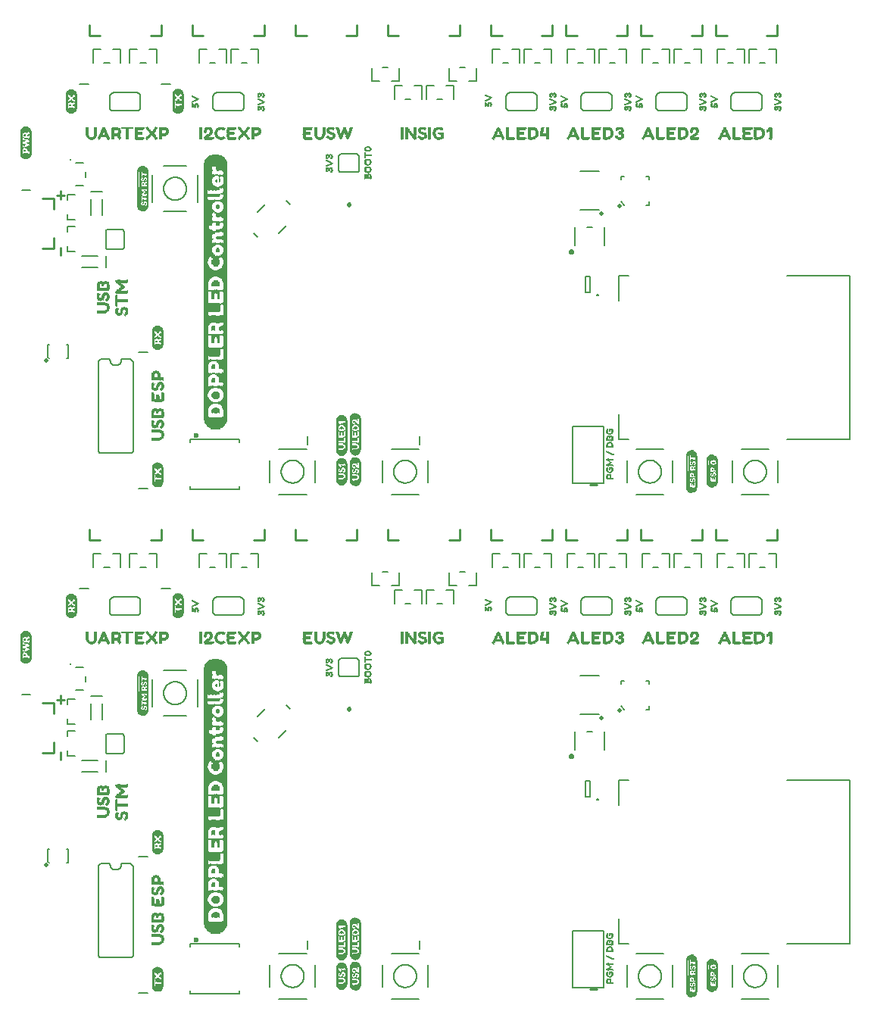
<source format=gto>
G75*
%MOIN*%
%OFA0B0*%
%FSLAX25Y25*%
%IPPOS*%
%LPD*%
%AMOC8*
5,1,8,0,0,1.08239X$1,22.5*
%
%ADD10C,0.00900*%
%ADD11C,0.02000*%
%ADD12C,0.00800*%
%ADD13C,0.01000*%
%ADD14C,0.00600*%
%ADD15C,0.01200*%
%ADD16C,0.01000*%
%ADD17C,0.00500*%
%ADD18R,0.00118X0.14055*%
%ADD19R,0.00118X0.15236*%
%ADD20R,0.00079X0.15945*%
%ADD21R,0.00157X0.16181*%
%ADD22R,0.00118X0.16654*%
%ADD23R,0.00118X0.16890*%
%ADD24R,0.00079X0.17126*%
%ADD25R,0.00118X0.02008*%
%ADD26R,0.00118X0.01417*%
%ADD27R,0.00118X0.00591*%
%ADD28R,0.00118X0.00472*%
%ADD29R,0.00118X0.02126*%
%ADD30R,0.00118X0.02598*%
%ADD31R,0.00157X0.02008*%
%ADD32R,0.00157X0.01181*%
%ADD33R,0.00157X0.00236*%
%ADD34R,0.00157X0.01654*%
%ADD35R,0.00157X0.01535*%
%ADD36R,0.00157X0.02598*%
%ADD37R,0.00118X0.01181*%
%ADD38R,0.00118X0.00236*%
%ADD39R,0.00118X0.01654*%
%ADD40R,0.00118X0.02362*%
%ADD41R,0.00118X0.00945*%
%ADD42R,0.00118X0.02244*%
%ADD43R,0.00118X0.00709*%
%ADD44R,0.00118X0.02480*%
%ADD45R,0.00157X0.02244*%
%ADD46R,0.00157X0.00591*%
%ADD47R,0.00157X0.02362*%
%ADD48R,0.00118X0.00354*%
%ADD49R,0.00118X0.01890*%
%ADD50R,0.00157X0.01890*%
%ADD51R,0.00157X0.00945*%
%ADD52R,0.00157X0.00709*%
%ADD53R,0.00118X0.00827*%
%ADD54R,0.00118X0.01063*%
%ADD55R,0.00118X0.00118*%
%ADD56R,0.00157X0.02480*%
%ADD57R,0.00157X0.00472*%
%ADD58R,0.00118X0.02717*%
%ADD59R,0.00157X0.00354*%
%ADD60R,0.00157X0.02717*%
%ADD61R,0.00118X0.02953*%
%ADD62R,0.00118X0.03071*%
%ADD63R,0.00157X0.02126*%
%ADD64R,0.00157X0.00827*%
%ADD65R,0.00157X0.00118*%
%ADD66R,0.00118X0.01299*%
%ADD67R,0.00118X0.02835*%
%ADD68R,0.00118X0.09803*%
%ADD69R,0.00118X0.16181*%
%ADD70R,0.00118X0.15945*%
%ADD71R,0.00118X0.13346*%
%ADD72R,0.00118X0.14528*%
%ADD73R,0.00079X0.15236*%
%ADD74R,0.00157X0.15472*%
%ADD75R,0.00079X0.16417*%
%ADD76R,0.00118X0.01535*%
%ADD77R,0.00157X0.01299*%
%ADD78R,0.00157X0.01772*%
%ADD79R,0.00157X0.01063*%
%ADD80R,0.00118X0.01772*%
%ADD81R,0.00118X0.12756*%
%ADD82R,0.00118X0.15472*%
%ADD83R,0.00118X0.07441*%
%ADD84R,0.00118X0.08622*%
%ADD85R,0.00079X0.09331*%
%ADD86R,0.00157X0.09567*%
%ADD87R,0.00118X0.10039*%
%ADD88R,0.00118X0.10276*%
%ADD89R,0.00079X0.10512*%
%ADD90R,0.00157X0.01417*%
%ADD91R,0.00118X0.04370*%
%ADD92R,0.00118X0.09567*%
%ADD93R,0.00118X0.09331*%
%ADD94R,0.00118X0.08386*%
%ADD95R,0.00079X0.10039*%
%ADD96R,0.00157X0.10276*%
%ADD97R,0.00118X0.10748*%
%ADD98R,0.00118X0.10984*%
%ADD99R,0.00079X0.11220*%
%ADD100R,0.00118X0.14291*%
%ADD101R,0.00079X0.16181*%
%ADD102R,0.00157X0.16417*%
%ADD103R,0.00118X0.08740*%
%ADD104R,0.00118X0.08858*%
%ADD105R,0.00079X0.08858*%
%ADD106R,0.00079X0.01654*%
%ADD107R,0.00118X0.08976*%
%ADD108R,0.00157X0.09213*%
%ADD109R,0.00118X0.09213*%
%ADD110R,0.00118X0.18071*%
%ADD111R,0.00118X0.18307*%
%ADD112R,0.00157X0.18307*%
%ADD113R,0.00118X0.05079*%
%ADD114R,0.00118X0.06969*%
%ADD115R,0.00118X0.05315*%
%ADD116R,0.00118X0.03189*%
%ADD117R,0.00157X0.03189*%
%ADD118R,0.00157X0.03071*%
%ADD119R,0.00157X0.02953*%
%ADD120R,0.00118X0.05669*%
%ADD121R,0.00118X0.04606*%
%ADD122R,0.00118X0.16417*%
%ADD123R,0.00118X0.10512*%
%ADD124R,0.00118X0.11220*%
%ADD125R,0.00079X0.11929*%
%ADD126R,0.00157X0.12165*%
%ADD127R,0.00079X0.09094*%
%ADD128R,0.00079X0.01772*%
%ADD129R,0.00118X0.13819*%
%ADD130R,0.00157X0.13819*%
%ADD131R,0.00118X0.04724*%
%ADD132R,0.00118X0.04843*%
%ADD133R,0.00118X0.12165*%
%ADD134R,0.00118X0.11929*%
%ADD135R,0.00079X0.00118*%
%ADD136R,0.00118X0.06496*%
%ADD137R,0.00118X0.07677*%
%ADD138R,0.00079X0.08386*%
%ADD139R,0.00157X0.08622*%
%ADD140R,0.00118X0.09094*%
%ADD141R,0.00079X0.09567*%
%ADD142R,0.00118X0.03307*%
%ADD143R,0.00118X0.03425*%
%ADD144R,0.00157X0.03425*%
%ADD145R,0.00157X0.02835*%
%ADD146R,0.00118X0.03543*%
%ADD147R,0.00157X0.03543*%
%ADD148R,0.00157X0.03307*%
%ADD149R,0.00118X0.06732*%
%ADD150R,0.00079X0.07913*%
%ADD151R,0.00157X0.08386*%
%ADD152R,0.00118X0.03780*%
%ADD153R,0.00118X0.07913*%
%ADD154R,0.00118X0.12638*%
%ADD155R,0.00118X0.12874*%
%ADD156R,0.00079X0.13110*%
%ADD157R,0.00118X0.10630*%
%ADD158R,0.00236X1.13346*%
%ADD159R,0.00276X1.14882*%
%ADD160R,0.00236X1.15945*%
%ADD161R,0.00276X1.16929*%
%ADD162R,0.00236X1.17441*%
%ADD163R,0.00276X1.17992*%
%ADD164R,0.00236X1.00079*%
%ADD165R,0.00236X0.01535*%
%ADD166R,0.00236X0.14843*%
%ADD167R,0.00276X0.13543*%
%ADD168R,0.00276X0.57598*%
%ADD169R,0.00276X0.27126*%
%ADD170R,0.00276X0.01024*%
%ADD171R,0.00276X0.14843*%
%ADD172R,0.00236X0.04882*%
%ADD173R,0.00236X0.04606*%
%ADD174R,0.00236X0.02795*%
%ADD175R,0.00236X0.02323*%
%ADD176R,0.00236X0.02047*%
%ADD177R,0.00236X0.04134*%
%ADD178R,0.00236X0.00787*%
%ADD179R,0.00236X0.04370*%
%ADD180R,0.00236X0.04094*%
%ADD181R,0.00236X0.00748*%
%ADD182R,0.00236X0.07165*%
%ADD183R,0.00236X0.26102*%
%ADD184R,0.00236X0.01024*%
%ADD185R,0.00236X0.15118*%
%ADD186R,0.00276X0.04606*%
%ADD187R,0.00276X0.03583*%
%ADD188R,0.00276X0.02283*%
%ADD189R,0.00276X0.01535*%
%ADD190R,0.00276X0.03858*%
%ADD191R,0.00276X0.00551*%
%ADD192R,0.00276X0.04134*%
%ADD193R,0.00276X0.03819*%
%ADD194R,0.00276X0.00748*%
%ADD195R,0.00276X0.06102*%
%ADD196R,0.00276X0.12795*%
%ADD197R,0.00276X0.11496*%
%ADD198R,0.00276X0.15118*%
%ADD199R,0.00236X0.04843*%
%ADD200R,0.00236X0.03071*%
%ADD201R,0.00236X0.01299*%
%ADD202R,0.00236X0.03858*%
%ADD203R,0.00236X0.00551*%
%ADD204R,0.00236X0.03583*%
%ADD205R,0.00236X0.03819*%
%ADD206R,0.00236X0.05394*%
%ADD207R,0.00236X0.12244*%
%ADD208R,0.00236X0.11496*%
%ADD209R,0.00236X0.15354*%
%ADD210R,0.00276X0.04843*%
%ADD211R,0.00276X0.02598*%
%ADD212R,0.00276X0.01772*%
%ADD213R,0.00276X0.03346*%
%ADD214R,0.00276X0.04882*%
%ADD215R,0.00276X0.12244*%
%ADD216R,0.00276X0.11260*%
%ADD217R,0.00276X0.15354*%
%ADD218R,0.00236X0.05118*%
%ADD219R,0.00236X0.03346*%
%ADD220R,0.00236X0.11260*%
%ADD221R,0.00236X0.15630*%
%ADD222R,0.00276X0.05118*%
%ADD223R,0.00276X0.01496*%
%ADD224R,0.00276X0.01260*%
%ADD225R,0.00276X0.00787*%
%ADD226R,0.00276X0.03071*%
%ADD227R,0.00276X0.15630*%
%ADD228R,0.00236X0.01575*%
%ADD229R,0.00236X0.01772*%
%ADD230R,0.00236X0.04331*%
%ADD231R,0.00236X0.01496*%
%ADD232R,0.00236X0.12520*%
%ADD233R,0.00276X0.05354*%
%ADD234R,0.00276X0.01811*%
%ADD235R,0.00276X0.00512*%
%ADD236R,0.00276X0.02047*%
%ADD237R,0.00276X0.04331*%
%ADD238R,0.00276X0.03307*%
%ADD239R,0.00276X0.02323*%
%ADD240R,0.00276X0.05394*%
%ADD241R,0.00236X0.05354*%
%ADD242R,0.00236X0.02559*%
%ADD243R,0.00236X0.00512*%
%ADD244R,0.00236X0.02283*%
%ADD245R,0.00236X0.03307*%
%ADD246R,0.00236X0.00276*%
%ADD247R,0.00236X0.01260*%
%ADD248R,0.00276X0.04055*%
%ADD249R,0.00276X0.02559*%
%ADD250R,0.00276X0.02795*%
%ADD251R,0.00276X0.00472*%
%ADD252R,0.00236X0.01811*%
%ADD253R,0.00236X0.00472*%
%ADD254R,0.00276X0.01575*%
%ADD255R,0.00276X0.05157*%
%ADD256R,0.00276X0.06890*%
%ADD257R,0.00276X0.01299*%
%ADD258R,0.00276X0.07165*%
%ADD259R,0.00236X0.03031*%
%ADD260R,0.00236X0.06929*%
%ADD261R,0.00276X0.00984*%
%ADD262R,0.00276X0.04094*%
%ADD263R,0.00276X0.06929*%
%ADD264R,0.00236X0.00984*%
%ADD265R,0.00276X0.00236*%
%ADD266R,0.00276X0.06654*%
%ADD267R,0.00236X0.02598*%
%ADD268R,0.00236X0.06654*%
%ADD269R,0.00276X0.02835*%
%ADD270R,0.00276X0.05630*%
%ADD271R,0.00276X0.06417*%
%ADD272R,0.00236X0.06378*%
%ADD273R,0.00236X0.06693*%
%ADD274R,0.00276X0.03031*%
%ADD275R,0.00276X0.07677*%
%ADD276R,0.00236X1.18504*%
%ADD277R,0.00079X0.17362*%
%ADD278R,0.00157X0.17598*%
%ADD279R,0.00118X0.09921*%
%ADD280R,0.00118X0.10157*%
%ADD281R,0.00118X0.19252*%
%ADD282R,0.00118X0.19488*%
%ADD283R,0.00157X0.19488*%
%ADD284R,0.00118X0.05433*%
%ADD285R,0.00118X0.17598*%
%ADD286R,0.00118X0.17362*%
%ADD287R,0.00236X0.00866*%
%ADD288R,0.00236X0.00827*%
%ADD289R,0.00236X0.01929*%
%ADD290R,0.00236X0.03898*%
%ADD291R,0.00236X0.01732*%
%ADD292R,0.00197X0.01063*%
%ADD293R,0.00197X0.02598*%
%ADD294R,0.00197X0.03504*%
%ADD295R,0.00197X0.04291*%
%ADD296R,0.00197X0.03228*%
%ADD297R,0.00236X0.01063*%
%ADD298R,0.00236X0.03701*%
%ADD299R,0.00236X0.04291*%
%ADD300R,0.00236X0.03661*%
%ADD301R,0.00197X0.03937*%
%ADD302R,0.00197X0.03661*%
%ADD303R,0.00236X0.03465*%
%ADD304R,0.00236X0.03937*%
%ADD305R,0.00236X0.03228*%
%ADD306R,0.00197X0.01299*%
%ADD307R,0.00197X0.00906*%
%ADD308R,0.00197X0.01339*%
%ADD309R,0.00197X0.01732*%
%ADD310R,0.00197X0.00827*%
%ADD311R,0.00197X0.04094*%
%ADD312R,0.00236X0.01102*%
%ADD313R,0.00236X0.00197*%
%ADD314R,0.00197X0.01102*%
%ADD315R,0.00197X0.01535*%
%ADD316R,0.00236X0.02126*%
%ADD317R,0.00236X0.02165*%
%ADD318R,0.00197X0.02795*%
%ADD319R,0.00197X0.01969*%
%ADD320R,0.00197X0.03425*%
%ADD321R,0.00236X0.01969*%
%ADD322R,0.00236X0.03425*%
%ADD323R,0.00197X0.02165*%
%ADD324R,0.00197X0.02835*%
%ADD325R,0.00197X0.03858*%
%ADD326R,0.00197X0.00236*%
%ADD327R,0.00197X0.00197*%
%ADD328R,0.00197X0.03031*%
%ADD329R,0.00236X0.00630*%
%ADD330R,0.00197X0.01496*%
%ADD331R,0.00197X0.03701*%
%ADD332R,0.00197X0.04134*%
%ADD333R,0.00197X0.03071*%
%ADD334R,0.00236X0.03504*%
%ADD335R,0.00236X0.02402*%
%ADD336R,0.00630X0.00236*%
%ADD337R,0.00866X0.00236*%
%ADD338R,0.03898X0.00236*%
%ADD339R,0.02638X0.00236*%
%ADD340R,0.01102X0.00197*%
%ADD341R,0.04370X0.00197*%
%ADD342R,0.03268X0.00197*%
%ADD343R,0.01063X0.00197*%
%ADD344R,0.01102X0.00236*%
%ADD345R,0.01299X0.00236*%
%ADD346R,0.04370X0.00236*%
%ADD347R,0.03661X0.00236*%
%ADD348R,0.01535X0.00197*%
%ADD349R,0.01299X0.00197*%
%ADD350R,0.03898X0.00197*%
%ADD351R,0.01732X0.00197*%
%ADD352R,0.01535X0.00236*%
%ADD353R,0.04134X0.00236*%
%ADD354R,0.01969X0.00236*%
%ADD355R,0.01929X0.00197*%
%ADD356R,0.03701X0.00197*%
%ADD357R,0.04331X0.00197*%
%ADD358R,0.02205X0.00197*%
%ADD359R,0.01929X0.00236*%
%ADD360R,0.01693X0.00236*%
%ADD361R,0.02402X0.00236*%
%ADD362R,0.02362X0.00197*%
%ADD363R,0.01260X0.00197*%
%ADD364R,0.02598X0.00197*%
%ADD365R,0.02362X0.00236*%
%ADD366R,0.01260X0.00236*%
%ADD367R,0.02598X0.00236*%
%ADD368R,0.02835X0.00197*%
%ADD369R,0.03268X0.00236*%
%ADD370R,0.00669X0.00236*%
%ADD371R,0.01339X0.00197*%
%ADD372R,0.03504X0.00197*%
%ADD373R,0.01339X0.00236*%
%ADD374R,0.03504X0.00236*%
%ADD375R,0.01496X0.00197*%
%ADD376R,0.04094X0.00236*%
%ADD377R,0.04528X0.00197*%
%ADD378R,0.04528X0.00236*%
%ADD379R,0.01496X0.00236*%
%ADD380R,0.04961X0.00197*%
%ADD381R,0.03661X0.00197*%
%ADD382R,0.04134X0.00197*%
%ADD383R,0.03465X0.00197*%
%ADD384R,0.01063X0.00236*%
%ADD385R,0.03031X0.00236*%
%ADD386R,0.00433X0.00197*%
%ADD387R,0.00394X0.00197*%
%ADD388R,0.03031X0.00197*%
%ADD389R,0.00472X0.00197*%
%ADD390R,0.03465X0.00236*%
%ADD391R,0.02835X0.00236*%
%ADD392R,0.01732X0.00236*%
%ADD393R,0.02126X0.00236*%
%ADD394R,0.01772X0.00236*%
%ADD395R,0.01969X0.00197*%
%ADD396R,0.04724X0.00197*%
%ADD397R,0.03858X0.00197*%
%ADD398R,0.04094X0.00197*%
%ADD399R,0.03858X0.00236*%
%ADD400R,0.04331X0.00236*%
%ADD401R,0.03228X0.00197*%
%ADD402R,0.03071X0.00236*%
%ADD403R,0.00669X0.00197*%
%ADD404R,0.02165X0.00236*%
%ADD405R,0.03071X0.00197*%
%ADD406R,0.00433X0.00236*%
%ADD407R,0.00866X0.00197*%
%ADD408R,0.02126X0.00197*%
%ADD409R,0.04724X0.00236*%
%ADD410R,0.02638X0.00197*%
%ADD411R,0.00906X0.00197*%
%ADD412R,0.00472X0.00236*%
%ADD413R,0.02165X0.00197*%
%ADD414R,0.02402X0.00197*%
%ADD415R,0.03701X0.00236*%
%ADD416R,0.00827X0.00236*%
%ADD417R,0.05236X0.00236*%
%ADD418R,0.02992X0.00197*%
%ADD419R,0.05236X0.00197*%
%ADD420R,0.02795X0.00197*%
%ADD421R,0.03228X0.00236*%
%ADD422R,0.04291X0.00197*%
%ADD423R,0.04764X0.00197*%
%ADD424R,0.00906X0.00236*%
%ADD425R,0.02795X0.00236*%
%ADD426R,0.00236X0.00236*%
%ADD427R,0.02205X0.00236*%
%ADD428R,0.01772X0.00197*%
%ADD429R,0.00236X0.02362*%
%ADD430R,0.00236X0.04961*%
%ADD431R,0.00197X0.05433*%
%ADD432R,0.00236X0.05433*%
%ADD433R,0.00197X0.05197*%
%ADD434R,0.00197X0.01772*%
%ADD435R,0.00236X0.01693*%
%ADD436R,0.00197X0.00866*%
%ADD437R,0.00197X0.01929*%
%ADD438R,0.00197X0.02402*%
%ADD439R,0.00197X0.02126*%
%ADD440R,0.00197X0.02638*%
%ADD441R,0.00236X0.02835*%
%ADD442R,0.00236X0.01339*%
%ADD443R,0.00236X0.00433*%
%ADD444C,0.02362*%
D10*
X0067317Y0134950D02*
X0067317Y0138350D01*
X0067400Y0159733D02*
X0067400Y0163133D01*
X0065700Y0161433D02*
X0069100Y0161433D01*
X0067317Y0356950D02*
X0067317Y0360350D01*
X0067400Y0381733D02*
X0067400Y0385133D01*
X0065700Y0383433D02*
X0069100Y0383433D01*
D11*
X0061000Y0310500D03*
X0061000Y0088500D03*
X0305250Y0153400D03*
X0313376Y0156526D03*
X0305250Y0375400D03*
X0313376Y0378526D03*
D12*
X0084087Y0087700D02*
X0084087Y0048906D01*
X0084088Y0048906D02*
X0084100Y0048836D01*
X0084117Y0048766D01*
X0084137Y0048698D01*
X0084161Y0048631D01*
X0084188Y0048565D01*
X0084219Y0048500D01*
X0084253Y0048438D01*
X0084291Y0048377D01*
X0084332Y0048319D01*
X0084376Y0048262D01*
X0084423Y0048209D01*
X0084473Y0048158D01*
X0084525Y0048109D01*
X0084580Y0048064D01*
X0084638Y0048021D01*
X0084697Y0047982D01*
X0084759Y0047946D01*
X0084823Y0047914D01*
X0084888Y0047885D01*
X0084954Y0047859D01*
X0085022Y0047838D01*
X0085092Y0047819D01*
X0085161Y0047805D01*
X0085232Y0047795D01*
X0085303Y0047788D01*
X0085374Y0047785D01*
X0085446Y0047786D01*
X0085517Y0047791D01*
X0085588Y0047800D01*
X0085587Y0047800D02*
X0097913Y0047800D01*
X0097989Y0047802D01*
X0098064Y0047808D01*
X0098140Y0047817D01*
X0098215Y0047831D01*
X0098289Y0047848D01*
X0098362Y0047869D01*
X0098434Y0047893D01*
X0098504Y0047921D01*
X0098573Y0047953D01*
X0098641Y0047988D01*
X0098706Y0048027D01*
X0098770Y0048069D01*
X0098831Y0048114D01*
X0098890Y0048162D01*
X0098946Y0048213D01*
X0099000Y0048267D01*
X0099051Y0048323D01*
X0099099Y0048382D01*
X0099144Y0048443D01*
X0099186Y0048507D01*
X0099225Y0048572D01*
X0099260Y0048640D01*
X0099292Y0048709D01*
X0099320Y0048779D01*
X0099344Y0048851D01*
X0099365Y0048924D01*
X0099382Y0048998D01*
X0099396Y0049073D01*
X0099405Y0049149D01*
X0099411Y0049224D01*
X0099413Y0049300D01*
X0099413Y0087700D01*
X0099401Y0087781D01*
X0099386Y0087861D01*
X0099367Y0087940D01*
X0099345Y0088018D01*
X0099318Y0088095D01*
X0099289Y0088171D01*
X0099255Y0088245D01*
X0099218Y0088317D01*
X0099178Y0088388D01*
X0099134Y0088456D01*
X0099087Y0088523D01*
X0099037Y0088587D01*
X0098984Y0088648D01*
X0098928Y0088707D01*
X0098869Y0088764D01*
X0098808Y0088817D01*
X0098744Y0088868D01*
X0098678Y0088915D01*
X0098610Y0088959D01*
X0098540Y0089000D01*
X0098468Y0089038D01*
X0098394Y0089072D01*
X0098318Y0089102D01*
X0098242Y0089129D01*
X0098164Y0089152D01*
X0098085Y0089172D01*
X0098005Y0089187D01*
X0097924Y0089199D01*
X0097844Y0089207D01*
X0097762Y0089211D01*
X0097681Y0089212D01*
X0097600Y0089208D01*
X0097519Y0089201D01*
X0097469Y0089200D02*
X0094150Y0089200D01*
X0094150Y0089000D02*
X0094148Y0088902D01*
X0094142Y0088804D01*
X0094133Y0088706D01*
X0094119Y0088609D01*
X0094102Y0088512D01*
X0094081Y0088416D01*
X0094056Y0088321D01*
X0094028Y0088227D01*
X0093995Y0088135D01*
X0093960Y0088043D01*
X0093920Y0087953D01*
X0093878Y0087865D01*
X0093831Y0087778D01*
X0093782Y0087694D01*
X0093729Y0087611D01*
X0093673Y0087531D01*
X0093613Y0087452D01*
X0093551Y0087376D01*
X0093486Y0087303D01*
X0093418Y0087232D01*
X0093347Y0087164D01*
X0093274Y0087099D01*
X0093198Y0087037D01*
X0093119Y0086977D01*
X0093039Y0086921D01*
X0092956Y0086868D01*
X0092872Y0086819D01*
X0092785Y0086772D01*
X0092697Y0086730D01*
X0092607Y0086690D01*
X0092515Y0086655D01*
X0092423Y0086622D01*
X0092329Y0086594D01*
X0092234Y0086569D01*
X0092138Y0086548D01*
X0092041Y0086531D01*
X0091944Y0086517D01*
X0091846Y0086508D01*
X0091748Y0086502D01*
X0091650Y0086500D01*
X0091552Y0086502D01*
X0091454Y0086508D01*
X0091356Y0086517D01*
X0091259Y0086531D01*
X0091162Y0086548D01*
X0091066Y0086569D01*
X0090971Y0086594D01*
X0090877Y0086622D01*
X0090785Y0086655D01*
X0090693Y0086690D01*
X0090603Y0086730D01*
X0090515Y0086772D01*
X0090428Y0086819D01*
X0090344Y0086868D01*
X0090261Y0086921D01*
X0090181Y0086977D01*
X0090102Y0087037D01*
X0090026Y0087099D01*
X0089953Y0087164D01*
X0089882Y0087232D01*
X0089814Y0087303D01*
X0089749Y0087376D01*
X0089687Y0087452D01*
X0089627Y0087531D01*
X0089571Y0087611D01*
X0089518Y0087694D01*
X0089469Y0087778D01*
X0089422Y0087865D01*
X0089380Y0087953D01*
X0089340Y0088043D01*
X0089305Y0088135D01*
X0089272Y0088227D01*
X0089244Y0088321D01*
X0089219Y0088416D01*
X0089198Y0088512D01*
X0089181Y0088609D01*
X0089167Y0088706D01*
X0089158Y0088804D01*
X0089152Y0088902D01*
X0089150Y0089000D01*
X0089150Y0089200D02*
X0085194Y0089200D01*
X0085194Y0089199D02*
X0085124Y0089187D01*
X0085054Y0089170D01*
X0084986Y0089150D01*
X0084918Y0089127D01*
X0084852Y0089099D01*
X0084788Y0089068D01*
X0084726Y0089034D01*
X0084665Y0088996D01*
X0084606Y0088956D01*
X0084550Y0088912D01*
X0084497Y0088865D01*
X0084445Y0088815D01*
X0084397Y0088762D01*
X0084352Y0088707D01*
X0084309Y0088650D01*
X0084270Y0088590D01*
X0084234Y0088528D01*
X0084202Y0088465D01*
X0084173Y0088400D01*
X0084147Y0088333D01*
X0084125Y0088265D01*
X0084107Y0088196D01*
X0084093Y0088126D01*
X0084083Y0088055D01*
X0084076Y0087984D01*
X0084073Y0087913D01*
X0084074Y0087842D01*
X0084079Y0087770D01*
X0084088Y0087700D01*
X0070650Y0089550D02*
X0070650Y0095450D01*
X0070100Y0095450D01*
X0070100Y0089550D02*
X0070650Y0089550D01*
X0062400Y0089550D02*
X0061850Y0090050D01*
X0061850Y0095450D01*
X0062400Y0095450D01*
X0076707Y0129539D02*
X0083793Y0129539D01*
X0087219Y0129539D02*
X0087219Y0134461D01*
X0083793Y0134461D02*
X0076707Y0134461D01*
X0073644Y0136488D02*
X0070494Y0136488D01*
X0070494Y0138850D01*
X0070494Y0145150D02*
X0070494Y0147512D01*
X0073644Y0147512D01*
X0073644Y0150488D02*
X0070494Y0150488D01*
X0070494Y0152850D01*
X0070494Y0159150D02*
X0070494Y0161512D01*
X0073644Y0161512D01*
X0074059Y0165500D02*
X0077441Y0165500D01*
X0078541Y0169443D02*
X0078541Y0171557D01*
X0077441Y0175500D02*
X0074059Y0175500D01*
X0080789Y0162969D02*
X0085711Y0162969D01*
X0085711Y0159543D02*
X0085711Y0152457D01*
X0080789Y0152457D02*
X0080789Y0159543D01*
X0107750Y0158187D02*
X0107750Y0170313D01*
X0112868Y0174250D02*
X0122750Y0174250D01*
X0127750Y0170313D02*
X0127750Y0158187D01*
X0122632Y0154250D02*
X0112868Y0154250D01*
X0112750Y0164250D02*
X0112752Y0164391D01*
X0112758Y0164532D01*
X0112768Y0164672D01*
X0112782Y0164812D01*
X0112800Y0164952D01*
X0112821Y0165091D01*
X0112847Y0165230D01*
X0112876Y0165368D01*
X0112910Y0165504D01*
X0112947Y0165640D01*
X0112988Y0165775D01*
X0113033Y0165909D01*
X0113082Y0166041D01*
X0113134Y0166172D01*
X0113190Y0166301D01*
X0113250Y0166428D01*
X0113313Y0166554D01*
X0113379Y0166678D01*
X0113450Y0166801D01*
X0113523Y0166921D01*
X0113600Y0167039D01*
X0113680Y0167155D01*
X0113764Y0167268D01*
X0113850Y0167379D01*
X0113940Y0167488D01*
X0114033Y0167594D01*
X0114128Y0167697D01*
X0114227Y0167798D01*
X0114328Y0167896D01*
X0114432Y0167991D01*
X0114539Y0168083D01*
X0114648Y0168172D01*
X0114760Y0168257D01*
X0114874Y0168340D01*
X0114990Y0168420D01*
X0115109Y0168496D01*
X0115230Y0168568D01*
X0115352Y0168638D01*
X0115477Y0168703D01*
X0115603Y0168766D01*
X0115731Y0168824D01*
X0115861Y0168879D01*
X0115992Y0168931D01*
X0116125Y0168978D01*
X0116259Y0169022D01*
X0116394Y0169063D01*
X0116530Y0169099D01*
X0116667Y0169131D01*
X0116805Y0169160D01*
X0116943Y0169185D01*
X0117083Y0169205D01*
X0117223Y0169222D01*
X0117363Y0169235D01*
X0117504Y0169244D01*
X0117644Y0169249D01*
X0117785Y0169250D01*
X0117926Y0169247D01*
X0118067Y0169240D01*
X0118207Y0169229D01*
X0118347Y0169214D01*
X0118487Y0169195D01*
X0118626Y0169173D01*
X0118764Y0169146D01*
X0118902Y0169116D01*
X0119038Y0169081D01*
X0119174Y0169043D01*
X0119308Y0169001D01*
X0119442Y0168955D01*
X0119574Y0168906D01*
X0119704Y0168852D01*
X0119833Y0168795D01*
X0119960Y0168735D01*
X0120086Y0168671D01*
X0120209Y0168603D01*
X0120331Y0168532D01*
X0120451Y0168458D01*
X0120568Y0168380D01*
X0120683Y0168299D01*
X0120796Y0168215D01*
X0120907Y0168128D01*
X0121015Y0168037D01*
X0121120Y0167944D01*
X0121223Y0167847D01*
X0121323Y0167748D01*
X0121420Y0167646D01*
X0121514Y0167541D01*
X0121605Y0167434D01*
X0121693Y0167324D01*
X0121778Y0167212D01*
X0121860Y0167097D01*
X0121939Y0166980D01*
X0122014Y0166861D01*
X0122086Y0166740D01*
X0122154Y0166617D01*
X0122219Y0166492D01*
X0122281Y0166365D01*
X0122338Y0166236D01*
X0122393Y0166106D01*
X0122443Y0165975D01*
X0122490Y0165842D01*
X0122533Y0165708D01*
X0122572Y0165572D01*
X0122607Y0165436D01*
X0122639Y0165299D01*
X0122666Y0165161D01*
X0122690Y0165022D01*
X0122710Y0164882D01*
X0122726Y0164742D01*
X0122738Y0164602D01*
X0122746Y0164461D01*
X0122750Y0164320D01*
X0122750Y0164180D01*
X0122746Y0164039D01*
X0122738Y0163898D01*
X0122726Y0163758D01*
X0122710Y0163618D01*
X0122690Y0163478D01*
X0122666Y0163339D01*
X0122639Y0163201D01*
X0122607Y0163064D01*
X0122572Y0162928D01*
X0122533Y0162792D01*
X0122490Y0162658D01*
X0122443Y0162525D01*
X0122393Y0162394D01*
X0122338Y0162264D01*
X0122281Y0162135D01*
X0122219Y0162008D01*
X0122154Y0161883D01*
X0122086Y0161760D01*
X0122014Y0161639D01*
X0121939Y0161520D01*
X0121860Y0161403D01*
X0121778Y0161288D01*
X0121693Y0161176D01*
X0121605Y0161066D01*
X0121514Y0160959D01*
X0121420Y0160854D01*
X0121323Y0160752D01*
X0121223Y0160653D01*
X0121120Y0160556D01*
X0121015Y0160463D01*
X0120907Y0160372D01*
X0120796Y0160285D01*
X0120683Y0160201D01*
X0120568Y0160120D01*
X0120451Y0160042D01*
X0120331Y0159968D01*
X0120209Y0159897D01*
X0120086Y0159829D01*
X0119960Y0159765D01*
X0119833Y0159705D01*
X0119704Y0159648D01*
X0119574Y0159594D01*
X0119442Y0159545D01*
X0119308Y0159499D01*
X0119174Y0159457D01*
X0119038Y0159419D01*
X0118902Y0159384D01*
X0118764Y0159354D01*
X0118626Y0159327D01*
X0118487Y0159305D01*
X0118347Y0159286D01*
X0118207Y0159271D01*
X0118067Y0159260D01*
X0117926Y0159253D01*
X0117785Y0159250D01*
X0117644Y0159251D01*
X0117504Y0159256D01*
X0117363Y0159265D01*
X0117223Y0159278D01*
X0117083Y0159295D01*
X0116943Y0159315D01*
X0116805Y0159340D01*
X0116667Y0159369D01*
X0116530Y0159401D01*
X0116394Y0159437D01*
X0116259Y0159478D01*
X0116125Y0159522D01*
X0115992Y0159569D01*
X0115861Y0159621D01*
X0115731Y0159676D01*
X0115603Y0159734D01*
X0115477Y0159797D01*
X0115352Y0159862D01*
X0115230Y0159932D01*
X0115109Y0160004D01*
X0114990Y0160080D01*
X0114874Y0160160D01*
X0114760Y0160243D01*
X0114648Y0160328D01*
X0114539Y0160417D01*
X0114432Y0160509D01*
X0114328Y0160604D01*
X0114227Y0160702D01*
X0114128Y0160803D01*
X0114033Y0160906D01*
X0113940Y0161012D01*
X0113850Y0161121D01*
X0113764Y0161232D01*
X0113680Y0161345D01*
X0113600Y0161461D01*
X0113523Y0161579D01*
X0113450Y0161699D01*
X0113379Y0161822D01*
X0113313Y0161946D01*
X0113250Y0162072D01*
X0113190Y0162199D01*
X0113134Y0162328D01*
X0113082Y0162459D01*
X0113033Y0162591D01*
X0112988Y0162725D01*
X0112947Y0162860D01*
X0112910Y0162996D01*
X0112876Y0163132D01*
X0112847Y0163270D01*
X0112821Y0163409D01*
X0112800Y0163548D01*
X0112782Y0163688D01*
X0112768Y0163828D01*
X0112758Y0163968D01*
X0112752Y0164109D01*
X0112750Y0164250D01*
X0153956Y0154101D02*
X0157297Y0157442D01*
X0166762Y0159112D02*
X0168432Y0157442D01*
X0166762Y0147977D02*
X0163421Y0144636D01*
X0153956Y0142966D02*
X0152286Y0144636D01*
X0214238Y0203606D02*
X0214238Y0209506D01*
X0217600Y0209506D01*
X0216262Y0211494D02*
X0212900Y0211494D01*
X0216262Y0211494D02*
X0216262Y0217394D01*
X0211500Y0217500D02*
X0209000Y0217500D01*
X0204238Y0217394D02*
X0204238Y0211494D01*
X0207600Y0211494D01*
X0219000Y0203500D02*
X0221500Y0203500D01*
X0226262Y0203606D02*
X0226262Y0209506D01*
X0222900Y0209506D01*
X0228238Y0209506D02*
X0228238Y0203606D01*
X0233000Y0203500D02*
X0235500Y0203500D01*
X0240262Y0203606D02*
X0240262Y0209506D01*
X0236900Y0209506D01*
X0238238Y0211494D02*
X0238238Y0217394D01*
X0243000Y0217500D02*
X0245500Y0217500D01*
X0250262Y0217394D02*
X0250262Y0211494D01*
X0246900Y0211494D01*
X0241600Y0211494D02*
X0238238Y0211494D01*
X0231600Y0209506D02*
X0228238Y0209506D01*
X0257238Y0219606D02*
X0257238Y0225506D01*
X0260600Y0225506D01*
X0265900Y0225506D02*
X0269262Y0225506D01*
X0269262Y0219606D01*
X0271238Y0219606D02*
X0271238Y0225506D01*
X0274600Y0225506D01*
X0279900Y0225506D02*
X0283262Y0225506D01*
X0283262Y0219606D01*
X0278500Y0219500D02*
X0276000Y0219500D01*
X0264500Y0219500D02*
X0262000Y0219500D01*
X0290238Y0219606D02*
X0290238Y0225506D01*
X0293600Y0225506D01*
X0298900Y0225506D02*
X0302262Y0225506D01*
X0302262Y0219606D01*
X0304238Y0219606D02*
X0304238Y0225506D01*
X0307600Y0225506D01*
X0312900Y0225506D02*
X0316262Y0225506D01*
X0316262Y0219606D01*
X0311500Y0219500D02*
X0309000Y0219500D01*
X0297500Y0219500D02*
X0295000Y0219500D01*
X0323238Y0219606D02*
X0323238Y0225506D01*
X0326600Y0225506D01*
X0331900Y0225506D02*
X0335262Y0225506D01*
X0335262Y0219606D01*
X0337238Y0219606D02*
X0337238Y0225506D01*
X0340600Y0225506D01*
X0345900Y0225506D02*
X0349262Y0225506D01*
X0349262Y0219606D01*
X0344500Y0219500D02*
X0342000Y0219500D01*
X0330500Y0219500D02*
X0328000Y0219500D01*
X0356238Y0219606D02*
X0356238Y0225506D01*
X0359600Y0225506D01*
X0364900Y0225506D02*
X0368262Y0225506D01*
X0368262Y0219606D01*
X0370238Y0219606D02*
X0370238Y0225506D01*
X0373600Y0225506D01*
X0378900Y0225506D02*
X0382262Y0225506D01*
X0382262Y0219606D01*
X0377500Y0219500D02*
X0375000Y0219500D01*
X0363500Y0219500D02*
X0361000Y0219500D01*
X0366937Y0251750D02*
X0379063Y0251750D01*
X0383000Y0256868D02*
X0383000Y0266632D01*
X0379063Y0271750D02*
X0366937Y0271750D01*
X0363000Y0266750D02*
X0363000Y0256868D01*
X0368000Y0261750D02*
X0368002Y0261891D01*
X0368008Y0262032D01*
X0368018Y0262172D01*
X0368032Y0262312D01*
X0368050Y0262452D01*
X0368071Y0262591D01*
X0368097Y0262730D01*
X0368126Y0262868D01*
X0368160Y0263004D01*
X0368197Y0263140D01*
X0368238Y0263275D01*
X0368283Y0263409D01*
X0368332Y0263541D01*
X0368384Y0263672D01*
X0368440Y0263801D01*
X0368500Y0263928D01*
X0368563Y0264054D01*
X0368629Y0264178D01*
X0368700Y0264301D01*
X0368773Y0264421D01*
X0368850Y0264539D01*
X0368930Y0264655D01*
X0369014Y0264768D01*
X0369100Y0264879D01*
X0369190Y0264988D01*
X0369283Y0265094D01*
X0369378Y0265197D01*
X0369477Y0265298D01*
X0369578Y0265396D01*
X0369682Y0265491D01*
X0369789Y0265583D01*
X0369898Y0265672D01*
X0370010Y0265757D01*
X0370124Y0265840D01*
X0370240Y0265920D01*
X0370359Y0265996D01*
X0370480Y0266068D01*
X0370602Y0266138D01*
X0370727Y0266203D01*
X0370853Y0266266D01*
X0370981Y0266324D01*
X0371111Y0266379D01*
X0371242Y0266431D01*
X0371375Y0266478D01*
X0371509Y0266522D01*
X0371644Y0266563D01*
X0371780Y0266599D01*
X0371917Y0266631D01*
X0372055Y0266660D01*
X0372193Y0266685D01*
X0372333Y0266705D01*
X0372473Y0266722D01*
X0372613Y0266735D01*
X0372754Y0266744D01*
X0372894Y0266749D01*
X0373035Y0266750D01*
X0373176Y0266747D01*
X0373317Y0266740D01*
X0373457Y0266729D01*
X0373597Y0266714D01*
X0373737Y0266695D01*
X0373876Y0266673D01*
X0374014Y0266646D01*
X0374152Y0266616D01*
X0374288Y0266581D01*
X0374424Y0266543D01*
X0374558Y0266501D01*
X0374692Y0266455D01*
X0374824Y0266406D01*
X0374954Y0266352D01*
X0375083Y0266295D01*
X0375210Y0266235D01*
X0375336Y0266171D01*
X0375459Y0266103D01*
X0375581Y0266032D01*
X0375701Y0265958D01*
X0375818Y0265880D01*
X0375933Y0265799D01*
X0376046Y0265715D01*
X0376157Y0265628D01*
X0376265Y0265537D01*
X0376370Y0265444D01*
X0376473Y0265347D01*
X0376573Y0265248D01*
X0376670Y0265146D01*
X0376764Y0265041D01*
X0376855Y0264934D01*
X0376943Y0264824D01*
X0377028Y0264712D01*
X0377110Y0264597D01*
X0377189Y0264480D01*
X0377264Y0264361D01*
X0377336Y0264240D01*
X0377404Y0264117D01*
X0377469Y0263992D01*
X0377531Y0263865D01*
X0377588Y0263736D01*
X0377643Y0263606D01*
X0377693Y0263475D01*
X0377740Y0263342D01*
X0377783Y0263208D01*
X0377822Y0263072D01*
X0377857Y0262936D01*
X0377889Y0262799D01*
X0377916Y0262661D01*
X0377940Y0262522D01*
X0377960Y0262382D01*
X0377976Y0262242D01*
X0377988Y0262102D01*
X0377996Y0261961D01*
X0378000Y0261820D01*
X0378000Y0261680D01*
X0377996Y0261539D01*
X0377988Y0261398D01*
X0377976Y0261258D01*
X0377960Y0261118D01*
X0377940Y0260978D01*
X0377916Y0260839D01*
X0377889Y0260701D01*
X0377857Y0260564D01*
X0377822Y0260428D01*
X0377783Y0260292D01*
X0377740Y0260158D01*
X0377693Y0260025D01*
X0377643Y0259894D01*
X0377588Y0259764D01*
X0377531Y0259635D01*
X0377469Y0259508D01*
X0377404Y0259383D01*
X0377336Y0259260D01*
X0377264Y0259139D01*
X0377189Y0259020D01*
X0377110Y0258903D01*
X0377028Y0258788D01*
X0376943Y0258676D01*
X0376855Y0258566D01*
X0376764Y0258459D01*
X0376670Y0258354D01*
X0376573Y0258252D01*
X0376473Y0258153D01*
X0376370Y0258056D01*
X0376265Y0257963D01*
X0376157Y0257872D01*
X0376046Y0257785D01*
X0375933Y0257701D01*
X0375818Y0257620D01*
X0375701Y0257542D01*
X0375581Y0257468D01*
X0375459Y0257397D01*
X0375336Y0257329D01*
X0375210Y0257265D01*
X0375083Y0257205D01*
X0374954Y0257148D01*
X0374824Y0257094D01*
X0374692Y0257045D01*
X0374558Y0256999D01*
X0374424Y0256957D01*
X0374288Y0256919D01*
X0374152Y0256884D01*
X0374014Y0256854D01*
X0373876Y0256827D01*
X0373737Y0256805D01*
X0373597Y0256786D01*
X0373457Y0256771D01*
X0373317Y0256760D01*
X0373176Y0256753D01*
X0373035Y0256750D01*
X0372894Y0256751D01*
X0372754Y0256756D01*
X0372613Y0256765D01*
X0372473Y0256778D01*
X0372333Y0256795D01*
X0372193Y0256815D01*
X0372055Y0256840D01*
X0371917Y0256869D01*
X0371780Y0256901D01*
X0371644Y0256937D01*
X0371509Y0256978D01*
X0371375Y0257022D01*
X0371242Y0257069D01*
X0371111Y0257121D01*
X0370981Y0257176D01*
X0370853Y0257234D01*
X0370727Y0257297D01*
X0370602Y0257362D01*
X0370480Y0257432D01*
X0370359Y0257504D01*
X0370240Y0257580D01*
X0370124Y0257660D01*
X0370010Y0257743D01*
X0369898Y0257828D01*
X0369789Y0257917D01*
X0369682Y0258009D01*
X0369578Y0258104D01*
X0369477Y0258202D01*
X0369378Y0258303D01*
X0369283Y0258406D01*
X0369190Y0258512D01*
X0369100Y0258621D01*
X0369014Y0258732D01*
X0368930Y0258845D01*
X0368850Y0258961D01*
X0368773Y0259079D01*
X0368700Y0259199D01*
X0368629Y0259322D01*
X0368563Y0259446D01*
X0368500Y0259572D01*
X0368440Y0259699D01*
X0368384Y0259828D01*
X0368332Y0259959D01*
X0368283Y0260091D01*
X0368238Y0260225D01*
X0368197Y0260360D01*
X0368160Y0260496D01*
X0368126Y0260632D01*
X0368097Y0260770D01*
X0368071Y0260909D01*
X0368050Y0261048D01*
X0368032Y0261188D01*
X0368018Y0261328D01*
X0368008Y0261468D01*
X0368002Y0261609D01*
X0368000Y0261750D01*
X0386970Y0276067D02*
X0414593Y0276067D01*
X0414593Y0347933D01*
X0386970Y0347933D01*
X0326549Y0379101D02*
X0325171Y0379101D01*
X0326549Y0379101D02*
X0326549Y0380479D01*
X0326549Y0390321D02*
X0326549Y0391699D01*
X0325171Y0391699D01*
X0315329Y0391699D02*
X0313951Y0391699D01*
X0313951Y0390321D01*
X0313951Y0380479D02*
X0315329Y0379101D01*
X0304285Y0376935D02*
X0296215Y0376935D01*
X0296215Y0393865D02*
X0304285Y0393865D01*
X0313199Y0347933D02*
X0317242Y0347933D01*
X0313199Y0347933D02*
X0313199Y0337000D01*
X0313199Y0287000D02*
X0313199Y0276067D01*
X0317242Y0276067D01*
X0320687Y0271750D02*
X0332813Y0271750D01*
X0336750Y0266632D02*
X0336750Y0256868D01*
X0332813Y0251750D02*
X0320687Y0251750D01*
X0316750Y0256868D02*
X0316750Y0266750D01*
X0321750Y0261750D02*
X0321752Y0261891D01*
X0321758Y0262032D01*
X0321768Y0262172D01*
X0321782Y0262312D01*
X0321800Y0262452D01*
X0321821Y0262591D01*
X0321847Y0262730D01*
X0321876Y0262868D01*
X0321910Y0263004D01*
X0321947Y0263140D01*
X0321988Y0263275D01*
X0322033Y0263409D01*
X0322082Y0263541D01*
X0322134Y0263672D01*
X0322190Y0263801D01*
X0322250Y0263928D01*
X0322313Y0264054D01*
X0322379Y0264178D01*
X0322450Y0264301D01*
X0322523Y0264421D01*
X0322600Y0264539D01*
X0322680Y0264655D01*
X0322764Y0264768D01*
X0322850Y0264879D01*
X0322940Y0264988D01*
X0323033Y0265094D01*
X0323128Y0265197D01*
X0323227Y0265298D01*
X0323328Y0265396D01*
X0323432Y0265491D01*
X0323539Y0265583D01*
X0323648Y0265672D01*
X0323760Y0265757D01*
X0323874Y0265840D01*
X0323990Y0265920D01*
X0324109Y0265996D01*
X0324230Y0266068D01*
X0324352Y0266138D01*
X0324477Y0266203D01*
X0324603Y0266266D01*
X0324731Y0266324D01*
X0324861Y0266379D01*
X0324992Y0266431D01*
X0325125Y0266478D01*
X0325259Y0266522D01*
X0325394Y0266563D01*
X0325530Y0266599D01*
X0325667Y0266631D01*
X0325805Y0266660D01*
X0325943Y0266685D01*
X0326083Y0266705D01*
X0326223Y0266722D01*
X0326363Y0266735D01*
X0326504Y0266744D01*
X0326644Y0266749D01*
X0326785Y0266750D01*
X0326926Y0266747D01*
X0327067Y0266740D01*
X0327207Y0266729D01*
X0327347Y0266714D01*
X0327487Y0266695D01*
X0327626Y0266673D01*
X0327764Y0266646D01*
X0327902Y0266616D01*
X0328038Y0266581D01*
X0328174Y0266543D01*
X0328308Y0266501D01*
X0328442Y0266455D01*
X0328574Y0266406D01*
X0328704Y0266352D01*
X0328833Y0266295D01*
X0328960Y0266235D01*
X0329086Y0266171D01*
X0329209Y0266103D01*
X0329331Y0266032D01*
X0329451Y0265958D01*
X0329568Y0265880D01*
X0329683Y0265799D01*
X0329796Y0265715D01*
X0329907Y0265628D01*
X0330015Y0265537D01*
X0330120Y0265444D01*
X0330223Y0265347D01*
X0330323Y0265248D01*
X0330420Y0265146D01*
X0330514Y0265041D01*
X0330605Y0264934D01*
X0330693Y0264824D01*
X0330778Y0264712D01*
X0330860Y0264597D01*
X0330939Y0264480D01*
X0331014Y0264361D01*
X0331086Y0264240D01*
X0331154Y0264117D01*
X0331219Y0263992D01*
X0331281Y0263865D01*
X0331338Y0263736D01*
X0331393Y0263606D01*
X0331443Y0263475D01*
X0331490Y0263342D01*
X0331533Y0263208D01*
X0331572Y0263072D01*
X0331607Y0262936D01*
X0331639Y0262799D01*
X0331666Y0262661D01*
X0331690Y0262522D01*
X0331710Y0262382D01*
X0331726Y0262242D01*
X0331738Y0262102D01*
X0331746Y0261961D01*
X0331750Y0261820D01*
X0331750Y0261680D01*
X0331746Y0261539D01*
X0331738Y0261398D01*
X0331726Y0261258D01*
X0331710Y0261118D01*
X0331690Y0260978D01*
X0331666Y0260839D01*
X0331639Y0260701D01*
X0331607Y0260564D01*
X0331572Y0260428D01*
X0331533Y0260292D01*
X0331490Y0260158D01*
X0331443Y0260025D01*
X0331393Y0259894D01*
X0331338Y0259764D01*
X0331281Y0259635D01*
X0331219Y0259508D01*
X0331154Y0259383D01*
X0331086Y0259260D01*
X0331014Y0259139D01*
X0330939Y0259020D01*
X0330860Y0258903D01*
X0330778Y0258788D01*
X0330693Y0258676D01*
X0330605Y0258566D01*
X0330514Y0258459D01*
X0330420Y0258354D01*
X0330323Y0258252D01*
X0330223Y0258153D01*
X0330120Y0258056D01*
X0330015Y0257963D01*
X0329907Y0257872D01*
X0329796Y0257785D01*
X0329683Y0257701D01*
X0329568Y0257620D01*
X0329451Y0257542D01*
X0329331Y0257468D01*
X0329209Y0257397D01*
X0329086Y0257329D01*
X0328960Y0257265D01*
X0328833Y0257205D01*
X0328704Y0257148D01*
X0328574Y0257094D01*
X0328442Y0257045D01*
X0328308Y0256999D01*
X0328174Y0256957D01*
X0328038Y0256919D01*
X0327902Y0256884D01*
X0327764Y0256854D01*
X0327626Y0256827D01*
X0327487Y0256805D01*
X0327347Y0256786D01*
X0327207Y0256771D01*
X0327067Y0256760D01*
X0326926Y0256753D01*
X0326785Y0256750D01*
X0326644Y0256751D01*
X0326504Y0256756D01*
X0326363Y0256765D01*
X0326223Y0256778D01*
X0326083Y0256795D01*
X0325943Y0256815D01*
X0325805Y0256840D01*
X0325667Y0256869D01*
X0325530Y0256901D01*
X0325394Y0256937D01*
X0325259Y0256978D01*
X0325125Y0257022D01*
X0324992Y0257069D01*
X0324861Y0257121D01*
X0324731Y0257176D01*
X0324603Y0257234D01*
X0324477Y0257297D01*
X0324352Y0257362D01*
X0324230Y0257432D01*
X0324109Y0257504D01*
X0323990Y0257580D01*
X0323874Y0257660D01*
X0323760Y0257743D01*
X0323648Y0257828D01*
X0323539Y0257917D01*
X0323432Y0258009D01*
X0323328Y0258104D01*
X0323227Y0258202D01*
X0323128Y0258303D01*
X0323033Y0258406D01*
X0322940Y0258512D01*
X0322850Y0258621D01*
X0322764Y0258732D01*
X0322680Y0258845D01*
X0322600Y0258961D01*
X0322523Y0259079D01*
X0322450Y0259199D01*
X0322379Y0259322D01*
X0322313Y0259446D01*
X0322250Y0259572D01*
X0322190Y0259699D01*
X0322134Y0259828D01*
X0322082Y0259959D01*
X0322033Y0260091D01*
X0321988Y0260225D01*
X0321947Y0260360D01*
X0321910Y0260496D01*
X0321876Y0260632D01*
X0321847Y0260770D01*
X0321821Y0260909D01*
X0321800Y0261048D01*
X0321782Y0261188D01*
X0321768Y0261328D01*
X0321758Y0261468D01*
X0321752Y0261609D01*
X0321750Y0261750D01*
X0229000Y0266632D02*
X0229000Y0256868D01*
X0225063Y0251750D02*
X0212937Y0251750D01*
X0209000Y0256868D02*
X0209000Y0266750D01*
X0212937Y0271750D02*
X0225063Y0271750D01*
X0214000Y0261750D02*
X0214002Y0261891D01*
X0214008Y0262032D01*
X0214018Y0262172D01*
X0214032Y0262312D01*
X0214050Y0262452D01*
X0214071Y0262591D01*
X0214097Y0262730D01*
X0214126Y0262868D01*
X0214160Y0263004D01*
X0214197Y0263140D01*
X0214238Y0263275D01*
X0214283Y0263409D01*
X0214332Y0263541D01*
X0214384Y0263672D01*
X0214440Y0263801D01*
X0214500Y0263928D01*
X0214563Y0264054D01*
X0214629Y0264178D01*
X0214700Y0264301D01*
X0214773Y0264421D01*
X0214850Y0264539D01*
X0214930Y0264655D01*
X0215014Y0264768D01*
X0215100Y0264879D01*
X0215190Y0264988D01*
X0215283Y0265094D01*
X0215378Y0265197D01*
X0215477Y0265298D01*
X0215578Y0265396D01*
X0215682Y0265491D01*
X0215789Y0265583D01*
X0215898Y0265672D01*
X0216010Y0265757D01*
X0216124Y0265840D01*
X0216240Y0265920D01*
X0216359Y0265996D01*
X0216480Y0266068D01*
X0216602Y0266138D01*
X0216727Y0266203D01*
X0216853Y0266266D01*
X0216981Y0266324D01*
X0217111Y0266379D01*
X0217242Y0266431D01*
X0217375Y0266478D01*
X0217509Y0266522D01*
X0217644Y0266563D01*
X0217780Y0266599D01*
X0217917Y0266631D01*
X0218055Y0266660D01*
X0218193Y0266685D01*
X0218333Y0266705D01*
X0218473Y0266722D01*
X0218613Y0266735D01*
X0218754Y0266744D01*
X0218894Y0266749D01*
X0219035Y0266750D01*
X0219176Y0266747D01*
X0219317Y0266740D01*
X0219457Y0266729D01*
X0219597Y0266714D01*
X0219737Y0266695D01*
X0219876Y0266673D01*
X0220014Y0266646D01*
X0220152Y0266616D01*
X0220288Y0266581D01*
X0220424Y0266543D01*
X0220558Y0266501D01*
X0220692Y0266455D01*
X0220824Y0266406D01*
X0220954Y0266352D01*
X0221083Y0266295D01*
X0221210Y0266235D01*
X0221336Y0266171D01*
X0221459Y0266103D01*
X0221581Y0266032D01*
X0221701Y0265958D01*
X0221818Y0265880D01*
X0221933Y0265799D01*
X0222046Y0265715D01*
X0222157Y0265628D01*
X0222265Y0265537D01*
X0222370Y0265444D01*
X0222473Y0265347D01*
X0222573Y0265248D01*
X0222670Y0265146D01*
X0222764Y0265041D01*
X0222855Y0264934D01*
X0222943Y0264824D01*
X0223028Y0264712D01*
X0223110Y0264597D01*
X0223189Y0264480D01*
X0223264Y0264361D01*
X0223336Y0264240D01*
X0223404Y0264117D01*
X0223469Y0263992D01*
X0223531Y0263865D01*
X0223588Y0263736D01*
X0223643Y0263606D01*
X0223693Y0263475D01*
X0223740Y0263342D01*
X0223783Y0263208D01*
X0223822Y0263072D01*
X0223857Y0262936D01*
X0223889Y0262799D01*
X0223916Y0262661D01*
X0223940Y0262522D01*
X0223960Y0262382D01*
X0223976Y0262242D01*
X0223988Y0262102D01*
X0223996Y0261961D01*
X0224000Y0261820D01*
X0224000Y0261680D01*
X0223996Y0261539D01*
X0223988Y0261398D01*
X0223976Y0261258D01*
X0223960Y0261118D01*
X0223940Y0260978D01*
X0223916Y0260839D01*
X0223889Y0260701D01*
X0223857Y0260564D01*
X0223822Y0260428D01*
X0223783Y0260292D01*
X0223740Y0260158D01*
X0223693Y0260025D01*
X0223643Y0259894D01*
X0223588Y0259764D01*
X0223531Y0259635D01*
X0223469Y0259508D01*
X0223404Y0259383D01*
X0223336Y0259260D01*
X0223264Y0259139D01*
X0223189Y0259020D01*
X0223110Y0258903D01*
X0223028Y0258788D01*
X0222943Y0258676D01*
X0222855Y0258566D01*
X0222764Y0258459D01*
X0222670Y0258354D01*
X0222573Y0258252D01*
X0222473Y0258153D01*
X0222370Y0258056D01*
X0222265Y0257963D01*
X0222157Y0257872D01*
X0222046Y0257785D01*
X0221933Y0257701D01*
X0221818Y0257620D01*
X0221701Y0257542D01*
X0221581Y0257468D01*
X0221459Y0257397D01*
X0221336Y0257329D01*
X0221210Y0257265D01*
X0221083Y0257205D01*
X0220954Y0257148D01*
X0220824Y0257094D01*
X0220692Y0257045D01*
X0220558Y0256999D01*
X0220424Y0256957D01*
X0220288Y0256919D01*
X0220152Y0256884D01*
X0220014Y0256854D01*
X0219876Y0256827D01*
X0219737Y0256805D01*
X0219597Y0256786D01*
X0219457Y0256771D01*
X0219317Y0256760D01*
X0219176Y0256753D01*
X0219035Y0256750D01*
X0218894Y0256751D01*
X0218754Y0256756D01*
X0218613Y0256765D01*
X0218473Y0256778D01*
X0218333Y0256795D01*
X0218193Y0256815D01*
X0218055Y0256840D01*
X0217917Y0256869D01*
X0217780Y0256901D01*
X0217644Y0256937D01*
X0217509Y0256978D01*
X0217375Y0257022D01*
X0217242Y0257069D01*
X0217111Y0257121D01*
X0216981Y0257176D01*
X0216853Y0257234D01*
X0216727Y0257297D01*
X0216602Y0257362D01*
X0216480Y0257432D01*
X0216359Y0257504D01*
X0216240Y0257580D01*
X0216124Y0257660D01*
X0216010Y0257743D01*
X0215898Y0257828D01*
X0215789Y0257917D01*
X0215682Y0258009D01*
X0215578Y0258104D01*
X0215477Y0258202D01*
X0215378Y0258303D01*
X0215283Y0258406D01*
X0215190Y0258512D01*
X0215100Y0258621D01*
X0215014Y0258732D01*
X0214930Y0258845D01*
X0214850Y0258961D01*
X0214773Y0259079D01*
X0214700Y0259199D01*
X0214629Y0259322D01*
X0214563Y0259446D01*
X0214500Y0259572D01*
X0214440Y0259699D01*
X0214384Y0259828D01*
X0214332Y0259959D01*
X0214283Y0260091D01*
X0214238Y0260225D01*
X0214197Y0260360D01*
X0214160Y0260496D01*
X0214126Y0260632D01*
X0214097Y0260770D01*
X0214071Y0260909D01*
X0214050Y0261048D01*
X0214032Y0261188D01*
X0214018Y0261328D01*
X0214008Y0261468D01*
X0214002Y0261609D01*
X0214000Y0261750D01*
X0179500Y0266632D02*
X0179500Y0256868D01*
X0175563Y0251750D02*
X0163437Y0251750D01*
X0159500Y0256868D02*
X0159500Y0266750D01*
X0163437Y0271750D02*
X0175563Y0271750D01*
X0164500Y0261750D02*
X0164502Y0261891D01*
X0164508Y0262032D01*
X0164518Y0262172D01*
X0164532Y0262312D01*
X0164550Y0262452D01*
X0164571Y0262591D01*
X0164597Y0262730D01*
X0164626Y0262868D01*
X0164660Y0263004D01*
X0164697Y0263140D01*
X0164738Y0263275D01*
X0164783Y0263409D01*
X0164832Y0263541D01*
X0164884Y0263672D01*
X0164940Y0263801D01*
X0165000Y0263928D01*
X0165063Y0264054D01*
X0165129Y0264178D01*
X0165200Y0264301D01*
X0165273Y0264421D01*
X0165350Y0264539D01*
X0165430Y0264655D01*
X0165514Y0264768D01*
X0165600Y0264879D01*
X0165690Y0264988D01*
X0165783Y0265094D01*
X0165878Y0265197D01*
X0165977Y0265298D01*
X0166078Y0265396D01*
X0166182Y0265491D01*
X0166289Y0265583D01*
X0166398Y0265672D01*
X0166510Y0265757D01*
X0166624Y0265840D01*
X0166740Y0265920D01*
X0166859Y0265996D01*
X0166980Y0266068D01*
X0167102Y0266138D01*
X0167227Y0266203D01*
X0167353Y0266266D01*
X0167481Y0266324D01*
X0167611Y0266379D01*
X0167742Y0266431D01*
X0167875Y0266478D01*
X0168009Y0266522D01*
X0168144Y0266563D01*
X0168280Y0266599D01*
X0168417Y0266631D01*
X0168555Y0266660D01*
X0168693Y0266685D01*
X0168833Y0266705D01*
X0168973Y0266722D01*
X0169113Y0266735D01*
X0169254Y0266744D01*
X0169394Y0266749D01*
X0169535Y0266750D01*
X0169676Y0266747D01*
X0169817Y0266740D01*
X0169957Y0266729D01*
X0170097Y0266714D01*
X0170237Y0266695D01*
X0170376Y0266673D01*
X0170514Y0266646D01*
X0170652Y0266616D01*
X0170788Y0266581D01*
X0170924Y0266543D01*
X0171058Y0266501D01*
X0171192Y0266455D01*
X0171324Y0266406D01*
X0171454Y0266352D01*
X0171583Y0266295D01*
X0171710Y0266235D01*
X0171836Y0266171D01*
X0171959Y0266103D01*
X0172081Y0266032D01*
X0172201Y0265958D01*
X0172318Y0265880D01*
X0172433Y0265799D01*
X0172546Y0265715D01*
X0172657Y0265628D01*
X0172765Y0265537D01*
X0172870Y0265444D01*
X0172973Y0265347D01*
X0173073Y0265248D01*
X0173170Y0265146D01*
X0173264Y0265041D01*
X0173355Y0264934D01*
X0173443Y0264824D01*
X0173528Y0264712D01*
X0173610Y0264597D01*
X0173689Y0264480D01*
X0173764Y0264361D01*
X0173836Y0264240D01*
X0173904Y0264117D01*
X0173969Y0263992D01*
X0174031Y0263865D01*
X0174088Y0263736D01*
X0174143Y0263606D01*
X0174193Y0263475D01*
X0174240Y0263342D01*
X0174283Y0263208D01*
X0174322Y0263072D01*
X0174357Y0262936D01*
X0174389Y0262799D01*
X0174416Y0262661D01*
X0174440Y0262522D01*
X0174460Y0262382D01*
X0174476Y0262242D01*
X0174488Y0262102D01*
X0174496Y0261961D01*
X0174500Y0261820D01*
X0174500Y0261680D01*
X0174496Y0261539D01*
X0174488Y0261398D01*
X0174476Y0261258D01*
X0174460Y0261118D01*
X0174440Y0260978D01*
X0174416Y0260839D01*
X0174389Y0260701D01*
X0174357Y0260564D01*
X0174322Y0260428D01*
X0174283Y0260292D01*
X0174240Y0260158D01*
X0174193Y0260025D01*
X0174143Y0259894D01*
X0174088Y0259764D01*
X0174031Y0259635D01*
X0173969Y0259508D01*
X0173904Y0259383D01*
X0173836Y0259260D01*
X0173764Y0259139D01*
X0173689Y0259020D01*
X0173610Y0258903D01*
X0173528Y0258788D01*
X0173443Y0258676D01*
X0173355Y0258566D01*
X0173264Y0258459D01*
X0173170Y0258354D01*
X0173073Y0258252D01*
X0172973Y0258153D01*
X0172870Y0258056D01*
X0172765Y0257963D01*
X0172657Y0257872D01*
X0172546Y0257785D01*
X0172433Y0257701D01*
X0172318Y0257620D01*
X0172201Y0257542D01*
X0172081Y0257468D01*
X0171959Y0257397D01*
X0171836Y0257329D01*
X0171710Y0257265D01*
X0171583Y0257205D01*
X0171454Y0257148D01*
X0171324Y0257094D01*
X0171192Y0257045D01*
X0171058Y0256999D01*
X0170924Y0256957D01*
X0170788Y0256919D01*
X0170652Y0256884D01*
X0170514Y0256854D01*
X0170376Y0256827D01*
X0170237Y0256805D01*
X0170097Y0256786D01*
X0169957Y0256771D01*
X0169817Y0256760D01*
X0169676Y0256753D01*
X0169535Y0256750D01*
X0169394Y0256751D01*
X0169254Y0256756D01*
X0169113Y0256765D01*
X0168973Y0256778D01*
X0168833Y0256795D01*
X0168693Y0256815D01*
X0168555Y0256840D01*
X0168417Y0256869D01*
X0168280Y0256901D01*
X0168144Y0256937D01*
X0168009Y0256978D01*
X0167875Y0257022D01*
X0167742Y0257069D01*
X0167611Y0257121D01*
X0167481Y0257176D01*
X0167353Y0257234D01*
X0167227Y0257297D01*
X0167102Y0257362D01*
X0166980Y0257432D01*
X0166859Y0257504D01*
X0166740Y0257580D01*
X0166624Y0257660D01*
X0166510Y0257743D01*
X0166398Y0257828D01*
X0166289Y0257917D01*
X0166182Y0258009D01*
X0166078Y0258104D01*
X0165977Y0258202D01*
X0165878Y0258303D01*
X0165783Y0258406D01*
X0165690Y0258512D01*
X0165600Y0258621D01*
X0165514Y0258732D01*
X0165430Y0258845D01*
X0165350Y0258961D01*
X0165273Y0259079D01*
X0165200Y0259199D01*
X0165129Y0259322D01*
X0165063Y0259446D01*
X0165000Y0259572D01*
X0164940Y0259699D01*
X0164884Y0259828D01*
X0164832Y0259959D01*
X0164783Y0260091D01*
X0164738Y0260225D01*
X0164697Y0260360D01*
X0164660Y0260496D01*
X0164626Y0260632D01*
X0164597Y0260770D01*
X0164571Y0260909D01*
X0164550Y0261048D01*
X0164532Y0261188D01*
X0164518Y0261328D01*
X0164508Y0261468D01*
X0164502Y0261609D01*
X0164500Y0261750D01*
X0146144Y0255394D02*
X0146144Y0254106D01*
X0124356Y0254106D01*
X0124356Y0255394D01*
X0124356Y0274606D02*
X0124356Y0275894D01*
X0146144Y0275894D01*
X0146144Y0274606D01*
X0099413Y0271300D02*
X0099413Y0309700D01*
X0099401Y0309781D01*
X0099386Y0309861D01*
X0099367Y0309940D01*
X0099345Y0310018D01*
X0099318Y0310095D01*
X0099289Y0310171D01*
X0099255Y0310245D01*
X0099218Y0310317D01*
X0099178Y0310388D01*
X0099134Y0310456D01*
X0099087Y0310523D01*
X0099037Y0310587D01*
X0098984Y0310648D01*
X0098928Y0310707D01*
X0098869Y0310764D01*
X0098808Y0310817D01*
X0098744Y0310868D01*
X0098678Y0310915D01*
X0098610Y0310959D01*
X0098540Y0311000D01*
X0098468Y0311038D01*
X0098394Y0311072D01*
X0098318Y0311102D01*
X0098242Y0311129D01*
X0098164Y0311152D01*
X0098085Y0311172D01*
X0098005Y0311187D01*
X0097924Y0311199D01*
X0097844Y0311207D01*
X0097762Y0311211D01*
X0097681Y0311212D01*
X0097600Y0311208D01*
X0097519Y0311201D01*
X0097469Y0311200D02*
X0094150Y0311200D01*
X0094150Y0311000D02*
X0094148Y0310902D01*
X0094142Y0310804D01*
X0094133Y0310706D01*
X0094119Y0310609D01*
X0094102Y0310512D01*
X0094081Y0310416D01*
X0094056Y0310321D01*
X0094028Y0310227D01*
X0093995Y0310135D01*
X0093960Y0310043D01*
X0093920Y0309953D01*
X0093878Y0309865D01*
X0093831Y0309778D01*
X0093782Y0309694D01*
X0093729Y0309611D01*
X0093673Y0309531D01*
X0093613Y0309452D01*
X0093551Y0309376D01*
X0093486Y0309303D01*
X0093418Y0309232D01*
X0093347Y0309164D01*
X0093274Y0309099D01*
X0093198Y0309037D01*
X0093119Y0308977D01*
X0093039Y0308921D01*
X0092956Y0308868D01*
X0092872Y0308819D01*
X0092785Y0308772D01*
X0092697Y0308730D01*
X0092607Y0308690D01*
X0092515Y0308655D01*
X0092423Y0308622D01*
X0092329Y0308594D01*
X0092234Y0308569D01*
X0092138Y0308548D01*
X0092041Y0308531D01*
X0091944Y0308517D01*
X0091846Y0308508D01*
X0091748Y0308502D01*
X0091650Y0308500D01*
X0091552Y0308502D01*
X0091454Y0308508D01*
X0091356Y0308517D01*
X0091259Y0308531D01*
X0091162Y0308548D01*
X0091066Y0308569D01*
X0090971Y0308594D01*
X0090877Y0308622D01*
X0090785Y0308655D01*
X0090693Y0308690D01*
X0090603Y0308730D01*
X0090515Y0308772D01*
X0090428Y0308819D01*
X0090344Y0308868D01*
X0090261Y0308921D01*
X0090181Y0308977D01*
X0090102Y0309037D01*
X0090026Y0309099D01*
X0089953Y0309164D01*
X0089882Y0309232D01*
X0089814Y0309303D01*
X0089749Y0309376D01*
X0089687Y0309452D01*
X0089627Y0309531D01*
X0089571Y0309611D01*
X0089518Y0309694D01*
X0089469Y0309778D01*
X0089422Y0309865D01*
X0089380Y0309953D01*
X0089340Y0310043D01*
X0089305Y0310135D01*
X0089272Y0310227D01*
X0089244Y0310321D01*
X0089219Y0310416D01*
X0089198Y0310512D01*
X0089181Y0310609D01*
X0089167Y0310706D01*
X0089158Y0310804D01*
X0089152Y0310902D01*
X0089150Y0311000D01*
X0089150Y0311200D02*
X0085194Y0311200D01*
X0085194Y0311199D02*
X0085124Y0311187D01*
X0085054Y0311170D01*
X0084986Y0311150D01*
X0084918Y0311127D01*
X0084852Y0311099D01*
X0084788Y0311068D01*
X0084726Y0311034D01*
X0084665Y0310996D01*
X0084606Y0310956D01*
X0084550Y0310912D01*
X0084497Y0310865D01*
X0084445Y0310815D01*
X0084397Y0310762D01*
X0084352Y0310707D01*
X0084309Y0310650D01*
X0084270Y0310590D01*
X0084234Y0310528D01*
X0084202Y0310465D01*
X0084173Y0310400D01*
X0084147Y0310333D01*
X0084125Y0310265D01*
X0084107Y0310196D01*
X0084093Y0310126D01*
X0084083Y0310055D01*
X0084076Y0309984D01*
X0084073Y0309913D01*
X0084074Y0309842D01*
X0084079Y0309770D01*
X0084088Y0309700D01*
X0084087Y0309700D02*
X0084087Y0270906D01*
X0084088Y0270906D02*
X0084100Y0270836D01*
X0084117Y0270766D01*
X0084137Y0270698D01*
X0084161Y0270631D01*
X0084188Y0270565D01*
X0084219Y0270500D01*
X0084253Y0270438D01*
X0084291Y0270377D01*
X0084332Y0270319D01*
X0084376Y0270262D01*
X0084423Y0270209D01*
X0084473Y0270158D01*
X0084525Y0270109D01*
X0084580Y0270064D01*
X0084638Y0270021D01*
X0084697Y0269982D01*
X0084759Y0269946D01*
X0084823Y0269914D01*
X0084888Y0269885D01*
X0084954Y0269859D01*
X0085022Y0269838D01*
X0085092Y0269819D01*
X0085161Y0269805D01*
X0085232Y0269795D01*
X0085303Y0269788D01*
X0085374Y0269785D01*
X0085446Y0269786D01*
X0085517Y0269791D01*
X0085588Y0269800D01*
X0085587Y0269800D02*
X0097913Y0269800D01*
X0097989Y0269802D01*
X0098064Y0269808D01*
X0098140Y0269817D01*
X0098215Y0269831D01*
X0098289Y0269848D01*
X0098362Y0269869D01*
X0098434Y0269893D01*
X0098504Y0269921D01*
X0098573Y0269953D01*
X0098641Y0269988D01*
X0098706Y0270027D01*
X0098770Y0270069D01*
X0098831Y0270114D01*
X0098890Y0270162D01*
X0098946Y0270213D01*
X0099000Y0270267D01*
X0099051Y0270323D01*
X0099099Y0270382D01*
X0099144Y0270443D01*
X0099186Y0270507D01*
X0099225Y0270572D01*
X0099260Y0270640D01*
X0099292Y0270709D01*
X0099320Y0270779D01*
X0099344Y0270851D01*
X0099365Y0270924D01*
X0099382Y0270998D01*
X0099396Y0271073D01*
X0099405Y0271149D01*
X0099411Y0271224D01*
X0099413Y0271300D01*
X0070650Y0311550D02*
X0070100Y0311550D01*
X0070650Y0311550D02*
X0070650Y0317450D01*
X0070100Y0317450D01*
X0062400Y0317450D02*
X0061850Y0317450D01*
X0061850Y0312050D01*
X0062400Y0311550D01*
X0076707Y0351539D02*
X0083793Y0351539D01*
X0087219Y0351539D02*
X0087219Y0356461D01*
X0083793Y0356461D02*
X0076707Y0356461D01*
X0073644Y0358488D02*
X0070494Y0358488D01*
X0070494Y0360850D01*
X0070494Y0367150D02*
X0070494Y0369512D01*
X0073644Y0369512D01*
X0073644Y0372488D02*
X0070494Y0372488D01*
X0070494Y0374850D01*
X0070494Y0381150D02*
X0070494Y0383512D01*
X0073644Y0383512D01*
X0074059Y0387500D02*
X0077441Y0387500D01*
X0078541Y0391443D02*
X0078541Y0393557D01*
X0077441Y0397500D02*
X0074059Y0397500D01*
X0080789Y0384969D02*
X0085711Y0384969D01*
X0085711Y0381543D02*
X0085711Y0374457D01*
X0080789Y0374457D02*
X0080789Y0381543D01*
X0107750Y0380187D02*
X0107750Y0392313D01*
X0112868Y0396250D02*
X0122750Y0396250D01*
X0127750Y0392313D02*
X0127750Y0380187D01*
X0122632Y0376250D02*
X0112868Y0376250D01*
X0112750Y0386250D02*
X0112752Y0386391D01*
X0112758Y0386532D01*
X0112768Y0386672D01*
X0112782Y0386812D01*
X0112800Y0386952D01*
X0112821Y0387091D01*
X0112847Y0387230D01*
X0112876Y0387368D01*
X0112910Y0387504D01*
X0112947Y0387640D01*
X0112988Y0387775D01*
X0113033Y0387909D01*
X0113082Y0388041D01*
X0113134Y0388172D01*
X0113190Y0388301D01*
X0113250Y0388428D01*
X0113313Y0388554D01*
X0113379Y0388678D01*
X0113450Y0388801D01*
X0113523Y0388921D01*
X0113600Y0389039D01*
X0113680Y0389155D01*
X0113764Y0389268D01*
X0113850Y0389379D01*
X0113940Y0389488D01*
X0114033Y0389594D01*
X0114128Y0389697D01*
X0114227Y0389798D01*
X0114328Y0389896D01*
X0114432Y0389991D01*
X0114539Y0390083D01*
X0114648Y0390172D01*
X0114760Y0390257D01*
X0114874Y0390340D01*
X0114990Y0390420D01*
X0115109Y0390496D01*
X0115230Y0390568D01*
X0115352Y0390638D01*
X0115477Y0390703D01*
X0115603Y0390766D01*
X0115731Y0390824D01*
X0115861Y0390879D01*
X0115992Y0390931D01*
X0116125Y0390978D01*
X0116259Y0391022D01*
X0116394Y0391063D01*
X0116530Y0391099D01*
X0116667Y0391131D01*
X0116805Y0391160D01*
X0116943Y0391185D01*
X0117083Y0391205D01*
X0117223Y0391222D01*
X0117363Y0391235D01*
X0117504Y0391244D01*
X0117644Y0391249D01*
X0117785Y0391250D01*
X0117926Y0391247D01*
X0118067Y0391240D01*
X0118207Y0391229D01*
X0118347Y0391214D01*
X0118487Y0391195D01*
X0118626Y0391173D01*
X0118764Y0391146D01*
X0118902Y0391116D01*
X0119038Y0391081D01*
X0119174Y0391043D01*
X0119308Y0391001D01*
X0119442Y0390955D01*
X0119574Y0390906D01*
X0119704Y0390852D01*
X0119833Y0390795D01*
X0119960Y0390735D01*
X0120086Y0390671D01*
X0120209Y0390603D01*
X0120331Y0390532D01*
X0120451Y0390458D01*
X0120568Y0390380D01*
X0120683Y0390299D01*
X0120796Y0390215D01*
X0120907Y0390128D01*
X0121015Y0390037D01*
X0121120Y0389944D01*
X0121223Y0389847D01*
X0121323Y0389748D01*
X0121420Y0389646D01*
X0121514Y0389541D01*
X0121605Y0389434D01*
X0121693Y0389324D01*
X0121778Y0389212D01*
X0121860Y0389097D01*
X0121939Y0388980D01*
X0122014Y0388861D01*
X0122086Y0388740D01*
X0122154Y0388617D01*
X0122219Y0388492D01*
X0122281Y0388365D01*
X0122338Y0388236D01*
X0122393Y0388106D01*
X0122443Y0387975D01*
X0122490Y0387842D01*
X0122533Y0387708D01*
X0122572Y0387572D01*
X0122607Y0387436D01*
X0122639Y0387299D01*
X0122666Y0387161D01*
X0122690Y0387022D01*
X0122710Y0386882D01*
X0122726Y0386742D01*
X0122738Y0386602D01*
X0122746Y0386461D01*
X0122750Y0386320D01*
X0122750Y0386180D01*
X0122746Y0386039D01*
X0122738Y0385898D01*
X0122726Y0385758D01*
X0122710Y0385618D01*
X0122690Y0385478D01*
X0122666Y0385339D01*
X0122639Y0385201D01*
X0122607Y0385064D01*
X0122572Y0384928D01*
X0122533Y0384792D01*
X0122490Y0384658D01*
X0122443Y0384525D01*
X0122393Y0384394D01*
X0122338Y0384264D01*
X0122281Y0384135D01*
X0122219Y0384008D01*
X0122154Y0383883D01*
X0122086Y0383760D01*
X0122014Y0383639D01*
X0121939Y0383520D01*
X0121860Y0383403D01*
X0121778Y0383288D01*
X0121693Y0383176D01*
X0121605Y0383066D01*
X0121514Y0382959D01*
X0121420Y0382854D01*
X0121323Y0382752D01*
X0121223Y0382653D01*
X0121120Y0382556D01*
X0121015Y0382463D01*
X0120907Y0382372D01*
X0120796Y0382285D01*
X0120683Y0382201D01*
X0120568Y0382120D01*
X0120451Y0382042D01*
X0120331Y0381968D01*
X0120209Y0381897D01*
X0120086Y0381829D01*
X0119960Y0381765D01*
X0119833Y0381705D01*
X0119704Y0381648D01*
X0119574Y0381594D01*
X0119442Y0381545D01*
X0119308Y0381499D01*
X0119174Y0381457D01*
X0119038Y0381419D01*
X0118902Y0381384D01*
X0118764Y0381354D01*
X0118626Y0381327D01*
X0118487Y0381305D01*
X0118347Y0381286D01*
X0118207Y0381271D01*
X0118067Y0381260D01*
X0117926Y0381253D01*
X0117785Y0381250D01*
X0117644Y0381251D01*
X0117504Y0381256D01*
X0117363Y0381265D01*
X0117223Y0381278D01*
X0117083Y0381295D01*
X0116943Y0381315D01*
X0116805Y0381340D01*
X0116667Y0381369D01*
X0116530Y0381401D01*
X0116394Y0381437D01*
X0116259Y0381478D01*
X0116125Y0381522D01*
X0115992Y0381569D01*
X0115861Y0381621D01*
X0115731Y0381676D01*
X0115603Y0381734D01*
X0115477Y0381797D01*
X0115352Y0381862D01*
X0115230Y0381932D01*
X0115109Y0382004D01*
X0114990Y0382080D01*
X0114874Y0382160D01*
X0114760Y0382243D01*
X0114648Y0382328D01*
X0114539Y0382417D01*
X0114432Y0382509D01*
X0114328Y0382604D01*
X0114227Y0382702D01*
X0114128Y0382803D01*
X0114033Y0382906D01*
X0113940Y0383012D01*
X0113850Y0383121D01*
X0113764Y0383232D01*
X0113680Y0383345D01*
X0113600Y0383461D01*
X0113523Y0383579D01*
X0113450Y0383699D01*
X0113379Y0383822D01*
X0113313Y0383946D01*
X0113250Y0384072D01*
X0113190Y0384199D01*
X0113134Y0384328D01*
X0113082Y0384459D01*
X0113033Y0384591D01*
X0112988Y0384725D01*
X0112947Y0384860D01*
X0112910Y0384996D01*
X0112876Y0385132D01*
X0112847Y0385270D01*
X0112821Y0385409D01*
X0112800Y0385548D01*
X0112782Y0385688D01*
X0112768Y0385828D01*
X0112758Y0385968D01*
X0112752Y0386109D01*
X0112750Y0386250D01*
X0153956Y0376101D02*
X0157297Y0379442D01*
X0166762Y0381112D02*
X0168432Y0379442D01*
X0166762Y0369977D02*
X0163421Y0366636D01*
X0153956Y0364966D02*
X0152286Y0366636D01*
X0214238Y0425606D02*
X0214238Y0431506D01*
X0217600Y0431506D01*
X0216262Y0433494D02*
X0216262Y0439394D01*
X0211500Y0439500D02*
X0209000Y0439500D01*
X0204238Y0439394D02*
X0204238Y0433494D01*
X0207600Y0433494D01*
X0212900Y0433494D02*
X0216262Y0433494D01*
X0222900Y0431506D02*
X0226262Y0431506D01*
X0226262Y0425606D01*
X0228238Y0425606D02*
X0228238Y0431506D01*
X0231600Y0431506D01*
X0236900Y0431506D02*
X0240262Y0431506D01*
X0240262Y0425606D01*
X0235500Y0425500D02*
X0233000Y0425500D01*
X0238238Y0433494D02*
X0238238Y0439394D01*
X0243000Y0439500D02*
X0245500Y0439500D01*
X0250262Y0439394D02*
X0250262Y0433494D01*
X0246900Y0433494D01*
X0241600Y0433494D02*
X0238238Y0433494D01*
X0221500Y0425500D02*
X0219000Y0425500D01*
X0257238Y0441606D02*
X0257238Y0447506D01*
X0260600Y0447506D01*
X0265900Y0447506D02*
X0269262Y0447506D01*
X0269262Y0441606D01*
X0271238Y0441606D02*
X0271238Y0447506D01*
X0274600Y0447506D01*
X0279900Y0447506D02*
X0283262Y0447506D01*
X0283262Y0441606D01*
X0278500Y0441500D02*
X0276000Y0441500D01*
X0264500Y0441500D02*
X0262000Y0441500D01*
X0290238Y0441606D02*
X0290238Y0447506D01*
X0293600Y0447506D01*
X0298900Y0447506D02*
X0302262Y0447506D01*
X0302262Y0441606D01*
X0304238Y0441606D02*
X0304238Y0447506D01*
X0307600Y0447506D01*
X0312900Y0447506D02*
X0316262Y0447506D01*
X0316262Y0441606D01*
X0311500Y0441500D02*
X0309000Y0441500D01*
X0297500Y0441500D02*
X0295000Y0441500D01*
X0323238Y0441606D02*
X0323238Y0447506D01*
X0326600Y0447506D01*
X0331900Y0447506D02*
X0335262Y0447506D01*
X0335262Y0441606D01*
X0337238Y0441606D02*
X0337238Y0447506D01*
X0340600Y0447506D01*
X0345900Y0447506D02*
X0349262Y0447506D01*
X0349262Y0441606D01*
X0344500Y0441500D02*
X0342000Y0441500D01*
X0330500Y0441500D02*
X0328000Y0441500D01*
X0356238Y0441606D02*
X0356238Y0447506D01*
X0359600Y0447506D01*
X0364900Y0447506D02*
X0368262Y0447506D01*
X0368262Y0441606D01*
X0370238Y0441606D02*
X0370238Y0447506D01*
X0373600Y0447506D01*
X0378900Y0447506D02*
X0382262Y0447506D01*
X0382262Y0441606D01*
X0377500Y0441500D02*
X0375000Y0441500D01*
X0363500Y0441500D02*
X0361000Y0441500D01*
X0154262Y0441606D02*
X0154262Y0447506D01*
X0150900Y0447506D01*
X0145600Y0447506D02*
X0142238Y0447506D01*
X0142238Y0441606D01*
X0140262Y0441606D02*
X0140262Y0447506D01*
X0136900Y0447506D01*
X0131600Y0447506D02*
X0128238Y0447506D01*
X0128238Y0441606D01*
X0133000Y0441500D02*
X0135500Y0441500D01*
X0147000Y0441500D02*
X0149500Y0441500D01*
X0109762Y0441606D02*
X0109762Y0447506D01*
X0106400Y0447506D01*
X0101100Y0447506D02*
X0097738Y0447506D01*
X0097738Y0441606D01*
X0093762Y0441606D02*
X0093762Y0447506D01*
X0090400Y0447506D01*
X0085100Y0447506D02*
X0081738Y0447506D01*
X0081738Y0441606D01*
X0086500Y0441500D02*
X0089000Y0441500D01*
X0102500Y0441500D02*
X0105000Y0441500D01*
X0106400Y0225506D02*
X0109762Y0225506D01*
X0109762Y0219606D01*
X0105000Y0219500D02*
X0102500Y0219500D01*
X0097738Y0219606D02*
X0097738Y0225506D01*
X0101100Y0225506D01*
X0093762Y0225506D02*
X0093762Y0219606D01*
X0089000Y0219500D02*
X0086500Y0219500D01*
X0081738Y0219606D02*
X0081738Y0225506D01*
X0085100Y0225506D01*
X0090400Y0225506D02*
X0093762Y0225506D01*
X0128238Y0225506D02*
X0128238Y0219606D01*
X0133000Y0219500D02*
X0135500Y0219500D01*
X0140262Y0219606D02*
X0140262Y0225506D01*
X0136900Y0225506D01*
X0131600Y0225506D02*
X0128238Y0225506D01*
X0142238Y0225506D02*
X0142238Y0219606D01*
X0147000Y0219500D02*
X0149500Y0219500D01*
X0154262Y0219606D02*
X0154262Y0225506D01*
X0150900Y0225506D01*
X0145600Y0225506D02*
X0142238Y0225506D01*
X0296215Y0171865D02*
X0304285Y0171865D01*
X0313951Y0169699D02*
X0313951Y0168321D01*
X0313951Y0169699D02*
X0315329Y0169699D01*
X0325171Y0169699D02*
X0326549Y0169699D01*
X0326549Y0168321D01*
X0326549Y0158479D02*
X0326549Y0157101D01*
X0325171Y0157101D01*
X0315329Y0157101D02*
X0313951Y0158479D01*
X0304285Y0154935D02*
X0296215Y0154935D01*
X0313199Y0125933D02*
X0317242Y0125933D01*
X0313199Y0125933D02*
X0313199Y0115000D01*
X0313199Y0065000D02*
X0313199Y0054067D01*
X0317242Y0054067D01*
X0320687Y0049750D02*
X0332813Y0049750D01*
X0336750Y0044632D02*
X0336750Y0034868D01*
X0332813Y0029750D02*
X0320687Y0029750D01*
X0316750Y0034868D02*
X0316750Y0044750D01*
X0321750Y0039750D02*
X0321752Y0039891D01*
X0321758Y0040032D01*
X0321768Y0040172D01*
X0321782Y0040312D01*
X0321800Y0040452D01*
X0321821Y0040591D01*
X0321847Y0040730D01*
X0321876Y0040868D01*
X0321910Y0041004D01*
X0321947Y0041140D01*
X0321988Y0041275D01*
X0322033Y0041409D01*
X0322082Y0041541D01*
X0322134Y0041672D01*
X0322190Y0041801D01*
X0322250Y0041928D01*
X0322313Y0042054D01*
X0322379Y0042178D01*
X0322450Y0042301D01*
X0322523Y0042421D01*
X0322600Y0042539D01*
X0322680Y0042655D01*
X0322764Y0042768D01*
X0322850Y0042879D01*
X0322940Y0042988D01*
X0323033Y0043094D01*
X0323128Y0043197D01*
X0323227Y0043298D01*
X0323328Y0043396D01*
X0323432Y0043491D01*
X0323539Y0043583D01*
X0323648Y0043672D01*
X0323760Y0043757D01*
X0323874Y0043840D01*
X0323990Y0043920D01*
X0324109Y0043996D01*
X0324230Y0044068D01*
X0324352Y0044138D01*
X0324477Y0044203D01*
X0324603Y0044266D01*
X0324731Y0044324D01*
X0324861Y0044379D01*
X0324992Y0044431D01*
X0325125Y0044478D01*
X0325259Y0044522D01*
X0325394Y0044563D01*
X0325530Y0044599D01*
X0325667Y0044631D01*
X0325805Y0044660D01*
X0325943Y0044685D01*
X0326083Y0044705D01*
X0326223Y0044722D01*
X0326363Y0044735D01*
X0326504Y0044744D01*
X0326644Y0044749D01*
X0326785Y0044750D01*
X0326926Y0044747D01*
X0327067Y0044740D01*
X0327207Y0044729D01*
X0327347Y0044714D01*
X0327487Y0044695D01*
X0327626Y0044673D01*
X0327764Y0044646D01*
X0327902Y0044616D01*
X0328038Y0044581D01*
X0328174Y0044543D01*
X0328308Y0044501D01*
X0328442Y0044455D01*
X0328574Y0044406D01*
X0328704Y0044352D01*
X0328833Y0044295D01*
X0328960Y0044235D01*
X0329086Y0044171D01*
X0329209Y0044103D01*
X0329331Y0044032D01*
X0329451Y0043958D01*
X0329568Y0043880D01*
X0329683Y0043799D01*
X0329796Y0043715D01*
X0329907Y0043628D01*
X0330015Y0043537D01*
X0330120Y0043444D01*
X0330223Y0043347D01*
X0330323Y0043248D01*
X0330420Y0043146D01*
X0330514Y0043041D01*
X0330605Y0042934D01*
X0330693Y0042824D01*
X0330778Y0042712D01*
X0330860Y0042597D01*
X0330939Y0042480D01*
X0331014Y0042361D01*
X0331086Y0042240D01*
X0331154Y0042117D01*
X0331219Y0041992D01*
X0331281Y0041865D01*
X0331338Y0041736D01*
X0331393Y0041606D01*
X0331443Y0041475D01*
X0331490Y0041342D01*
X0331533Y0041208D01*
X0331572Y0041072D01*
X0331607Y0040936D01*
X0331639Y0040799D01*
X0331666Y0040661D01*
X0331690Y0040522D01*
X0331710Y0040382D01*
X0331726Y0040242D01*
X0331738Y0040102D01*
X0331746Y0039961D01*
X0331750Y0039820D01*
X0331750Y0039680D01*
X0331746Y0039539D01*
X0331738Y0039398D01*
X0331726Y0039258D01*
X0331710Y0039118D01*
X0331690Y0038978D01*
X0331666Y0038839D01*
X0331639Y0038701D01*
X0331607Y0038564D01*
X0331572Y0038428D01*
X0331533Y0038292D01*
X0331490Y0038158D01*
X0331443Y0038025D01*
X0331393Y0037894D01*
X0331338Y0037764D01*
X0331281Y0037635D01*
X0331219Y0037508D01*
X0331154Y0037383D01*
X0331086Y0037260D01*
X0331014Y0037139D01*
X0330939Y0037020D01*
X0330860Y0036903D01*
X0330778Y0036788D01*
X0330693Y0036676D01*
X0330605Y0036566D01*
X0330514Y0036459D01*
X0330420Y0036354D01*
X0330323Y0036252D01*
X0330223Y0036153D01*
X0330120Y0036056D01*
X0330015Y0035963D01*
X0329907Y0035872D01*
X0329796Y0035785D01*
X0329683Y0035701D01*
X0329568Y0035620D01*
X0329451Y0035542D01*
X0329331Y0035468D01*
X0329209Y0035397D01*
X0329086Y0035329D01*
X0328960Y0035265D01*
X0328833Y0035205D01*
X0328704Y0035148D01*
X0328574Y0035094D01*
X0328442Y0035045D01*
X0328308Y0034999D01*
X0328174Y0034957D01*
X0328038Y0034919D01*
X0327902Y0034884D01*
X0327764Y0034854D01*
X0327626Y0034827D01*
X0327487Y0034805D01*
X0327347Y0034786D01*
X0327207Y0034771D01*
X0327067Y0034760D01*
X0326926Y0034753D01*
X0326785Y0034750D01*
X0326644Y0034751D01*
X0326504Y0034756D01*
X0326363Y0034765D01*
X0326223Y0034778D01*
X0326083Y0034795D01*
X0325943Y0034815D01*
X0325805Y0034840D01*
X0325667Y0034869D01*
X0325530Y0034901D01*
X0325394Y0034937D01*
X0325259Y0034978D01*
X0325125Y0035022D01*
X0324992Y0035069D01*
X0324861Y0035121D01*
X0324731Y0035176D01*
X0324603Y0035234D01*
X0324477Y0035297D01*
X0324352Y0035362D01*
X0324230Y0035432D01*
X0324109Y0035504D01*
X0323990Y0035580D01*
X0323874Y0035660D01*
X0323760Y0035743D01*
X0323648Y0035828D01*
X0323539Y0035917D01*
X0323432Y0036009D01*
X0323328Y0036104D01*
X0323227Y0036202D01*
X0323128Y0036303D01*
X0323033Y0036406D01*
X0322940Y0036512D01*
X0322850Y0036621D01*
X0322764Y0036732D01*
X0322680Y0036845D01*
X0322600Y0036961D01*
X0322523Y0037079D01*
X0322450Y0037199D01*
X0322379Y0037322D01*
X0322313Y0037446D01*
X0322250Y0037572D01*
X0322190Y0037699D01*
X0322134Y0037828D01*
X0322082Y0037959D01*
X0322033Y0038091D01*
X0321988Y0038225D01*
X0321947Y0038360D01*
X0321910Y0038496D01*
X0321876Y0038632D01*
X0321847Y0038770D01*
X0321821Y0038909D01*
X0321800Y0039048D01*
X0321782Y0039188D01*
X0321768Y0039328D01*
X0321758Y0039468D01*
X0321752Y0039609D01*
X0321750Y0039750D01*
X0363000Y0034868D02*
X0363000Y0044750D01*
X0366937Y0049750D02*
X0379063Y0049750D01*
X0383000Y0044632D02*
X0383000Y0034868D01*
X0379063Y0029750D02*
X0366937Y0029750D01*
X0368000Y0039750D02*
X0368002Y0039891D01*
X0368008Y0040032D01*
X0368018Y0040172D01*
X0368032Y0040312D01*
X0368050Y0040452D01*
X0368071Y0040591D01*
X0368097Y0040730D01*
X0368126Y0040868D01*
X0368160Y0041004D01*
X0368197Y0041140D01*
X0368238Y0041275D01*
X0368283Y0041409D01*
X0368332Y0041541D01*
X0368384Y0041672D01*
X0368440Y0041801D01*
X0368500Y0041928D01*
X0368563Y0042054D01*
X0368629Y0042178D01*
X0368700Y0042301D01*
X0368773Y0042421D01*
X0368850Y0042539D01*
X0368930Y0042655D01*
X0369014Y0042768D01*
X0369100Y0042879D01*
X0369190Y0042988D01*
X0369283Y0043094D01*
X0369378Y0043197D01*
X0369477Y0043298D01*
X0369578Y0043396D01*
X0369682Y0043491D01*
X0369789Y0043583D01*
X0369898Y0043672D01*
X0370010Y0043757D01*
X0370124Y0043840D01*
X0370240Y0043920D01*
X0370359Y0043996D01*
X0370480Y0044068D01*
X0370602Y0044138D01*
X0370727Y0044203D01*
X0370853Y0044266D01*
X0370981Y0044324D01*
X0371111Y0044379D01*
X0371242Y0044431D01*
X0371375Y0044478D01*
X0371509Y0044522D01*
X0371644Y0044563D01*
X0371780Y0044599D01*
X0371917Y0044631D01*
X0372055Y0044660D01*
X0372193Y0044685D01*
X0372333Y0044705D01*
X0372473Y0044722D01*
X0372613Y0044735D01*
X0372754Y0044744D01*
X0372894Y0044749D01*
X0373035Y0044750D01*
X0373176Y0044747D01*
X0373317Y0044740D01*
X0373457Y0044729D01*
X0373597Y0044714D01*
X0373737Y0044695D01*
X0373876Y0044673D01*
X0374014Y0044646D01*
X0374152Y0044616D01*
X0374288Y0044581D01*
X0374424Y0044543D01*
X0374558Y0044501D01*
X0374692Y0044455D01*
X0374824Y0044406D01*
X0374954Y0044352D01*
X0375083Y0044295D01*
X0375210Y0044235D01*
X0375336Y0044171D01*
X0375459Y0044103D01*
X0375581Y0044032D01*
X0375701Y0043958D01*
X0375818Y0043880D01*
X0375933Y0043799D01*
X0376046Y0043715D01*
X0376157Y0043628D01*
X0376265Y0043537D01*
X0376370Y0043444D01*
X0376473Y0043347D01*
X0376573Y0043248D01*
X0376670Y0043146D01*
X0376764Y0043041D01*
X0376855Y0042934D01*
X0376943Y0042824D01*
X0377028Y0042712D01*
X0377110Y0042597D01*
X0377189Y0042480D01*
X0377264Y0042361D01*
X0377336Y0042240D01*
X0377404Y0042117D01*
X0377469Y0041992D01*
X0377531Y0041865D01*
X0377588Y0041736D01*
X0377643Y0041606D01*
X0377693Y0041475D01*
X0377740Y0041342D01*
X0377783Y0041208D01*
X0377822Y0041072D01*
X0377857Y0040936D01*
X0377889Y0040799D01*
X0377916Y0040661D01*
X0377940Y0040522D01*
X0377960Y0040382D01*
X0377976Y0040242D01*
X0377988Y0040102D01*
X0377996Y0039961D01*
X0378000Y0039820D01*
X0378000Y0039680D01*
X0377996Y0039539D01*
X0377988Y0039398D01*
X0377976Y0039258D01*
X0377960Y0039118D01*
X0377940Y0038978D01*
X0377916Y0038839D01*
X0377889Y0038701D01*
X0377857Y0038564D01*
X0377822Y0038428D01*
X0377783Y0038292D01*
X0377740Y0038158D01*
X0377693Y0038025D01*
X0377643Y0037894D01*
X0377588Y0037764D01*
X0377531Y0037635D01*
X0377469Y0037508D01*
X0377404Y0037383D01*
X0377336Y0037260D01*
X0377264Y0037139D01*
X0377189Y0037020D01*
X0377110Y0036903D01*
X0377028Y0036788D01*
X0376943Y0036676D01*
X0376855Y0036566D01*
X0376764Y0036459D01*
X0376670Y0036354D01*
X0376573Y0036252D01*
X0376473Y0036153D01*
X0376370Y0036056D01*
X0376265Y0035963D01*
X0376157Y0035872D01*
X0376046Y0035785D01*
X0375933Y0035701D01*
X0375818Y0035620D01*
X0375701Y0035542D01*
X0375581Y0035468D01*
X0375459Y0035397D01*
X0375336Y0035329D01*
X0375210Y0035265D01*
X0375083Y0035205D01*
X0374954Y0035148D01*
X0374824Y0035094D01*
X0374692Y0035045D01*
X0374558Y0034999D01*
X0374424Y0034957D01*
X0374288Y0034919D01*
X0374152Y0034884D01*
X0374014Y0034854D01*
X0373876Y0034827D01*
X0373737Y0034805D01*
X0373597Y0034786D01*
X0373457Y0034771D01*
X0373317Y0034760D01*
X0373176Y0034753D01*
X0373035Y0034750D01*
X0372894Y0034751D01*
X0372754Y0034756D01*
X0372613Y0034765D01*
X0372473Y0034778D01*
X0372333Y0034795D01*
X0372193Y0034815D01*
X0372055Y0034840D01*
X0371917Y0034869D01*
X0371780Y0034901D01*
X0371644Y0034937D01*
X0371509Y0034978D01*
X0371375Y0035022D01*
X0371242Y0035069D01*
X0371111Y0035121D01*
X0370981Y0035176D01*
X0370853Y0035234D01*
X0370727Y0035297D01*
X0370602Y0035362D01*
X0370480Y0035432D01*
X0370359Y0035504D01*
X0370240Y0035580D01*
X0370124Y0035660D01*
X0370010Y0035743D01*
X0369898Y0035828D01*
X0369789Y0035917D01*
X0369682Y0036009D01*
X0369578Y0036104D01*
X0369477Y0036202D01*
X0369378Y0036303D01*
X0369283Y0036406D01*
X0369190Y0036512D01*
X0369100Y0036621D01*
X0369014Y0036732D01*
X0368930Y0036845D01*
X0368850Y0036961D01*
X0368773Y0037079D01*
X0368700Y0037199D01*
X0368629Y0037322D01*
X0368563Y0037446D01*
X0368500Y0037572D01*
X0368440Y0037699D01*
X0368384Y0037828D01*
X0368332Y0037959D01*
X0368283Y0038091D01*
X0368238Y0038225D01*
X0368197Y0038360D01*
X0368160Y0038496D01*
X0368126Y0038632D01*
X0368097Y0038770D01*
X0368071Y0038909D01*
X0368050Y0039048D01*
X0368032Y0039188D01*
X0368018Y0039328D01*
X0368008Y0039468D01*
X0368002Y0039609D01*
X0368000Y0039750D01*
X0386970Y0054067D02*
X0414593Y0054067D01*
X0414593Y0125933D01*
X0386970Y0125933D01*
X0229000Y0044632D02*
X0229000Y0034868D01*
X0225063Y0029750D02*
X0212937Y0029750D01*
X0209000Y0034868D02*
X0209000Y0044750D01*
X0212937Y0049750D02*
X0225063Y0049750D01*
X0214000Y0039750D02*
X0214002Y0039891D01*
X0214008Y0040032D01*
X0214018Y0040172D01*
X0214032Y0040312D01*
X0214050Y0040452D01*
X0214071Y0040591D01*
X0214097Y0040730D01*
X0214126Y0040868D01*
X0214160Y0041004D01*
X0214197Y0041140D01*
X0214238Y0041275D01*
X0214283Y0041409D01*
X0214332Y0041541D01*
X0214384Y0041672D01*
X0214440Y0041801D01*
X0214500Y0041928D01*
X0214563Y0042054D01*
X0214629Y0042178D01*
X0214700Y0042301D01*
X0214773Y0042421D01*
X0214850Y0042539D01*
X0214930Y0042655D01*
X0215014Y0042768D01*
X0215100Y0042879D01*
X0215190Y0042988D01*
X0215283Y0043094D01*
X0215378Y0043197D01*
X0215477Y0043298D01*
X0215578Y0043396D01*
X0215682Y0043491D01*
X0215789Y0043583D01*
X0215898Y0043672D01*
X0216010Y0043757D01*
X0216124Y0043840D01*
X0216240Y0043920D01*
X0216359Y0043996D01*
X0216480Y0044068D01*
X0216602Y0044138D01*
X0216727Y0044203D01*
X0216853Y0044266D01*
X0216981Y0044324D01*
X0217111Y0044379D01*
X0217242Y0044431D01*
X0217375Y0044478D01*
X0217509Y0044522D01*
X0217644Y0044563D01*
X0217780Y0044599D01*
X0217917Y0044631D01*
X0218055Y0044660D01*
X0218193Y0044685D01*
X0218333Y0044705D01*
X0218473Y0044722D01*
X0218613Y0044735D01*
X0218754Y0044744D01*
X0218894Y0044749D01*
X0219035Y0044750D01*
X0219176Y0044747D01*
X0219317Y0044740D01*
X0219457Y0044729D01*
X0219597Y0044714D01*
X0219737Y0044695D01*
X0219876Y0044673D01*
X0220014Y0044646D01*
X0220152Y0044616D01*
X0220288Y0044581D01*
X0220424Y0044543D01*
X0220558Y0044501D01*
X0220692Y0044455D01*
X0220824Y0044406D01*
X0220954Y0044352D01*
X0221083Y0044295D01*
X0221210Y0044235D01*
X0221336Y0044171D01*
X0221459Y0044103D01*
X0221581Y0044032D01*
X0221701Y0043958D01*
X0221818Y0043880D01*
X0221933Y0043799D01*
X0222046Y0043715D01*
X0222157Y0043628D01*
X0222265Y0043537D01*
X0222370Y0043444D01*
X0222473Y0043347D01*
X0222573Y0043248D01*
X0222670Y0043146D01*
X0222764Y0043041D01*
X0222855Y0042934D01*
X0222943Y0042824D01*
X0223028Y0042712D01*
X0223110Y0042597D01*
X0223189Y0042480D01*
X0223264Y0042361D01*
X0223336Y0042240D01*
X0223404Y0042117D01*
X0223469Y0041992D01*
X0223531Y0041865D01*
X0223588Y0041736D01*
X0223643Y0041606D01*
X0223693Y0041475D01*
X0223740Y0041342D01*
X0223783Y0041208D01*
X0223822Y0041072D01*
X0223857Y0040936D01*
X0223889Y0040799D01*
X0223916Y0040661D01*
X0223940Y0040522D01*
X0223960Y0040382D01*
X0223976Y0040242D01*
X0223988Y0040102D01*
X0223996Y0039961D01*
X0224000Y0039820D01*
X0224000Y0039680D01*
X0223996Y0039539D01*
X0223988Y0039398D01*
X0223976Y0039258D01*
X0223960Y0039118D01*
X0223940Y0038978D01*
X0223916Y0038839D01*
X0223889Y0038701D01*
X0223857Y0038564D01*
X0223822Y0038428D01*
X0223783Y0038292D01*
X0223740Y0038158D01*
X0223693Y0038025D01*
X0223643Y0037894D01*
X0223588Y0037764D01*
X0223531Y0037635D01*
X0223469Y0037508D01*
X0223404Y0037383D01*
X0223336Y0037260D01*
X0223264Y0037139D01*
X0223189Y0037020D01*
X0223110Y0036903D01*
X0223028Y0036788D01*
X0222943Y0036676D01*
X0222855Y0036566D01*
X0222764Y0036459D01*
X0222670Y0036354D01*
X0222573Y0036252D01*
X0222473Y0036153D01*
X0222370Y0036056D01*
X0222265Y0035963D01*
X0222157Y0035872D01*
X0222046Y0035785D01*
X0221933Y0035701D01*
X0221818Y0035620D01*
X0221701Y0035542D01*
X0221581Y0035468D01*
X0221459Y0035397D01*
X0221336Y0035329D01*
X0221210Y0035265D01*
X0221083Y0035205D01*
X0220954Y0035148D01*
X0220824Y0035094D01*
X0220692Y0035045D01*
X0220558Y0034999D01*
X0220424Y0034957D01*
X0220288Y0034919D01*
X0220152Y0034884D01*
X0220014Y0034854D01*
X0219876Y0034827D01*
X0219737Y0034805D01*
X0219597Y0034786D01*
X0219457Y0034771D01*
X0219317Y0034760D01*
X0219176Y0034753D01*
X0219035Y0034750D01*
X0218894Y0034751D01*
X0218754Y0034756D01*
X0218613Y0034765D01*
X0218473Y0034778D01*
X0218333Y0034795D01*
X0218193Y0034815D01*
X0218055Y0034840D01*
X0217917Y0034869D01*
X0217780Y0034901D01*
X0217644Y0034937D01*
X0217509Y0034978D01*
X0217375Y0035022D01*
X0217242Y0035069D01*
X0217111Y0035121D01*
X0216981Y0035176D01*
X0216853Y0035234D01*
X0216727Y0035297D01*
X0216602Y0035362D01*
X0216480Y0035432D01*
X0216359Y0035504D01*
X0216240Y0035580D01*
X0216124Y0035660D01*
X0216010Y0035743D01*
X0215898Y0035828D01*
X0215789Y0035917D01*
X0215682Y0036009D01*
X0215578Y0036104D01*
X0215477Y0036202D01*
X0215378Y0036303D01*
X0215283Y0036406D01*
X0215190Y0036512D01*
X0215100Y0036621D01*
X0215014Y0036732D01*
X0214930Y0036845D01*
X0214850Y0036961D01*
X0214773Y0037079D01*
X0214700Y0037199D01*
X0214629Y0037322D01*
X0214563Y0037446D01*
X0214500Y0037572D01*
X0214440Y0037699D01*
X0214384Y0037828D01*
X0214332Y0037959D01*
X0214283Y0038091D01*
X0214238Y0038225D01*
X0214197Y0038360D01*
X0214160Y0038496D01*
X0214126Y0038632D01*
X0214097Y0038770D01*
X0214071Y0038909D01*
X0214050Y0039048D01*
X0214032Y0039188D01*
X0214018Y0039328D01*
X0214008Y0039468D01*
X0214002Y0039609D01*
X0214000Y0039750D01*
X0179500Y0044632D02*
X0179500Y0034868D01*
X0175563Y0029750D02*
X0163437Y0029750D01*
X0159500Y0034868D02*
X0159500Y0044750D01*
X0163437Y0049750D02*
X0175563Y0049750D01*
X0164500Y0039750D02*
X0164502Y0039891D01*
X0164508Y0040032D01*
X0164518Y0040172D01*
X0164532Y0040312D01*
X0164550Y0040452D01*
X0164571Y0040591D01*
X0164597Y0040730D01*
X0164626Y0040868D01*
X0164660Y0041004D01*
X0164697Y0041140D01*
X0164738Y0041275D01*
X0164783Y0041409D01*
X0164832Y0041541D01*
X0164884Y0041672D01*
X0164940Y0041801D01*
X0165000Y0041928D01*
X0165063Y0042054D01*
X0165129Y0042178D01*
X0165200Y0042301D01*
X0165273Y0042421D01*
X0165350Y0042539D01*
X0165430Y0042655D01*
X0165514Y0042768D01*
X0165600Y0042879D01*
X0165690Y0042988D01*
X0165783Y0043094D01*
X0165878Y0043197D01*
X0165977Y0043298D01*
X0166078Y0043396D01*
X0166182Y0043491D01*
X0166289Y0043583D01*
X0166398Y0043672D01*
X0166510Y0043757D01*
X0166624Y0043840D01*
X0166740Y0043920D01*
X0166859Y0043996D01*
X0166980Y0044068D01*
X0167102Y0044138D01*
X0167227Y0044203D01*
X0167353Y0044266D01*
X0167481Y0044324D01*
X0167611Y0044379D01*
X0167742Y0044431D01*
X0167875Y0044478D01*
X0168009Y0044522D01*
X0168144Y0044563D01*
X0168280Y0044599D01*
X0168417Y0044631D01*
X0168555Y0044660D01*
X0168693Y0044685D01*
X0168833Y0044705D01*
X0168973Y0044722D01*
X0169113Y0044735D01*
X0169254Y0044744D01*
X0169394Y0044749D01*
X0169535Y0044750D01*
X0169676Y0044747D01*
X0169817Y0044740D01*
X0169957Y0044729D01*
X0170097Y0044714D01*
X0170237Y0044695D01*
X0170376Y0044673D01*
X0170514Y0044646D01*
X0170652Y0044616D01*
X0170788Y0044581D01*
X0170924Y0044543D01*
X0171058Y0044501D01*
X0171192Y0044455D01*
X0171324Y0044406D01*
X0171454Y0044352D01*
X0171583Y0044295D01*
X0171710Y0044235D01*
X0171836Y0044171D01*
X0171959Y0044103D01*
X0172081Y0044032D01*
X0172201Y0043958D01*
X0172318Y0043880D01*
X0172433Y0043799D01*
X0172546Y0043715D01*
X0172657Y0043628D01*
X0172765Y0043537D01*
X0172870Y0043444D01*
X0172973Y0043347D01*
X0173073Y0043248D01*
X0173170Y0043146D01*
X0173264Y0043041D01*
X0173355Y0042934D01*
X0173443Y0042824D01*
X0173528Y0042712D01*
X0173610Y0042597D01*
X0173689Y0042480D01*
X0173764Y0042361D01*
X0173836Y0042240D01*
X0173904Y0042117D01*
X0173969Y0041992D01*
X0174031Y0041865D01*
X0174088Y0041736D01*
X0174143Y0041606D01*
X0174193Y0041475D01*
X0174240Y0041342D01*
X0174283Y0041208D01*
X0174322Y0041072D01*
X0174357Y0040936D01*
X0174389Y0040799D01*
X0174416Y0040661D01*
X0174440Y0040522D01*
X0174460Y0040382D01*
X0174476Y0040242D01*
X0174488Y0040102D01*
X0174496Y0039961D01*
X0174500Y0039820D01*
X0174500Y0039680D01*
X0174496Y0039539D01*
X0174488Y0039398D01*
X0174476Y0039258D01*
X0174460Y0039118D01*
X0174440Y0038978D01*
X0174416Y0038839D01*
X0174389Y0038701D01*
X0174357Y0038564D01*
X0174322Y0038428D01*
X0174283Y0038292D01*
X0174240Y0038158D01*
X0174193Y0038025D01*
X0174143Y0037894D01*
X0174088Y0037764D01*
X0174031Y0037635D01*
X0173969Y0037508D01*
X0173904Y0037383D01*
X0173836Y0037260D01*
X0173764Y0037139D01*
X0173689Y0037020D01*
X0173610Y0036903D01*
X0173528Y0036788D01*
X0173443Y0036676D01*
X0173355Y0036566D01*
X0173264Y0036459D01*
X0173170Y0036354D01*
X0173073Y0036252D01*
X0172973Y0036153D01*
X0172870Y0036056D01*
X0172765Y0035963D01*
X0172657Y0035872D01*
X0172546Y0035785D01*
X0172433Y0035701D01*
X0172318Y0035620D01*
X0172201Y0035542D01*
X0172081Y0035468D01*
X0171959Y0035397D01*
X0171836Y0035329D01*
X0171710Y0035265D01*
X0171583Y0035205D01*
X0171454Y0035148D01*
X0171324Y0035094D01*
X0171192Y0035045D01*
X0171058Y0034999D01*
X0170924Y0034957D01*
X0170788Y0034919D01*
X0170652Y0034884D01*
X0170514Y0034854D01*
X0170376Y0034827D01*
X0170237Y0034805D01*
X0170097Y0034786D01*
X0169957Y0034771D01*
X0169817Y0034760D01*
X0169676Y0034753D01*
X0169535Y0034750D01*
X0169394Y0034751D01*
X0169254Y0034756D01*
X0169113Y0034765D01*
X0168973Y0034778D01*
X0168833Y0034795D01*
X0168693Y0034815D01*
X0168555Y0034840D01*
X0168417Y0034869D01*
X0168280Y0034901D01*
X0168144Y0034937D01*
X0168009Y0034978D01*
X0167875Y0035022D01*
X0167742Y0035069D01*
X0167611Y0035121D01*
X0167481Y0035176D01*
X0167353Y0035234D01*
X0167227Y0035297D01*
X0167102Y0035362D01*
X0166980Y0035432D01*
X0166859Y0035504D01*
X0166740Y0035580D01*
X0166624Y0035660D01*
X0166510Y0035743D01*
X0166398Y0035828D01*
X0166289Y0035917D01*
X0166182Y0036009D01*
X0166078Y0036104D01*
X0165977Y0036202D01*
X0165878Y0036303D01*
X0165783Y0036406D01*
X0165690Y0036512D01*
X0165600Y0036621D01*
X0165514Y0036732D01*
X0165430Y0036845D01*
X0165350Y0036961D01*
X0165273Y0037079D01*
X0165200Y0037199D01*
X0165129Y0037322D01*
X0165063Y0037446D01*
X0165000Y0037572D01*
X0164940Y0037699D01*
X0164884Y0037828D01*
X0164832Y0037959D01*
X0164783Y0038091D01*
X0164738Y0038225D01*
X0164697Y0038360D01*
X0164660Y0038496D01*
X0164626Y0038632D01*
X0164597Y0038770D01*
X0164571Y0038909D01*
X0164550Y0039048D01*
X0164532Y0039188D01*
X0164518Y0039328D01*
X0164508Y0039468D01*
X0164502Y0039609D01*
X0164500Y0039750D01*
X0146144Y0033394D02*
X0146144Y0032106D01*
X0124356Y0032106D01*
X0124356Y0033394D01*
X0124356Y0052606D02*
X0124356Y0053894D01*
X0146144Y0053894D01*
X0146144Y0052606D01*
D13*
X0064219Y0138035D02*
X0064219Y0142760D01*
X0064219Y0138035D02*
X0059494Y0138035D01*
X0064219Y0155161D02*
X0064219Y0159886D01*
X0059494Y0159886D01*
X0079943Y0231531D02*
X0084667Y0231531D01*
X0079943Y0231531D02*
X0079943Y0236256D01*
X0106911Y0231531D02*
X0111636Y0231531D01*
X0111636Y0236256D01*
X0125443Y0236256D02*
X0125443Y0231531D01*
X0130167Y0231531D01*
X0152411Y0231531D02*
X0157136Y0231531D01*
X0157136Y0236256D01*
X0170864Y0236256D02*
X0170864Y0231531D01*
X0175589Y0231531D01*
X0192911Y0231531D02*
X0197636Y0231531D01*
X0197636Y0236256D01*
X0211443Y0236256D02*
X0211443Y0231531D01*
X0216167Y0231531D01*
X0238411Y0231531D02*
X0243136Y0231531D01*
X0243136Y0236256D01*
X0256864Y0236256D02*
X0256864Y0231531D01*
X0261589Y0231531D01*
X0278911Y0231531D02*
X0283636Y0231531D01*
X0283636Y0236256D01*
X0289864Y0236256D02*
X0289864Y0231531D01*
X0294589Y0231531D01*
X0311911Y0231531D02*
X0316636Y0231531D01*
X0316636Y0236256D01*
X0322864Y0236256D02*
X0322864Y0231531D01*
X0327589Y0231531D01*
X0344911Y0231531D02*
X0349636Y0231531D01*
X0349636Y0236256D01*
X0355864Y0236256D02*
X0355864Y0231531D01*
X0360589Y0231531D01*
X0377911Y0231531D02*
X0382636Y0231531D01*
X0382636Y0236256D01*
X0303520Y0255852D02*
X0300520Y0255852D01*
X0193693Y0157308D02*
X0193695Y0157355D01*
X0193701Y0157401D01*
X0193710Y0157447D01*
X0193724Y0157491D01*
X0193741Y0157535D01*
X0193762Y0157576D01*
X0193786Y0157616D01*
X0193813Y0157654D01*
X0193844Y0157689D01*
X0193877Y0157722D01*
X0193913Y0157752D01*
X0193952Y0157778D01*
X0193992Y0157802D01*
X0194034Y0157821D01*
X0194078Y0157838D01*
X0194123Y0157850D01*
X0194169Y0157859D01*
X0194215Y0157864D01*
X0194262Y0157865D01*
X0194308Y0157862D01*
X0194354Y0157855D01*
X0194400Y0157844D01*
X0194444Y0157830D01*
X0194487Y0157812D01*
X0194528Y0157790D01*
X0194568Y0157765D01*
X0194605Y0157737D01*
X0194640Y0157706D01*
X0194672Y0157672D01*
X0194701Y0157635D01*
X0194726Y0157597D01*
X0194749Y0157556D01*
X0194768Y0157513D01*
X0194783Y0157469D01*
X0194795Y0157424D01*
X0194803Y0157378D01*
X0194807Y0157331D01*
X0194807Y0157285D01*
X0194803Y0157238D01*
X0194795Y0157192D01*
X0194783Y0157147D01*
X0194768Y0157103D01*
X0194749Y0157060D01*
X0194726Y0157019D01*
X0194701Y0156981D01*
X0194672Y0156944D01*
X0194640Y0156910D01*
X0194605Y0156879D01*
X0194568Y0156851D01*
X0194529Y0156826D01*
X0194487Y0156804D01*
X0194444Y0156786D01*
X0194400Y0156772D01*
X0194354Y0156761D01*
X0194308Y0156754D01*
X0194262Y0156751D01*
X0194215Y0156752D01*
X0194169Y0156757D01*
X0194123Y0156766D01*
X0194078Y0156778D01*
X0194034Y0156795D01*
X0193992Y0156814D01*
X0193952Y0156838D01*
X0193913Y0156864D01*
X0193877Y0156894D01*
X0193844Y0156927D01*
X0193813Y0156962D01*
X0193786Y0157000D01*
X0193762Y0157040D01*
X0193741Y0157081D01*
X0193724Y0157125D01*
X0193710Y0157169D01*
X0193701Y0157215D01*
X0193695Y0157261D01*
X0193693Y0157308D01*
X0300520Y0033852D02*
X0303520Y0033852D01*
X0064219Y0360035D02*
X0064219Y0364760D01*
X0064219Y0360035D02*
X0059494Y0360035D01*
X0064219Y0377161D02*
X0064219Y0381886D01*
X0059494Y0381886D01*
X0079943Y0453531D02*
X0084667Y0453531D01*
X0079943Y0453531D02*
X0079943Y0458256D01*
X0106911Y0453531D02*
X0111636Y0453531D01*
X0111636Y0458256D01*
X0125443Y0458256D02*
X0125443Y0453531D01*
X0130167Y0453531D01*
X0152411Y0453531D02*
X0157136Y0453531D01*
X0157136Y0458256D01*
X0170864Y0458256D02*
X0170864Y0453531D01*
X0175589Y0453531D01*
X0192911Y0453531D02*
X0197636Y0453531D01*
X0197636Y0458256D01*
X0211443Y0458256D02*
X0211443Y0453531D01*
X0216167Y0453531D01*
X0238411Y0453531D02*
X0243136Y0453531D01*
X0243136Y0458256D01*
X0256864Y0458256D02*
X0256864Y0453531D01*
X0261589Y0453531D01*
X0278911Y0453531D02*
X0283636Y0453531D01*
X0283636Y0458256D01*
X0289864Y0458256D02*
X0289864Y0453531D01*
X0294589Y0453531D01*
X0311911Y0453531D02*
X0316636Y0453531D01*
X0316636Y0458256D01*
X0322864Y0458256D02*
X0322864Y0453531D01*
X0327589Y0453531D01*
X0344911Y0453531D02*
X0349636Y0453531D01*
X0349636Y0458256D01*
X0355864Y0458256D02*
X0355864Y0453531D01*
X0360589Y0453531D01*
X0377911Y0453531D02*
X0382636Y0453531D01*
X0382636Y0458256D01*
X0193693Y0379308D02*
X0193695Y0379355D01*
X0193701Y0379401D01*
X0193710Y0379447D01*
X0193724Y0379491D01*
X0193741Y0379535D01*
X0193762Y0379576D01*
X0193786Y0379616D01*
X0193813Y0379654D01*
X0193844Y0379689D01*
X0193877Y0379722D01*
X0193913Y0379752D01*
X0193952Y0379778D01*
X0193992Y0379802D01*
X0194034Y0379821D01*
X0194078Y0379838D01*
X0194123Y0379850D01*
X0194169Y0379859D01*
X0194215Y0379864D01*
X0194262Y0379865D01*
X0194308Y0379862D01*
X0194354Y0379855D01*
X0194400Y0379844D01*
X0194444Y0379830D01*
X0194487Y0379812D01*
X0194528Y0379790D01*
X0194568Y0379765D01*
X0194605Y0379737D01*
X0194640Y0379706D01*
X0194672Y0379672D01*
X0194701Y0379635D01*
X0194726Y0379597D01*
X0194749Y0379556D01*
X0194768Y0379513D01*
X0194783Y0379469D01*
X0194795Y0379424D01*
X0194803Y0379378D01*
X0194807Y0379331D01*
X0194807Y0379285D01*
X0194803Y0379238D01*
X0194795Y0379192D01*
X0194783Y0379147D01*
X0194768Y0379103D01*
X0194749Y0379060D01*
X0194726Y0379019D01*
X0194701Y0378981D01*
X0194672Y0378944D01*
X0194640Y0378910D01*
X0194605Y0378879D01*
X0194568Y0378851D01*
X0194529Y0378826D01*
X0194487Y0378804D01*
X0194444Y0378786D01*
X0194400Y0378772D01*
X0194354Y0378761D01*
X0194308Y0378754D01*
X0194262Y0378751D01*
X0194215Y0378752D01*
X0194169Y0378757D01*
X0194123Y0378766D01*
X0194078Y0378778D01*
X0194034Y0378795D01*
X0193992Y0378814D01*
X0193952Y0378838D01*
X0193913Y0378864D01*
X0193877Y0378894D01*
X0193844Y0378927D01*
X0193813Y0378962D01*
X0193786Y0379000D01*
X0193762Y0379040D01*
X0193741Y0379081D01*
X0193724Y0379125D01*
X0193710Y0379169D01*
X0193701Y0379215D01*
X0193695Y0379261D01*
X0193693Y0379308D01*
D14*
X0190850Y0393500D02*
X0197650Y0393500D01*
X0197710Y0393502D01*
X0197771Y0393507D01*
X0197830Y0393516D01*
X0197889Y0393529D01*
X0197948Y0393545D01*
X0198005Y0393565D01*
X0198060Y0393588D01*
X0198115Y0393615D01*
X0198167Y0393644D01*
X0198218Y0393677D01*
X0198267Y0393713D01*
X0198313Y0393751D01*
X0198357Y0393793D01*
X0198399Y0393837D01*
X0198437Y0393883D01*
X0198473Y0393932D01*
X0198506Y0393983D01*
X0198535Y0394035D01*
X0198562Y0394090D01*
X0198585Y0394145D01*
X0198605Y0394202D01*
X0198621Y0394261D01*
X0198634Y0394320D01*
X0198643Y0394379D01*
X0198648Y0394440D01*
X0198650Y0394500D01*
X0198650Y0400500D01*
X0198648Y0400560D01*
X0198643Y0400621D01*
X0198634Y0400680D01*
X0198621Y0400739D01*
X0198605Y0400798D01*
X0198585Y0400855D01*
X0198562Y0400910D01*
X0198535Y0400965D01*
X0198506Y0401017D01*
X0198473Y0401068D01*
X0198437Y0401117D01*
X0198399Y0401163D01*
X0198357Y0401207D01*
X0198313Y0401249D01*
X0198267Y0401287D01*
X0198218Y0401323D01*
X0198167Y0401356D01*
X0198115Y0401385D01*
X0198060Y0401412D01*
X0198005Y0401435D01*
X0197948Y0401455D01*
X0197889Y0401471D01*
X0197830Y0401484D01*
X0197771Y0401493D01*
X0197710Y0401498D01*
X0197650Y0401500D01*
X0190850Y0401500D01*
X0190790Y0401498D01*
X0190729Y0401493D01*
X0190670Y0401484D01*
X0190611Y0401471D01*
X0190552Y0401455D01*
X0190495Y0401435D01*
X0190440Y0401412D01*
X0190385Y0401385D01*
X0190333Y0401356D01*
X0190282Y0401323D01*
X0190233Y0401287D01*
X0190187Y0401249D01*
X0190143Y0401207D01*
X0190101Y0401163D01*
X0190063Y0401117D01*
X0190027Y0401068D01*
X0189994Y0401017D01*
X0189965Y0400965D01*
X0189938Y0400910D01*
X0189915Y0400855D01*
X0189895Y0400798D01*
X0189879Y0400739D01*
X0189866Y0400680D01*
X0189857Y0400621D01*
X0189852Y0400560D01*
X0189850Y0400500D01*
X0189850Y0394500D01*
X0189852Y0394440D01*
X0189857Y0394379D01*
X0189866Y0394320D01*
X0189879Y0394261D01*
X0189895Y0394202D01*
X0189915Y0394145D01*
X0189938Y0394090D01*
X0189965Y0394035D01*
X0189994Y0393983D01*
X0190027Y0393932D01*
X0190063Y0393883D01*
X0190101Y0393837D01*
X0190143Y0393793D01*
X0190187Y0393751D01*
X0190233Y0393713D01*
X0190282Y0393677D01*
X0190333Y0393644D01*
X0190385Y0393615D01*
X0190440Y0393588D01*
X0190495Y0393565D01*
X0190552Y0393545D01*
X0190611Y0393529D01*
X0190670Y0393516D01*
X0190729Y0393507D01*
X0190790Y0393502D01*
X0190850Y0393500D01*
X0148050Y0422300D02*
X0148050Y0426700D01*
X0148048Y0426783D01*
X0148042Y0426866D01*
X0148033Y0426949D01*
X0148019Y0427031D01*
X0148002Y0427112D01*
X0147981Y0427193D01*
X0147957Y0427272D01*
X0147928Y0427350D01*
X0147897Y0427427D01*
X0147861Y0427502D01*
X0147823Y0427576D01*
X0147780Y0427648D01*
X0147735Y0427717D01*
X0147686Y0427785D01*
X0147635Y0427850D01*
X0147580Y0427913D01*
X0147523Y0427973D01*
X0147463Y0428030D01*
X0147400Y0428085D01*
X0147335Y0428136D01*
X0147267Y0428185D01*
X0147198Y0428230D01*
X0147126Y0428273D01*
X0147052Y0428311D01*
X0146977Y0428347D01*
X0146900Y0428378D01*
X0146822Y0428407D01*
X0146743Y0428431D01*
X0146662Y0428452D01*
X0146581Y0428469D01*
X0146499Y0428483D01*
X0146416Y0428492D01*
X0146333Y0428498D01*
X0146250Y0428500D01*
X0136250Y0428500D01*
X0136167Y0428498D01*
X0136084Y0428492D01*
X0136001Y0428483D01*
X0135919Y0428469D01*
X0135838Y0428452D01*
X0135757Y0428431D01*
X0135678Y0428407D01*
X0135600Y0428378D01*
X0135523Y0428347D01*
X0135448Y0428311D01*
X0135374Y0428273D01*
X0135302Y0428230D01*
X0135233Y0428185D01*
X0135165Y0428136D01*
X0135100Y0428085D01*
X0135037Y0428030D01*
X0134977Y0427973D01*
X0134920Y0427913D01*
X0134865Y0427850D01*
X0134814Y0427785D01*
X0134765Y0427717D01*
X0134720Y0427648D01*
X0134677Y0427576D01*
X0134639Y0427502D01*
X0134603Y0427427D01*
X0134572Y0427350D01*
X0134543Y0427272D01*
X0134519Y0427193D01*
X0134498Y0427112D01*
X0134481Y0427031D01*
X0134467Y0426949D01*
X0134458Y0426866D01*
X0134452Y0426783D01*
X0134450Y0426700D01*
X0134450Y0422300D01*
X0134452Y0422217D01*
X0134458Y0422134D01*
X0134467Y0422051D01*
X0134481Y0421969D01*
X0134498Y0421888D01*
X0134519Y0421807D01*
X0134543Y0421728D01*
X0134572Y0421650D01*
X0134603Y0421573D01*
X0134639Y0421498D01*
X0134677Y0421424D01*
X0134720Y0421352D01*
X0134765Y0421283D01*
X0134814Y0421215D01*
X0134865Y0421150D01*
X0134920Y0421087D01*
X0134977Y0421027D01*
X0135037Y0420970D01*
X0135100Y0420915D01*
X0135165Y0420864D01*
X0135233Y0420815D01*
X0135302Y0420770D01*
X0135374Y0420727D01*
X0135448Y0420689D01*
X0135523Y0420653D01*
X0135600Y0420622D01*
X0135678Y0420593D01*
X0135757Y0420569D01*
X0135838Y0420548D01*
X0135919Y0420531D01*
X0136001Y0420517D01*
X0136084Y0420508D01*
X0136167Y0420502D01*
X0136250Y0420500D01*
X0146250Y0420500D01*
X0146333Y0420502D01*
X0146416Y0420508D01*
X0146499Y0420517D01*
X0146581Y0420531D01*
X0146662Y0420548D01*
X0146743Y0420569D01*
X0146822Y0420593D01*
X0146900Y0420622D01*
X0146977Y0420653D01*
X0147052Y0420689D01*
X0147126Y0420727D01*
X0147198Y0420770D01*
X0147267Y0420815D01*
X0147335Y0420864D01*
X0147400Y0420915D01*
X0147463Y0420970D01*
X0147523Y0421027D01*
X0147580Y0421087D01*
X0147635Y0421150D01*
X0147686Y0421215D01*
X0147735Y0421283D01*
X0147780Y0421352D01*
X0147823Y0421424D01*
X0147861Y0421498D01*
X0147897Y0421573D01*
X0147928Y0421650D01*
X0147957Y0421728D01*
X0147981Y0421807D01*
X0148002Y0421888D01*
X0148019Y0421969D01*
X0148033Y0422051D01*
X0148042Y0422134D01*
X0148048Y0422217D01*
X0148050Y0422300D01*
X0102550Y0422300D02*
X0102550Y0426700D01*
X0102548Y0426783D01*
X0102542Y0426866D01*
X0102533Y0426949D01*
X0102519Y0427031D01*
X0102502Y0427112D01*
X0102481Y0427193D01*
X0102457Y0427272D01*
X0102428Y0427350D01*
X0102397Y0427427D01*
X0102361Y0427502D01*
X0102323Y0427576D01*
X0102280Y0427648D01*
X0102235Y0427717D01*
X0102186Y0427785D01*
X0102135Y0427850D01*
X0102080Y0427913D01*
X0102023Y0427973D01*
X0101963Y0428030D01*
X0101900Y0428085D01*
X0101835Y0428136D01*
X0101767Y0428185D01*
X0101698Y0428230D01*
X0101626Y0428273D01*
X0101552Y0428311D01*
X0101477Y0428347D01*
X0101400Y0428378D01*
X0101322Y0428407D01*
X0101243Y0428431D01*
X0101162Y0428452D01*
X0101081Y0428469D01*
X0100999Y0428483D01*
X0100916Y0428492D01*
X0100833Y0428498D01*
X0100750Y0428500D01*
X0090750Y0428500D01*
X0090667Y0428498D01*
X0090584Y0428492D01*
X0090501Y0428483D01*
X0090419Y0428469D01*
X0090338Y0428452D01*
X0090257Y0428431D01*
X0090178Y0428407D01*
X0090100Y0428378D01*
X0090023Y0428347D01*
X0089948Y0428311D01*
X0089874Y0428273D01*
X0089802Y0428230D01*
X0089733Y0428185D01*
X0089665Y0428136D01*
X0089600Y0428085D01*
X0089537Y0428030D01*
X0089477Y0427973D01*
X0089420Y0427913D01*
X0089365Y0427850D01*
X0089314Y0427785D01*
X0089265Y0427717D01*
X0089220Y0427648D01*
X0089177Y0427576D01*
X0089139Y0427502D01*
X0089103Y0427427D01*
X0089072Y0427350D01*
X0089043Y0427272D01*
X0089019Y0427193D01*
X0088998Y0427112D01*
X0088981Y0427031D01*
X0088967Y0426949D01*
X0088958Y0426866D01*
X0088952Y0426783D01*
X0088950Y0426700D01*
X0088950Y0422300D01*
X0088952Y0422217D01*
X0088958Y0422134D01*
X0088967Y0422051D01*
X0088981Y0421969D01*
X0088998Y0421888D01*
X0089019Y0421807D01*
X0089043Y0421728D01*
X0089072Y0421650D01*
X0089103Y0421573D01*
X0089139Y0421498D01*
X0089177Y0421424D01*
X0089220Y0421352D01*
X0089265Y0421283D01*
X0089314Y0421215D01*
X0089365Y0421150D01*
X0089420Y0421087D01*
X0089477Y0421027D01*
X0089537Y0420970D01*
X0089600Y0420915D01*
X0089665Y0420864D01*
X0089733Y0420815D01*
X0089802Y0420770D01*
X0089874Y0420727D01*
X0089948Y0420689D01*
X0090023Y0420653D01*
X0090100Y0420622D01*
X0090178Y0420593D01*
X0090257Y0420569D01*
X0090338Y0420548D01*
X0090419Y0420531D01*
X0090501Y0420517D01*
X0090584Y0420508D01*
X0090667Y0420502D01*
X0090750Y0420500D01*
X0100750Y0420500D01*
X0100833Y0420502D01*
X0100916Y0420508D01*
X0100999Y0420517D01*
X0101081Y0420531D01*
X0101162Y0420548D01*
X0101243Y0420569D01*
X0101322Y0420593D01*
X0101400Y0420622D01*
X0101477Y0420653D01*
X0101552Y0420689D01*
X0101626Y0420727D01*
X0101698Y0420770D01*
X0101767Y0420815D01*
X0101835Y0420864D01*
X0101900Y0420915D01*
X0101963Y0420970D01*
X0102023Y0421027D01*
X0102080Y0421087D01*
X0102135Y0421150D01*
X0102186Y0421215D01*
X0102235Y0421283D01*
X0102280Y0421352D01*
X0102323Y0421424D01*
X0102361Y0421498D01*
X0102397Y0421573D01*
X0102428Y0421650D01*
X0102457Y0421728D01*
X0102481Y0421807D01*
X0102502Y0421888D01*
X0102519Y0421969D01*
X0102533Y0422051D01*
X0102542Y0422134D01*
X0102548Y0422217D01*
X0102550Y0422300D01*
X0094250Y0368400D02*
X0088250Y0368400D01*
X0088190Y0368398D01*
X0088129Y0368393D01*
X0088070Y0368384D01*
X0088011Y0368371D01*
X0087952Y0368355D01*
X0087895Y0368335D01*
X0087840Y0368312D01*
X0087785Y0368285D01*
X0087733Y0368256D01*
X0087682Y0368223D01*
X0087633Y0368187D01*
X0087587Y0368149D01*
X0087543Y0368107D01*
X0087501Y0368063D01*
X0087463Y0368017D01*
X0087427Y0367968D01*
X0087394Y0367917D01*
X0087365Y0367865D01*
X0087338Y0367810D01*
X0087315Y0367755D01*
X0087295Y0367698D01*
X0087279Y0367639D01*
X0087266Y0367580D01*
X0087257Y0367521D01*
X0087252Y0367460D01*
X0087250Y0367400D01*
X0087250Y0360600D01*
X0087252Y0360540D01*
X0087257Y0360479D01*
X0087266Y0360420D01*
X0087279Y0360361D01*
X0087295Y0360302D01*
X0087315Y0360245D01*
X0087338Y0360190D01*
X0087365Y0360135D01*
X0087394Y0360083D01*
X0087427Y0360032D01*
X0087463Y0359983D01*
X0087501Y0359937D01*
X0087543Y0359893D01*
X0087587Y0359851D01*
X0087633Y0359813D01*
X0087682Y0359777D01*
X0087733Y0359744D01*
X0087785Y0359715D01*
X0087840Y0359688D01*
X0087895Y0359665D01*
X0087952Y0359645D01*
X0088011Y0359629D01*
X0088070Y0359616D01*
X0088129Y0359607D01*
X0088190Y0359602D01*
X0088250Y0359600D01*
X0094250Y0359600D01*
X0094310Y0359602D01*
X0094371Y0359607D01*
X0094430Y0359616D01*
X0094489Y0359629D01*
X0094548Y0359645D01*
X0094605Y0359665D01*
X0094660Y0359688D01*
X0094715Y0359715D01*
X0094767Y0359744D01*
X0094818Y0359777D01*
X0094867Y0359813D01*
X0094913Y0359851D01*
X0094957Y0359893D01*
X0094999Y0359937D01*
X0095037Y0359983D01*
X0095073Y0360032D01*
X0095106Y0360083D01*
X0095135Y0360135D01*
X0095162Y0360190D01*
X0095185Y0360245D01*
X0095205Y0360302D01*
X0095221Y0360361D01*
X0095234Y0360420D01*
X0095243Y0360479D01*
X0095248Y0360540D01*
X0095250Y0360600D01*
X0095250Y0367400D01*
X0095248Y0367460D01*
X0095243Y0367521D01*
X0095234Y0367580D01*
X0095221Y0367639D01*
X0095205Y0367698D01*
X0095185Y0367755D01*
X0095162Y0367810D01*
X0095135Y0367865D01*
X0095106Y0367917D01*
X0095073Y0367968D01*
X0095037Y0368017D01*
X0094999Y0368063D01*
X0094957Y0368107D01*
X0094913Y0368149D01*
X0094867Y0368187D01*
X0094818Y0368223D01*
X0094767Y0368256D01*
X0094715Y0368285D01*
X0094660Y0368312D01*
X0094605Y0368335D01*
X0094548Y0368355D01*
X0094489Y0368371D01*
X0094430Y0368384D01*
X0094371Y0368393D01*
X0094310Y0368398D01*
X0094250Y0368400D01*
X0263450Y0422300D02*
X0263450Y0426700D01*
X0263452Y0426783D01*
X0263458Y0426866D01*
X0263467Y0426949D01*
X0263481Y0427031D01*
X0263498Y0427112D01*
X0263519Y0427193D01*
X0263543Y0427272D01*
X0263572Y0427350D01*
X0263603Y0427427D01*
X0263639Y0427502D01*
X0263677Y0427576D01*
X0263720Y0427648D01*
X0263765Y0427717D01*
X0263814Y0427785D01*
X0263865Y0427850D01*
X0263920Y0427913D01*
X0263977Y0427973D01*
X0264037Y0428030D01*
X0264100Y0428085D01*
X0264165Y0428136D01*
X0264233Y0428185D01*
X0264302Y0428230D01*
X0264374Y0428273D01*
X0264448Y0428311D01*
X0264523Y0428347D01*
X0264600Y0428378D01*
X0264678Y0428407D01*
X0264757Y0428431D01*
X0264838Y0428452D01*
X0264919Y0428469D01*
X0265001Y0428483D01*
X0265084Y0428492D01*
X0265167Y0428498D01*
X0265250Y0428500D01*
X0275250Y0428500D01*
X0275333Y0428498D01*
X0275416Y0428492D01*
X0275499Y0428483D01*
X0275581Y0428469D01*
X0275662Y0428452D01*
X0275743Y0428431D01*
X0275822Y0428407D01*
X0275900Y0428378D01*
X0275977Y0428347D01*
X0276052Y0428311D01*
X0276126Y0428273D01*
X0276198Y0428230D01*
X0276267Y0428185D01*
X0276335Y0428136D01*
X0276400Y0428085D01*
X0276463Y0428030D01*
X0276523Y0427973D01*
X0276580Y0427913D01*
X0276635Y0427850D01*
X0276686Y0427785D01*
X0276735Y0427717D01*
X0276780Y0427648D01*
X0276823Y0427576D01*
X0276861Y0427502D01*
X0276897Y0427427D01*
X0276928Y0427350D01*
X0276957Y0427272D01*
X0276981Y0427193D01*
X0277002Y0427112D01*
X0277019Y0427031D01*
X0277033Y0426949D01*
X0277042Y0426866D01*
X0277048Y0426783D01*
X0277050Y0426700D01*
X0277050Y0422300D01*
X0277048Y0422217D01*
X0277042Y0422134D01*
X0277033Y0422051D01*
X0277019Y0421969D01*
X0277002Y0421888D01*
X0276981Y0421807D01*
X0276957Y0421728D01*
X0276928Y0421650D01*
X0276897Y0421573D01*
X0276861Y0421498D01*
X0276823Y0421424D01*
X0276780Y0421352D01*
X0276735Y0421283D01*
X0276686Y0421215D01*
X0276635Y0421150D01*
X0276580Y0421087D01*
X0276523Y0421027D01*
X0276463Y0420970D01*
X0276400Y0420915D01*
X0276335Y0420864D01*
X0276267Y0420815D01*
X0276198Y0420770D01*
X0276126Y0420727D01*
X0276052Y0420689D01*
X0275977Y0420653D01*
X0275900Y0420622D01*
X0275822Y0420593D01*
X0275743Y0420569D01*
X0275662Y0420548D01*
X0275581Y0420531D01*
X0275499Y0420517D01*
X0275416Y0420508D01*
X0275333Y0420502D01*
X0275250Y0420500D01*
X0265250Y0420500D01*
X0265167Y0420502D01*
X0265084Y0420508D01*
X0265001Y0420517D01*
X0264919Y0420531D01*
X0264838Y0420548D01*
X0264757Y0420569D01*
X0264678Y0420593D01*
X0264600Y0420622D01*
X0264523Y0420653D01*
X0264448Y0420689D01*
X0264374Y0420727D01*
X0264302Y0420770D01*
X0264233Y0420815D01*
X0264165Y0420864D01*
X0264100Y0420915D01*
X0264037Y0420970D01*
X0263977Y0421027D01*
X0263920Y0421087D01*
X0263865Y0421150D01*
X0263814Y0421215D01*
X0263765Y0421283D01*
X0263720Y0421352D01*
X0263677Y0421424D01*
X0263639Y0421498D01*
X0263603Y0421573D01*
X0263572Y0421650D01*
X0263543Y0421728D01*
X0263519Y0421807D01*
X0263498Y0421888D01*
X0263481Y0421969D01*
X0263467Y0422051D01*
X0263458Y0422134D01*
X0263452Y0422217D01*
X0263450Y0422300D01*
X0296450Y0422300D02*
X0296450Y0426700D01*
X0296452Y0426783D01*
X0296458Y0426866D01*
X0296467Y0426949D01*
X0296481Y0427031D01*
X0296498Y0427112D01*
X0296519Y0427193D01*
X0296543Y0427272D01*
X0296572Y0427350D01*
X0296603Y0427427D01*
X0296639Y0427502D01*
X0296677Y0427576D01*
X0296720Y0427648D01*
X0296765Y0427717D01*
X0296814Y0427785D01*
X0296865Y0427850D01*
X0296920Y0427913D01*
X0296977Y0427973D01*
X0297037Y0428030D01*
X0297100Y0428085D01*
X0297165Y0428136D01*
X0297233Y0428185D01*
X0297302Y0428230D01*
X0297374Y0428273D01*
X0297448Y0428311D01*
X0297523Y0428347D01*
X0297600Y0428378D01*
X0297678Y0428407D01*
X0297757Y0428431D01*
X0297838Y0428452D01*
X0297919Y0428469D01*
X0298001Y0428483D01*
X0298084Y0428492D01*
X0298167Y0428498D01*
X0298250Y0428500D01*
X0308250Y0428500D01*
X0308333Y0428498D01*
X0308416Y0428492D01*
X0308499Y0428483D01*
X0308581Y0428469D01*
X0308662Y0428452D01*
X0308743Y0428431D01*
X0308822Y0428407D01*
X0308900Y0428378D01*
X0308977Y0428347D01*
X0309052Y0428311D01*
X0309126Y0428273D01*
X0309198Y0428230D01*
X0309267Y0428185D01*
X0309335Y0428136D01*
X0309400Y0428085D01*
X0309463Y0428030D01*
X0309523Y0427973D01*
X0309580Y0427913D01*
X0309635Y0427850D01*
X0309686Y0427785D01*
X0309735Y0427717D01*
X0309780Y0427648D01*
X0309823Y0427576D01*
X0309861Y0427502D01*
X0309897Y0427427D01*
X0309928Y0427350D01*
X0309957Y0427272D01*
X0309981Y0427193D01*
X0310002Y0427112D01*
X0310019Y0427031D01*
X0310033Y0426949D01*
X0310042Y0426866D01*
X0310048Y0426783D01*
X0310050Y0426700D01*
X0310050Y0422300D01*
X0310048Y0422217D01*
X0310042Y0422134D01*
X0310033Y0422051D01*
X0310019Y0421969D01*
X0310002Y0421888D01*
X0309981Y0421807D01*
X0309957Y0421728D01*
X0309928Y0421650D01*
X0309897Y0421573D01*
X0309861Y0421498D01*
X0309823Y0421424D01*
X0309780Y0421352D01*
X0309735Y0421283D01*
X0309686Y0421215D01*
X0309635Y0421150D01*
X0309580Y0421087D01*
X0309523Y0421027D01*
X0309463Y0420970D01*
X0309400Y0420915D01*
X0309335Y0420864D01*
X0309267Y0420815D01*
X0309198Y0420770D01*
X0309126Y0420727D01*
X0309052Y0420689D01*
X0308977Y0420653D01*
X0308900Y0420622D01*
X0308822Y0420593D01*
X0308743Y0420569D01*
X0308662Y0420548D01*
X0308581Y0420531D01*
X0308499Y0420517D01*
X0308416Y0420508D01*
X0308333Y0420502D01*
X0308250Y0420500D01*
X0298250Y0420500D01*
X0298167Y0420502D01*
X0298084Y0420508D01*
X0298001Y0420517D01*
X0297919Y0420531D01*
X0297838Y0420548D01*
X0297757Y0420569D01*
X0297678Y0420593D01*
X0297600Y0420622D01*
X0297523Y0420653D01*
X0297448Y0420689D01*
X0297374Y0420727D01*
X0297302Y0420770D01*
X0297233Y0420815D01*
X0297165Y0420864D01*
X0297100Y0420915D01*
X0297037Y0420970D01*
X0296977Y0421027D01*
X0296920Y0421087D01*
X0296865Y0421150D01*
X0296814Y0421215D01*
X0296765Y0421283D01*
X0296720Y0421352D01*
X0296677Y0421424D01*
X0296639Y0421498D01*
X0296603Y0421573D01*
X0296572Y0421650D01*
X0296543Y0421728D01*
X0296519Y0421807D01*
X0296498Y0421888D01*
X0296481Y0421969D01*
X0296467Y0422051D01*
X0296458Y0422134D01*
X0296452Y0422217D01*
X0296450Y0422300D01*
X0329450Y0422300D02*
X0329450Y0426700D01*
X0329452Y0426783D01*
X0329458Y0426866D01*
X0329467Y0426949D01*
X0329481Y0427031D01*
X0329498Y0427112D01*
X0329519Y0427193D01*
X0329543Y0427272D01*
X0329572Y0427350D01*
X0329603Y0427427D01*
X0329639Y0427502D01*
X0329677Y0427576D01*
X0329720Y0427648D01*
X0329765Y0427717D01*
X0329814Y0427785D01*
X0329865Y0427850D01*
X0329920Y0427913D01*
X0329977Y0427973D01*
X0330037Y0428030D01*
X0330100Y0428085D01*
X0330165Y0428136D01*
X0330233Y0428185D01*
X0330302Y0428230D01*
X0330374Y0428273D01*
X0330448Y0428311D01*
X0330523Y0428347D01*
X0330600Y0428378D01*
X0330678Y0428407D01*
X0330757Y0428431D01*
X0330838Y0428452D01*
X0330919Y0428469D01*
X0331001Y0428483D01*
X0331084Y0428492D01*
X0331167Y0428498D01*
X0331250Y0428500D01*
X0341250Y0428500D01*
X0341333Y0428498D01*
X0341416Y0428492D01*
X0341499Y0428483D01*
X0341581Y0428469D01*
X0341662Y0428452D01*
X0341743Y0428431D01*
X0341822Y0428407D01*
X0341900Y0428378D01*
X0341977Y0428347D01*
X0342052Y0428311D01*
X0342126Y0428273D01*
X0342198Y0428230D01*
X0342267Y0428185D01*
X0342335Y0428136D01*
X0342400Y0428085D01*
X0342463Y0428030D01*
X0342523Y0427973D01*
X0342580Y0427913D01*
X0342635Y0427850D01*
X0342686Y0427785D01*
X0342735Y0427717D01*
X0342780Y0427648D01*
X0342823Y0427576D01*
X0342861Y0427502D01*
X0342897Y0427427D01*
X0342928Y0427350D01*
X0342957Y0427272D01*
X0342981Y0427193D01*
X0343002Y0427112D01*
X0343019Y0427031D01*
X0343033Y0426949D01*
X0343042Y0426866D01*
X0343048Y0426783D01*
X0343050Y0426700D01*
X0343050Y0422300D01*
X0343048Y0422217D01*
X0343042Y0422134D01*
X0343033Y0422051D01*
X0343019Y0421969D01*
X0343002Y0421888D01*
X0342981Y0421807D01*
X0342957Y0421728D01*
X0342928Y0421650D01*
X0342897Y0421573D01*
X0342861Y0421498D01*
X0342823Y0421424D01*
X0342780Y0421352D01*
X0342735Y0421283D01*
X0342686Y0421215D01*
X0342635Y0421150D01*
X0342580Y0421087D01*
X0342523Y0421027D01*
X0342463Y0420970D01*
X0342400Y0420915D01*
X0342335Y0420864D01*
X0342267Y0420815D01*
X0342198Y0420770D01*
X0342126Y0420727D01*
X0342052Y0420689D01*
X0341977Y0420653D01*
X0341900Y0420622D01*
X0341822Y0420593D01*
X0341743Y0420569D01*
X0341662Y0420548D01*
X0341581Y0420531D01*
X0341499Y0420517D01*
X0341416Y0420508D01*
X0341333Y0420502D01*
X0341250Y0420500D01*
X0331250Y0420500D01*
X0331167Y0420502D01*
X0331084Y0420508D01*
X0331001Y0420517D01*
X0330919Y0420531D01*
X0330838Y0420548D01*
X0330757Y0420569D01*
X0330678Y0420593D01*
X0330600Y0420622D01*
X0330523Y0420653D01*
X0330448Y0420689D01*
X0330374Y0420727D01*
X0330302Y0420770D01*
X0330233Y0420815D01*
X0330165Y0420864D01*
X0330100Y0420915D01*
X0330037Y0420970D01*
X0329977Y0421027D01*
X0329920Y0421087D01*
X0329865Y0421150D01*
X0329814Y0421215D01*
X0329765Y0421283D01*
X0329720Y0421352D01*
X0329677Y0421424D01*
X0329639Y0421498D01*
X0329603Y0421573D01*
X0329572Y0421650D01*
X0329543Y0421728D01*
X0329519Y0421807D01*
X0329498Y0421888D01*
X0329481Y0421969D01*
X0329467Y0422051D01*
X0329458Y0422134D01*
X0329452Y0422217D01*
X0329450Y0422300D01*
X0362450Y0422300D02*
X0362450Y0426700D01*
X0362452Y0426783D01*
X0362458Y0426866D01*
X0362467Y0426949D01*
X0362481Y0427031D01*
X0362498Y0427112D01*
X0362519Y0427193D01*
X0362543Y0427272D01*
X0362572Y0427350D01*
X0362603Y0427427D01*
X0362639Y0427502D01*
X0362677Y0427576D01*
X0362720Y0427648D01*
X0362765Y0427717D01*
X0362814Y0427785D01*
X0362865Y0427850D01*
X0362920Y0427913D01*
X0362977Y0427973D01*
X0363037Y0428030D01*
X0363100Y0428085D01*
X0363165Y0428136D01*
X0363233Y0428185D01*
X0363302Y0428230D01*
X0363374Y0428273D01*
X0363448Y0428311D01*
X0363523Y0428347D01*
X0363600Y0428378D01*
X0363678Y0428407D01*
X0363757Y0428431D01*
X0363838Y0428452D01*
X0363919Y0428469D01*
X0364001Y0428483D01*
X0364084Y0428492D01*
X0364167Y0428498D01*
X0364250Y0428500D01*
X0374250Y0428500D01*
X0374333Y0428498D01*
X0374416Y0428492D01*
X0374499Y0428483D01*
X0374581Y0428469D01*
X0374662Y0428452D01*
X0374743Y0428431D01*
X0374822Y0428407D01*
X0374900Y0428378D01*
X0374977Y0428347D01*
X0375052Y0428311D01*
X0375126Y0428273D01*
X0375198Y0428230D01*
X0375267Y0428185D01*
X0375335Y0428136D01*
X0375400Y0428085D01*
X0375463Y0428030D01*
X0375523Y0427973D01*
X0375580Y0427913D01*
X0375635Y0427850D01*
X0375686Y0427785D01*
X0375735Y0427717D01*
X0375780Y0427648D01*
X0375823Y0427576D01*
X0375861Y0427502D01*
X0375897Y0427427D01*
X0375928Y0427350D01*
X0375957Y0427272D01*
X0375981Y0427193D01*
X0376002Y0427112D01*
X0376019Y0427031D01*
X0376033Y0426949D01*
X0376042Y0426866D01*
X0376048Y0426783D01*
X0376050Y0426700D01*
X0376050Y0422300D01*
X0376048Y0422217D01*
X0376042Y0422134D01*
X0376033Y0422051D01*
X0376019Y0421969D01*
X0376002Y0421888D01*
X0375981Y0421807D01*
X0375957Y0421728D01*
X0375928Y0421650D01*
X0375897Y0421573D01*
X0375861Y0421498D01*
X0375823Y0421424D01*
X0375780Y0421352D01*
X0375735Y0421283D01*
X0375686Y0421215D01*
X0375635Y0421150D01*
X0375580Y0421087D01*
X0375523Y0421027D01*
X0375463Y0420970D01*
X0375400Y0420915D01*
X0375335Y0420864D01*
X0375267Y0420815D01*
X0375198Y0420770D01*
X0375126Y0420727D01*
X0375052Y0420689D01*
X0374977Y0420653D01*
X0374900Y0420622D01*
X0374822Y0420593D01*
X0374743Y0420569D01*
X0374662Y0420548D01*
X0374581Y0420531D01*
X0374499Y0420517D01*
X0374416Y0420508D01*
X0374333Y0420502D01*
X0374250Y0420500D01*
X0364250Y0420500D01*
X0364167Y0420502D01*
X0364084Y0420508D01*
X0364001Y0420517D01*
X0363919Y0420531D01*
X0363838Y0420548D01*
X0363757Y0420569D01*
X0363678Y0420593D01*
X0363600Y0420622D01*
X0363523Y0420653D01*
X0363448Y0420689D01*
X0363374Y0420727D01*
X0363302Y0420770D01*
X0363233Y0420815D01*
X0363165Y0420864D01*
X0363100Y0420915D01*
X0363037Y0420970D01*
X0362977Y0421027D01*
X0362920Y0421087D01*
X0362865Y0421150D01*
X0362814Y0421215D01*
X0362765Y0421283D01*
X0362720Y0421352D01*
X0362677Y0421424D01*
X0362639Y0421498D01*
X0362603Y0421573D01*
X0362572Y0421650D01*
X0362543Y0421728D01*
X0362519Y0421807D01*
X0362498Y0421888D01*
X0362481Y0421969D01*
X0362467Y0422051D01*
X0362458Y0422134D01*
X0362452Y0422217D01*
X0362450Y0422300D01*
X0306750Y0369400D02*
X0306750Y0361400D01*
X0301550Y0369400D02*
X0298950Y0369400D01*
X0293750Y0369400D02*
X0293750Y0361400D01*
X0298250Y0206500D02*
X0308250Y0206500D01*
X0308333Y0206498D01*
X0308416Y0206492D01*
X0308499Y0206483D01*
X0308581Y0206469D01*
X0308662Y0206452D01*
X0308743Y0206431D01*
X0308822Y0206407D01*
X0308900Y0206378D01*
X0308977Y0206347D01*
X0309052Y0206311D01*
X0309126Y0206273D01*
X0309198Y0206230D01*
X0309267Y0206185D01*
X0309335Y0206136D01*
X0309400Y0206085D01*
X0309463Y0206030D01*
X0309523Y0205973D01*
X0309580Y0205913D01*
X0309635Y0205850D01*
X0309686Y0205785D01*
X0309735Y0205717D01*
X0309780Y0205648D01*
X0309823Y0205576D01*
X0309861Y0205502D01*
X0309897Y0205427D01*
X0309928Y0205350D01*
X0309957Y0205272D01*
X0309981Y0205193D01*
X0310002Y0205112D01*
X0310019Y0205031D01*
X0310033Y0204949D01*
X0310042Y0204866D01*
X0310048Y0204783D01*
X0310050Y0204700D01*
X0310050Y0200300D01*
X0310048Y0200217D01*
X0310042Y0200134D01*
X0310033Y0200051D01*
X0310019Y0199969D01*
X0310002Y0199888D01*
X0309981Y0199807D01*
X0309957Y0199728D01*
X0309928Y0199650D01*
X0309897Y0199573D01*
X0309861Y0199498D01*
X0309823Y0199424D01*
X0309780Y0199352D01*
X0309735Y0199283D01*
X0309686Y0199215D01*
X0309635Y0199150D01*
X0309580Y0199087D01*
X0309523Y0199027D01*
X0309463Y0198970D01*
X0309400Y0198915D01*
X0309335Y0198864D01*
X0309267Y0198815D01*
X0309198Y0198770D01*
X0309126Y0198727D01*
X0309052Y0198689D01*
X0308977Y0198653D01*
X0308900Y0198622D01*
X0308822Y0198593D01*
X0308743Y0198569D01*
X0308662Y0198548D01*
X0308581Y0198531D01*
X0308499Y0198517D01*
X0308416Y0198508D01*
X0308333Y0198502D01*
X0308250Y0198500D01*
X0298250Y0198500D01*
X0298167Y0198502D01*
X0298084Y0198508D01*
X0298001Y0198517D01*
X0297919Y0198531D01*
X0297838Y0198548D01*
X0297757Y0198569D01*
X0297678Y0198593D01*
X0297600Y0198622D01*
X0297523Y0198653D01*
X0297448Y0198689D01*
X0297374Y0198727D01*
X0297302Y0198770D01*
X0297233Y0198815D01*
X0297165Y0198864D01*
X0297100Y0198915D01*
X0297037Y0198970D01*
X0296977Y0199027D01*
X0296920Y0199087D01*
X0296865Y0199150D01*
X0296814Y0199215D01*
X0296765Y0199283D01*
X0296720Y0199352D01*
X0296677Y0199424D01*
X0296639Y0199498D01*
X0296603Y0199573D01*
X0296572Y0199650D01*
X0296543Y0199728D01*
X0296519Y0199807D01*
X0296498Y0199888D01*
X0296481Y0199969D01*
X0296467Y0200051D01*
X0296458Y0200134D01*
X0296452Y0200217D01*
X0296450Y0200300D01*
X0296450Y0204700D01*
X0296452Y0204783D01*
X0296458Y0204866D01*
X0296467Y0204949D01*
X0296481Y0205031D01*
X0296498Y0205112D01*
X0296519Y0205193D01*
X0296543Y0205272D01*
X0296572Y0205350D01*
X0296603Y0205427D01*
X0296639Y0205502D01*
X0296677Y0205576D01*
X0296720Y0205648D01*
X0296765Y0205717D01*
X0296814Y0205785D01*
X0296865Y0205850D01*
X0296920Y0205913D01*
X0296977Y0205973D01*
X0297037Y0206030D01*
X0297100Y0206085D01*
X0297165Y0206136D01*
X0297233Y0206185D01*
X0297302Y0206230D01*
X0297374Y0206273D01*
X0297448Y0206311D01*
X0297523Y0206347D01*
X0297600Y0206378D01*
X0297678Y0206407D01*
X0297757Y0206431D01*
X0297838Y0206452D01*
X0297919Y0206469D01*
X0298001Y0206483D01*
X0298084Y0206492D01*
X0298167Y0206498D01*
X0298250Y0206500D01*
X0277050Y0204700D02*
X0277050Y0200300D01*
X0277048Y0200217D01*
X0277042Y0200134D01*
X0277033Y0200051D01*
X0277019Y0199969D01*
X0277002Y0199888D01*
X0276981Y0199807D01*
X0276957Y0199728D01*
X0276928Y0199650D01*
X0276897Y0199573D01*
X0276861Y0199498D01*
X0276823Y0199424D01*
X0276780Y0199352D01*
X0276735Y0199283D01*
X0276686Y0199215D01*
X0276635Y0199150D01*
X0276580Y0199087D01*
X0276523Y0199027D01*
X0276463Y0198970D01*
X0276400Y0198915D01*
X0276335Y0198864D01*
X0276267Y0198815D01*
X0276198Y0198770D01*
X0276126Y0198727D01*
X0276052Y0198689D01*
X0275977Y0198653D01*
X0275900Y0198622D01*
X0275822Y0198593D01*
X0275743Y0198569D01*
X0275662Y0198548D01*
X0275581Y0198531D01*
X0275499Y0198517D01*
X0275416Y0198508D01*
X0275333Y0198502D01*
X0275250Y0198500D01*
X0265250Y0198500D01*
X0265167Y0198502D01*
X0265084Y0198508D01*
X0265001Y0198517D01*
X0264919Y0198531D01*
X0264838Y0198548D01*
X0264757Y0198569D01*
X0264678Y0198593D01*
X0264600Y0198622D01*
X0264523Y0198653D01*
X0264448Y0198689D01*
X0264374Y0198727D01*
X0264302Y0198770D01*
X0264233Y0198815D01*
X0264165Y0198864D01*
X0264100Y0198915D01*
X0264037Y0198970D01*
X0263977Y0199027D01*
X0263920Y0199087D01*
X0263865Y0199150D01*
X0263814Y0199215D01*
X0263765Y0199283D01*
X0263720Y0199352D01*
X0263677Y0199424D01*
X0263639Y0199498D01*
X0263603Y0199573D01*
X0263572Y0199650D01*
X0263543Y0199728D01*
X0263519Y0199807D01*
X0263498Y0199888D01*
X0263481Y0199969D01*
X0263467Y0200051D01*
X0263458Y0200134D01*
X0263452Y0200217D01*
X0263450Y0200300D01*
X0263450Y0204700D01*
X0263452Y0204783D01*
X0263458Y0204866D01*
X0263467Y0204949D01*
X0263481Y0205031D01*
X0263498Y0205112D01*
X0263519Y0205193D01*
X0263543Y0205272D01*
X0263572Y0205350D01*
X0263603Y0205427D01*
X0263639Y0205502D01*
X0263677Y0205576D01*
X0263720Y0205648D01*
X0263765Y0205717D01*
X0263814Y0205785D01*
X0263865Y0205850D01*
X0263920Y0205913D01*
X0263977Y0205973D01*
X0264037Y0206030D01*
X0264100Y0206085D01*
X0264165Y0206136D01*
X0264233Y0206185D01*
X0264302Y0206230D01*
X0264374Y0206273D01*
X0264448Y0206311D01*
X0264523Y0206347D01*
X0264600Y0206378D01*
X0264678Y0206407D01*
X0264757Y0206431D01*
X0264838Y0206452D01*
X0264919Y0206469D01*
X0265001Y0206483D01*
X0265084Y0206492D01*
X0265167Y0206498D01*
X0265250Y0206500D01*
X0275250Y0206500D01*
X0275333Y0206498D01*
X0275416Y0206492D01*
X0275499Y0206483D01*
X0275581Y0206469D01*
X0275662Y0206452D01*
X0275743Y0206431D01*
X0275822Y0206407D01*
X0275900Y0206378D01*
X0275977Y0206347D01*
X0276052Y0206311D01*
X0276126Y0206273D01*
X0276198Y0206230D01*
X0276267Y0206185D01*
X0276335Y0206136D01*
X0276400Y0206085D01*
X0276463Y0206030D01*
X0276523Y0205973D01*
X0276580Y0205913D01*
X0276635Y0205850D01*
X0276686Y0205785D01*
X0276735Y0205717D01*
X0276780Y0205648D01*
X0276823Y0205576D01*
X0276861Y0205502D01*
X0276897Y0205427D01*
X0276928Y0205350D01*
X0276957Y0205272D01*
X0276981Y0205193D01*
X0277002Y0205112D01*
X0277019Y0205031D01*
X0277033Y0204949D01*
X0277042Y0204866D01*
X0277048Y0204783D01*
X0277050Y0204700D01*
X0329450Y0204700D02*
X0329450Y0200300D01*
X0329452Y0200217D01*
X0329458Y0200134D01*
X0329467Y0200051D01*
X0329481Y0199969D01*
X0329498Y0199888D01*
X0329519Y0199807D01*
X0329543Y0199728D01*
X0329572Y0199650D01*
X0329603Y0199573D01*
X0329639Y0199498D01*
X0329677Y0199424D01*
X0329720Y0199352D01*
X0329765Y0199283D01*
X0329814Y0199215D01*
X0329865Y0199150D01*
X0329920Y0199087D01*
X0329977Y0199027D01*
X0330037Y0198970D01*
X0330100Y0198915D01*
X0330165Y0198864D01*
X0330233Y0198815D01*
X0330302Y0198770D01*
X0330374Y0198727D01*
X0330448Y0198689D01*
X0330523Y0198653D01*
X0330600Y0198622D01*
X0330678Y0198593D01*
X0330757Y0198569D01*
X0330838Y0198548D01*
X0330919Y0198531D01*
X0331001Y0198517D01*
X0331084Y0198508D01*
X0331167Y0198502D01*
X0331250Y0198500D01*
X0341250Y0198500D01*
X0341333Y0198502D01*
X0341416Y0198508D01*
X0341499Y0198517D01*
X0341581Y0198531D01*
X0341662Y0198548D01*
X0341743Y0198569D01*
X0341822Y0198593D01*
X0341900Y0198622D01*
X0341977Y0198653D01*
X0342052Y0198689D01*
X0342126Y0198727D01*
X0342198Y0198770D01*
X0342267Y0198815D01*
X0342335Y0198864D01*
X0342400Y0198915D01*
X0342463Y0198970D01*
X0342523Y0199027D01*
X0342580Y0199087D01*
X0342635Y0199150D01*
X0342686Y0199215D01*
X0342735Y0199283D01*
X0342780Y0199352D01*
X0342823Y0199424D01*
X0342861Y0199498D01*
X0342897Y0199573D01*
X0342928Y0199650D01*
X0342957Y0199728D01*
X0342981Y0199807D01*
X0343002Y0199888D01*
X0343019Y0199969D01*
X0343033Y0200051D01*
X0343042Y0200134D01*
X0343048Y0200217D01*
X0343050Y0200300D01*
X0343050Y0204700D01*
X0343048Y0204783D01*
X0343042Y0204866D01*
X0343033Y0204949D01*
X0343019Y0205031D01*
X0343002Y0205112D01*
X0342981Y0205193D01*
X0342957Y0205272D01*
X0342928Y0205350D01*
X0342897Y0205427D01*
X0342861Y0205502D01*
X0342823Y0205576D01*
X0342780Y0205648D01*
X0342735Y0205717D01*
X0342686Y0205785D01*
X0342635Y0205850D01*
X0342580Y0205913D01*
X0342523Y0205973D01*
X0342463Y0206030D01*
X0342400Y0206085D01*
X0342335Y0206136D01*
X0342267Y0206185D01*
X0342198Y0206230D01*
X0342126Y0206273D01*
X0342052Y0206311D01*
X0341977Y0206347D01*
X0341900Y0206378D01*
X0341822Y0206407D01*
X0341743Y0206431D01*
X0341662Y0206452D01*
X0341581Y0206469D01*
X0341499Y0206483D01*
X0341416Y0206492D01*
X0341333Y0206498D01*
X0341250Y0206500D01*
X0331250Y0206500D01*
X0331167Y0206498D01*
X0331084Y0206492D01*
X0331001Y0206483D01*
X0330919Y0206469D01*
X0330838Y0206452D01*
X0330757Y0206431D01*
X0330678Y0206407D01*
X0330600Y0206378D01*
X0330523Y0206347D01*
X0330448Y0206311D01*
X0330374Y0206273D01*
X0330302Y0206230D01*
X0330233Y0206185D01*
X0330165Y0206136D01*
X0330100Y0206085D01*
X0330037Y0206030D01*
X0329977Y0205973D01*
X0329920Y0205913D01*
X0329865Y0205850D01*
X0329814Y0205785D01*
X0329765Y0205717D01*
X0329720Y0205648D01*
X0329677Y0205576D01*
X0329639Y0205502D01*
X0329603Y0205427D01*
X0329572Y0205350D01*
X0329543Y0205272D01*
X0329519Y0205193D01*
X0329498Y0205112D01*
X0329481Y0205031D01*
X0329467Y0204949D01*
X0329458Y0204866D01*
X0329452Y0204783D01*
X0329450Y0204700D01*
X0362450Y0204700D02*
X0362450Y0200300D01*
X0362452Y0200217D01*
X0362458Y0200134D01*
X0362467Y0200051D01*
X0362481Y0199969D01*
X0362498Y0199888D01*
X0362519Y0199807D01*
X0362543Y0199728D01*
X0362572Y0199650D01*
X0362603Y0199573D01*
X0362639Y0199498D01*
X0362677Y0199424D01*
X0362720Y0199352D01*
X0362765Y0199283D01*
X0362814Y0199215D01*
X0362865Y0199150D01*
X0362920Y0199087D01*
X0362977Y0199027D01*
X0363037Y0198970D01*
X0363100Y0198915D01*
X0363165Y0198864D01*
X0363233Y0198815D01*
X0363302Y0198770D01*
X0363374Y0198727D01*
X0363448Y0198689D01*
X0363523Y0198653D01*
X0363600Y0198622D01*
X0363678Y0198593D01*
X0363757Y0198569D01*
X0363838Y0198548D01*
X0363919Y0198531D01*
X0364001Y0198517D01*
X0364084Y0198508D01*
X0364167Y0198502D01*
X0364250Y0198500D01*
X0374250Y0198500D01*
X0374333Y0198502D01*
X0374416Y0198508D01*
X0374499Y0198517D01*
X0374581Y0198531D01*
X0374662Y0198548D01*
X0374743Y0198569D01*
X0374822Y0198593D01*
X0374900Y0198622D01*
X0374977Y0198653D01*
X0375052Y0198689D01*
X0375126Y0198727D01*
X0375198Y0198770D01*
X0375267Y0198815D01*
X0375335Y0198864D01*
X0375400Y0198915D01*
X0375463Y0198970D01*
X0375523Y0199027D01*
X0375580Y0199087D01*
X0375635Y0199150D01*
X0375686Y0199215D01*
X0375735Y0199283D01*
X0375780Y0199352D01*
X0375823Y0199424D01*
X0375861Y0199498D01*
X0375897Y0199573D01*
X0375928Y0199650D01*
X0375957Y0199728D01*
X0375981Y0199807D01*
X0376002Y0199888D01*
X0376019Y0199969D01*
X0376033Y0200051D01*
X0376042Y0200134D01*
X0376048Y0200217D01*
X0376050Y0200300D01*
X0376050Y0204700D01*
X0376048Y0204783D01*
X0376042Y0204866D01*
X0376033Y0204949D01*
X0376019Y0205031D01*
X0376002Y0205112D01*
X0375981Y0205193D01*
X0375957Y0205272D01*
X0375928Y0205350D01*
X0375897Y0205427D01*
X0375861Y0205502D01*
X0375823Y0205576D01*
X0375780Y0205648D01*
X0375735Y0205717D01*
X0375686Y0205785D01*
X0375635Y0205850D01*
X0375580Y0205913D01*
X0375523Y0205973D01*
X0375463Y0206030D01*
X0375400Y0206085D01*
X0375335Y0206136D01*
X0375267Y0206185D01*
X0375198Y0206230D01*
X0375126Y0206273D01*
X0375052Y0206311D01*
X0374977Y0206347D01*
X0374900Y0206378D01*
X0374822Y0206407D01*
X0374743Y0206431D01*
X0374662Y0206452D01*
X0374581Y0206469D01*
X0374499Y0206483D01*
X0374416Y0206492D01*
X0374333Y0206498D01*
X0374250Y0206500D01*
X0364250Y0206500D01*
X0364167Y0206498D01*
X0364084Y0206492D01*
X0364001Y0206483D01*
X0363919Y0206469D01*
X0363838Y0206452D01*
X0363757Y0206431D01*
X0363678Y0206407D01*
X0363600Y0206378D01*
X0363523Y0206347D01*
X0363448Y0206311D01*
X0363374Y0206273D01*
X0363302Y0206230D01*
X0363233Y0206185D01*
X0363165Y0206136D01*
X0363100Y0206085D01*
X0363037Y0206030D01*
X0362977Y0205973D01*
X0362920Y0205913D01*
X0362865Y0205850D01*
X0362814Y0205785D01*
X0362765Y0205717D01*
X0362720Y0205648D01*
X0362677Y0205576D01*
X0362639Y0205502D01*
X0362603Y0205427D01*
X0362572Y0205350D01*
X0362543Y0205272D01*
X0362519Y0205193D01*
X0362498Y0205112D01*
X0362481Y0205031D01*
X0362467Y0204949D01*
X0362458Y0204866D01*
X0362452Y0204783D01*
X0362450Y0204700D01*
X0306750Y0147400D02*
X0306750Y0139400D01*
X0301550Y0147400D02*
X0298950Y0147400D01*
X0293750Y0147400D02*
X0293750Y0139400D01*
X0198650Y0172500D02*
X0198650Y0178500D01*
X0198648Y0178560D01*
X0198643Y0178621D01*
X0198634Y0178680D01*
X0198621Y0178739D01*
X0198605Y0178798D01*
X0198585Y0178855D01*
X0198562Y0178910D01*
X0198535Y0178965D01*
X0198506Y0179017D01*
X0198473Y0179068D01*
X0198437Y0179117D01*
X0198399Y0179163D01*
X0198357Y0179207D01*
X0198313Y0179249D01*
X0198267Y0179287D01*
X0198218Y0179323D01*
X0198167Y0179356D01*
X0198115Y0179385D01*
X0198060Y0179412D01*
X0198005Y0179435D01*
X0197948Y0179455D01*
X0197889Y0179471D01*
X0197830Y0179484D01*
X0197771Y0179493D01*
X0197710Y0179498D01*
X0197650Y0179500D01*
X0190850Y0179500D01*
X0190790Y0179498D01*
X0190729Y0179493D01*
X0190670Y0179484D01*
X0190611Y0179471D01*
X0190552Y0179455D01*
X0190495Y0179435D01*
X0190440Y0179412D01*
X0190385Y0179385D01*
X0190333Y0179356D01*
X0190282Y0179323D01*
X0190233Y0179287D01*
X0190187Y0179249D01*
X0190143Y0179207D01*
X0190101Y0179163D01*
X0190063Y0179117D01*
X0190027Y0179068D01*
X0189994Y0179017D01*
X0189965Y0178965D01*
X0189938Y0178910D01*
X0189915Y0178855D01*
X0189895Y0178798D01*
X0189879Y0178739D01*
X0189866Y0178680D01*
X0189857Y0178621D01*
X0189852Y0178560D01*
X0189850Y0178500D01*
X0189850Y0172500D01*
X0189852Y0172440D01*
X0189857Y0172379D01*
X0189866Y0172320D01*
X0189879Y0172261D01*
X0189895Y0172202D01*
X0189915Y0172145D01*
X0189938Y0172090D01*
X0189965Y0172035D01*
X0189994Y0171983D01*
X0190027Y0171932D01*
X0190063Y0171883D01*
X0190101Y0171837D01*
X0190143Y0171793D01*
X0190187Y0171751D01*
X0190233Y0171713D01*
X0190282Y0171677D01*
X0190333Y0171644D01*
X0190385Y0171615D01*
X0190440Y0171588D01*
X0190495Y0171565D01*
X0190552Y0171545D01*
X0190611Y0171529D01*
X0190670Y0171516D01*
X0190729Y0171507D01*
X0190790Y0171502D01*
X0190850Y0171500D01*
X0197650Y0171500D01*
X0197710Y0171502D01*
X0197771Y0171507D01*
X0197830Y0171516D01*
X0197889Y0171529D01*
X0197948Y0171545D01*
X0198005Y0171565D01*
X0198060Y0171588D01*
X0198115Y0171615D01*
X0198167Y0171644D01*
X0198218Y0171677D01*
X0198267Y0171713D01*
X0198313Y0171751D01*
X0198357Y0171793D01*
X0198399Y0171837D01*
X0198437Y0171883D01*
X0198473Y0171932D01*
X0198506Y0171983D01*
X0198535Y0172035D01*
X0198562Y0172090D01*
X0198585Y0172145D01*
X0198605Y0172202D01*
X0198621Y0172261D01*
X0198634Y0172320D01*
X0198643Y0172379D01*
X0198648Y0172440D01*
X0198650Y0172500D01*
X0148050Y0200300D02*
X0148050Y0204700D01*
X0148048Y0204783D01*
X0148042Y0204866D01*
X0148033Y0204949D01*
X0148019Y0205031D01*
X0148002Y0205112D01*
X0147981Y0205193D01*
X0147957Y0205272D01*
X0147928Y0205350D01*
X0147897Y0205427D01*
X0147861Y0205502D01*
X0147823Y0205576D01*
X0147780Y0205648D01*
X0147735Y0205717D01*
X0147686Y0205785D01*
X0147635Y0205850D01*
X0147580Y0205913D01*
X0147523Y0205973D01*
X0147463Y0206030D01*
X0147400Y0206085D01*
X0147335Y0206136D01*
X0147267Y0206185D01*
X0147198Y0206230D01*
X0147126Y0206273D01*
X0147052Y0206311D01*
X0146977Y0206347D01*
X0146900Y0206378D01*
X0146822Y0206407D01*
X0146743Y0206431D01*
X0146662Y0206452D01*
X0146581Y0206469D01*
X0146499Y0206483D01*
X0146416Y0206492D01*
X0146333Y0206498D01*
X0146250Y0206500D01*
X0136250Y0206500D01*
X0136167Y0206498D01*
X0136084Y0206492D01*
X0136001Y0206483D01*
X0135919Y0206469D01*
X0135838Y0206452D01*
X0135757Y0206431D01*
X0135678Y0206407D01*
X0135600Y0206378D01*
X0135523Y0206347D01*
X0135448Y0206311D01*
X0135374Y0206273D01*
X0135302Y0206230D01*
X0135233Y0206185D01*
X0135165Y0206136D01*
X0135100Y0206085D01*
X0135037Y0206030D01*
X0134977Y0205973D01*
X0134920Y0205913D01*
X0134865Y0205850D01*
X0134814Y0205785D01*
X0134765Y0205717D01*
X0134720Y0205648D01*
X0134677Y0205576D01*
X0134639Y0205502D01*
X0134603Y0205427D01*
X0134572Y0205350D01*
X0134543Y0205272D01*
X0134519Y0205193D01*
X0134498Y0205112D01*
X0134481Y0205031D01*
X0134467Y0204949D01*
X0134458Y0204866D01*
X0134452Y0204783D01*
X0134450Y0204700D01*
X0134450Y0200300D01*
X0134452Y0200217D01*
X0134458Y0200134D01*
X0134467Y0200051D01*
X0134481Y0199969D01*
X0134498Y0199888D01*
X0134519Y0199807D01*
X0134543Y0199728D01*
X0134572Y0199650D01*
X0134603Y0199573D01*
X0134639Y0199498D01*
X0134677Y0199424D01*
X0134720Y0199352D01*
X0134765Y0199283D01*
X0134814Y0199215D01*
X0134865Y0199150D01*
X0134920Y0199087D01*
X0134977Y0199027D01*
X0135037Y0198970D01*
X0135100Y0198915D01*
X0135165Y0198864D01*
X0135233Y0198815D01*
X0135302Y0198770D01*
X0135374Y0198727D01*
X0135448Y0198689D01*
X0135523Y0198653D01*
X0135600Y0198622D01*
X0135678Y0198593D01*
X0135757Y0198569D01*
X0135838Y0198548D01*
X0135919Y0198531D01*
X0136001Y0198517D01*
X0136084Y0198508D01*
X0136167Y0198502D01*
X0136250Y0198500D01*
X0146250Y0198500D01*
X0146333Y0198502D01*
X0146416Y0198508D01*
X0146499Y0198517D01*
X0146581Y0198531D01*
X0146662Y0198548D01*
X0146743Y0198569D01*
X0146822Y0198593D01*
X0146900Y0198622D01*
X0146977Y0198653D01*
X0147052Y0198689D01*
X0147126Y0198727D01*
X0147198Y0198770D01*
X0147267Y0198815D01*
X0147335Y0198864D01*
X0147400Y0198915D01*
X0147463Y0198970D01*
X0147523Y0199027D01*
X0147580Y0199087D01*
X0147635Y0199150D01*
X0147686Y0199215D01*
X0147735Y0199283D01*
X0147780Y0199352D01*
X0147823Y0199424D01*
X0147861Y0199498D01*
X0147897Y0199573D01*
X0147928Y0199650D01*
X0147957Y0199728D01*
X0147981Y0199807D01*
X0148002Y0199888D01*
X0148019Y0199969D01*
X0148033Y0200051D01*
X0148042Y0200134D01*
X0148048Y0200217D01*
X0148050Y0200300D01*
X0102550Y0200300D02*
X0102550Y0204700D01*
X0102548Y0204783D01*
X0102542Y0204866D01*
X0102533Y0204949D01*
X0102519Y0205031D01*
X0102502Y0205112D01*
X0102481Y0205193D01*
X0102457Y0205272D01*
X0102428Y0205350D01*
X0102397Y0205427D01*
X0102361Y0205502D01*
X0102323Y0205576D01*
X0102280Y0205648D01*
X0102235Y0205717D01*
X0102186Y0205785D01*
X0102135Y0205850D01*
X0102080Y0205913D01*
X0102023Y0205973D01*
X0101963Y0206030D01*
X0101900Y0206085D01*
X0101835Y0206136D01*
X0101767Y0206185D01*
X0101698Y0206230D01*
X0101626Y0206273D01*
X0101552Y0206311D01*
X0101477Y0206347D01*
X0101400Y0206378D01*
X0101322Y0206407D01*
X0101243Y0206431D01*
X0101162Y0206452D01*
X0101081Y0206469D01*
X0100999Y0206483D01*
X0100916Y0206492D01*
X0100833Y0206498D01*
X0100750Y0206500D01*
X0090750Y0206500D01*
X0090667Y0206498D01*
X0090584Y0206492D01*
X0090501Y0206483D01*
X0090419Y0206469D01*
X0090338Y0206452D01*
X0090257Y0206431D01*
X0090178Y0206407D01*
X0090100Y0206378D01*
X0090023Y0206347D01*
X0089948Y0206311D01*
X0089874Y0206273D01*
X0089802Y0206230D01*
X0089733Y0206185D01*
X0089665Y0206136D01*
X0089600Y0206085D01*
X0089537Y0206030D01*
X0089477Y0205973D01*
X0089420Y0205913D01*
X0089365Y0205850D01*
X0089314Y0205785D01*
X0089265Y0205717D01*
X0089220Y0205648D01*
X0089177Y0205576D01*
X0089139Y0205502D01*
X0089103Y0205427D01*
X0089072Y0205350D01*
X0089043Y0205272D01*
X0089019Y0205193D01*
X0088998Y0205112D01*
X0088981Y0205031D01*
X0088967Y0204949D01*
X0088958Y0204866D01*
X0088952Y0204783D01*
X0088950Y0204700D01*
X0088950Y0200300D01*
X0088952Y0200217D01*
X0088958Y0200134D01*
X0088967Y0200051D01*
X0088981Y0199969D01*
X0088998Y0199888D01*
X0089019Y0199807D01*
X0089043Y0199728D01*
X0089072Y0199650D01*
X0089103Y0199573D01*
X0089139Y0199498D01*
X0089177Y0199424D01*
X0089220Y0199352D01*
X0089265Y0199283D01*
X0089314Y0199215D01*
X0089365Y0199150D01*
X0089420Y0199087D01*
X0089477Y0199027D01*
X0089537Y0198970D01*
X0089600Y0198915D01*
X0089665Y0198864D01*
X0089733Y0198815D01*
X0089802Y0198770D01*
X0089874Y0198727D01*
X0089948Y0198689D01*
X0090023Y0198653D01*
X0090100Y0198622D01*
X0090178Y0198593D01*
X0090257Y0198569D01*
X0090338Y0198548D01*
X0090419Y0198531D01*
X0090501Y0198517D01*
X0090584Y0198508D01*
X0090667Y0198502D01*
X0090750Y0198500D01*
X0100750Y0198500D01*
X0100833Y0198502D01*
X0100916Y0198508D01*
X0100999Y0198517D01*
X0101081Y0198531D01*
X0101162Y0198548D01*
X0101243Y0198569D01*
X0101322Y0198593D01*
X0101400Y0198622D01*
X0101477Y0198653D01*
X0101552Y0198689D01*
X0101626Y0198727D01*
X0101698Y0198770D01*
X0101767Y0198815D01*
X0101835Y0198864D01*
X0101900Y0198915D01*
X0101963Y0198970D01*
X0102023Y0199027D01*
X0102080Y0199087D01*
X0102135Y0199150D01*
X0102186Y0199215D01*
X0102235Y0199283D01*
X0102280Y0199352D01*
X0102323Y0199424D01*
X0102361Y0199498D01*
X0102397Y0199573D01*
X0102428Y0199650D01*
X0102457Y0199728D01*
X0102481Y0199807D01*
X0102502Y0199888D01*
X0102519Y0199969D01*
X0102533Y0200051D01*
X0102542Y0200134D01*
X0102548Y0200217D01*
X0102550Y0200300D01*
X0094250Y0146400D02*
X0088250Y0146400D01*
X0088190Y0146398D01*
X0088129Y0146393D01*
X0088070Y0146384D01*
X0088011Y0146371D01*
X0087952Y0146355D01*
X0087895Y0146335D01*
X0087840Y0146312D01*
X0087785Y0146285D01*
X0087733Y0146256D01*
X0087682Y0146223D01*
X0087633Y0146187D01*
X0087587Y0146149D01*
X0087543Y0146107D01*
X0087501Y0146063D01*
X0087463Y0146017D01*
X0087427Y0145968D01*
X0087394Y0145917D01*
X0087365Y0145865D01*
X0087338Y0145810D01*
X0087315Y0145755D01*
X0087295Y0145698D01*
X0087279Y0145639D01*
X0087266Y0145580D01*
X0087257Y0145521D01*
X0087252Y0145460D01*
X0087250Y0145400D01*
X0087250Y0138600D01*
X0087252Y0138540D01*
X0087257Y0138479D01*
X0087266Y0138420D01*
X0087279Y0138361D01*
X0087295Y0138302D01*
X0087315Y0138245D01*
X0087338Y0138190D01*
X0087365Y0138135D01*
X0087394Y0138083D01*
X0087427Y0138032D01*
X0087463Y0137983D01*
X0087501Y0137937D01*
X0087543Y0137893D01*
X0087587Y0137851D01*
X0087633Y0137813D01*
X0087682Y0137777D01*
X0087733Y0137744D01*
X0087785Y0137715D01*
X0087840Y0137688D01*
X0087895Y0137665D01*
X0087952Y0137645D01*
X0088011Y0137629D01*
X0088070Y0137616D01*
X0088129Y0137607D01*
X0088190Y0137602D01*
X0088250Y0137600D01*
X0094250Y0137600D01*
X0094310Y0137602D01*
X0094371Y0137607D01*
X0094430Y0137616D01*
X0094489Y0137629D01*
X0094548Y0137645D01*
X0094605Y0137665D01*
X0094660Y0137688D01*
X0094715Y0137715D01*
X0094767Y0137744D01*
X0094818Y0137777D01*
X0094867Y0137813D01*
X0094913Y0137851D01*
X0094957Y0137893D01*
X0094999Y0137937D01*
X0095037Y0137983D01*
X0095073Y0138032D01*
X0095106Y0138083D01*
X0095135Y0138135D01*
X0095162Y0138190D01*
X0095185Y0138245D01*
X0095205Y0138302D01*
X0095221Y0138361D01*
X0095234Y0138420D01*
X0095243Y0138479D01*
X0095248Y0138540D01*
X0095250Y0138600D01*
X0095250Y0145400D01*
X0095248Y0145460D01*
X0095243Y0145521D01*
X0095234Y0145580D01*
X0095221Y0145639D01*
X0095205Y0145698D01*
X0095185Y0145755D01*
X0095162Y0145810D01*
X0095135Y0145865D01*
X0095106Y0145917D01*
X0095073Y0145968D01*
X0095037Y0146017D01*
X0094999Y0146063D01*
X0094957Y0146107D01*
X0094913Y0146149D01*
X0094867Y0146187D01*
X0094818Y0146223D01*
X0094767Y0146256D01*
X0094715Y0146285D01*
X0094660Y0146312D01*
X0094605Y0146335D01*
X0094548Y0146355D01*
X0094489Y0146371D01*
X0094430Y0146384D01*
X0094371Y0146393D01*
X0094310Y0146398D01*
X0094250Y0146400D01*
D15*
X0291750Y0136400D02*
X0291752Y0136444D01*
X0291758Y0136488D01*
X0291768Y0136531D01*
X0291781Y0136573D01*
X0291798Y0136614D01*
X0291819Y0136653D01*
X0291843Y0136690D01*
X0291870Y0136725D01*
X0291900Y0136757D01*
X0291933Y0136787D01*
X0291969Y0136813D01*
X0292006Y0136837D01*
X0292046Y0136856D01*
X0292087Y0136873D01*
X0292130Y0136885D01*
X0292173Y0136894D01*
X0292217Y0136899D01*
X0292261Y0136900D01*
X0292305Y0136897D01*
X0292349Y0136890D01*
X0292392Y0136879D01*
X0292434Y0136865D01*
X0292474Y0136847D01*
X0292513Y0136825D01*
X0292549Y0136801D01*
X0292583Y0136773D01*
X0292615Y0136742D01*
X0292644Y0136708D01*
X0292670Y0136672D01*
X0292692Y0136634D01*
X0292711Y0136594D01*
X0292726Y0136552D01*
X0292738Y0136510D01*
X0292746Y0136466D01*
X0292750Y0136422D01*
X0292750Y0136378D01*
X0292746Y0136334D01*
X0292738Y0136290D01*
X0292726Y0136248D01*
X0292711Y0136206D01*
X0292692Y0136166D01*
X0292670Y0136128D01*
X0292644Y0136092D01*
X0292615Y0136058D01*
X0292583Y0136027D01*
X0292549Y0135999D01*
X0292513Y0135975D01*
X0292474Y0135953D01*
X0292434Y0135935D01*
X0292392Y0135921D01*
X0292349Y0135910D01*
X0292305Y0135903D01*
X0292261Y0135900D01*
X0292217Y0135901D01*
X0292173Y0135906D01*
X0292130Y0135915D01*
X0292087Y0135927D01*
X0292046Y0135944D01*
X0292006Y0135963D01*
X0291969Y0135987D01*
X0291933Y0136013D01*
X0291900Y0136043D01*
X0291870Y0136075D01*
X0291843Y0136110D01*
X0291819Y0136147D01*
X0291798Y0136186D01*
X0291781Y0136227D01*
X0291768Y0136269D01*
X0291758Y0136312D01*
X0291752Y0136356D01*
X0291750Y0136400D01*
X0291750Y0358400D02*
X0291752Y0358444D01*
X0291758Y0358488D01*
X0291768Y0358531D01*
X0291781Y0358573D01*
X0291798Y0358614D01*
X0291819Y0358653D01*
X0291843Y0358690D01*
X0291870Y0358725D01*
X0291900Y0358757D01*
X0291933Y0358787D01*
X0291969Y0358813D01*
X0292006Y0358837D01*
X0292046Y0358856D01*
X0292087Y0358873D01*
X0292130Y0358885D01*
X0292173Y0358894D01*
X0292217Y0358899D01*
X0292261Y0358900D01*
X0292305Y0358897D01*
X0292349Y0358890D01*
X0292392Y0358879D01*
X0292434Y0358865D01*
X0292474Y0358847D01*
X0292513Y0358825D01*
X0292549Y0358801D01*
X0292583Y0358773D01*
X0292615Y0358742D01*
X0292644Y0358708D01*
X0292670Y0358672D01*
X0292692Y0358634D01*
X0292711Y0358594D01*
X0292726Y0358552D01*
X0292738Y0358510D01*
X0292746Y0358466D01*
X0292750Y0358422D01*
X0292750Y0358378D01*
X0292746Y0358334D01*
X0292738Y0358290D01*
X0292726Y0358248D01*
X0292711Y0358206D01*
X0292692Y0358166D01*
X0292670Y0358128D01*
X0292644Y0358092D01*
X0292615Y0358058D01*
X0292583Y0358027D01*
X0292549Y0357999D01*
X0292513Y0357975D01*
X0292474Y0357953D01*
X0292434Y0357935D01*
X0292392Y0357921D01*
X0292349Y0357910D01*
X0292305Y0357903D01*
X0292261Y0357900D01*
X0292217Y0357901D01*
X0292173Y0357906D01*
X0292130Y0357915D01*
X0292087Y0357927D01*
X0292046Y0357944D01*
X0292006Y0357963D01*
X0291969Y0357987D01*
X0291933Y0358013D01*
X0291900Y0358043D01*
X0291870Y0358075D01*
X0291843Y0358110D01*
X0291819Y0358147D01*
X0291798Y0358186D01*
X0291781Y0358227D01*
X0291768Y0358269D01*
X0291758Y0358312D01*
X0291752Y0358356D01*
X0291750Y0358400D01*
D16*
X0071750Y0398800D03*
X0071750Y0176800D03*
D17*
X0054125Y0163750D02*
X0050375Y0163750D01*
X0075875Y0210250D02*
X0079625Y0210250D01*
X0111875Y0210250D02*
X0115625Y0210250D01*
X0105625Y0254250D02*
X0101875Y0254250D01*
X0101875Y0314250D02*
X0105625Y0314250D01*
X0176000Y0277375D02*
X0176000Y0273625D01*
X0225500Y0273625D02*
X0225500Y0277375D01*
X0292748Y0281750D02*
X0292748Y0256750D01*
X0306252Y0256750D01*
X0306252Y0281750D01*
X0292748Y0281750D01*
X0303478Y0339500D02*
X0303480Y0339533D01*
X0303486Y0339565D01*
X0303496Y0339596D01*
X0303509Y0339626D01*
X0303526Y0339655D01*
X0303546Y0339680D01*
X0303570Y0339704D01*
X0303595Y0339724D01*
X0303624Y0339741D01*
X0303654Y0339754D01*
X0303685Y0339764D01*
X0303717Y0339770D01*
X0303750Y0339772D01*
X0303783Y0339770D01*
X0303815Y0339764D01*
X0303846Y0339754D01*
X0303876Y0339741D01*
X0303905Y0339724D01*
X0303930Y0339704D01*
X0303954Y0339680D01*
X0303974Y0339655D01*
X0303991Y0339626D01*
X0304004Y0339596D01*
X0304014Y0339565D01*
X0304020Y0339533D01*
X0304022Y0339500D01*
X0304020Y0339467D01*
X0304014Y0339435D01*
X0304004Y0339404D01*
X0303991Y0339374D01*
X0303974Y0339345D01*
X0303954Y0339320D01*
X0303930Y0339296D01*
X0303905Y0339276D01*
X0303876Y0339259D01*
X0303846Y0339246D01*
X0303815Y0339236D01*
X0303783Y0339230D01*
X0303750Y0339228D01*
X0303717Y0339230D01*
X0303685Y0339236D01*
X0303654Y0339246D01*
X0303624Y0339259D01*
X0303595Y0339276D01*
X0303570Y0339296D01*
X0303546Y0339320D01*
X0303526Y0339345D01*
X0303509Y0339374D01*
X0303496Y0339404D01*
X0303486Y0339435D01*
X0303480Y0339467D01*
X0303478Y0339500D01*
X0300250Y0340500D02*
X0300250Y0347500D01*
X0298250Y0347500D01*
X0298250Y0340500D01*
X0300250Y0340500D01*
X0115625Y0432250D02*
X0111875Y0432250D01*
X0079625Y0432250D02*
X0075875Y0432250D01*
X0054125Y0385750D02*
X0050375Y0385750D01*
X0298250Y0125500D02*
X0298250Y0118500D01*
X0300250Y0118500D01*
X0300250Y0125500D01*
X0298250Y0125500D01*
X0303478Y0117500D02*
X0303480Y0117533D01*
X0303486Y0117565D01*
X0303496Y0117596D01*
X0303509Y0117626D01*
X0303526Y0117655D01*
X0303546Y0117680D01*
X0303570Y0117704D01*
X0303595Y0117724D01*
X0303624Y0117741D01*
X0303654Y0117754D01*
X0303685Y0117764D01*
X0303717Y0117770D01*
X0303750Y0117772D01*
X0303783Y0117770D01*
X0303815Y0117764D01*
X0303846Y0117754D01*
X0303876Y0117741D01*
X0303905Y0117724D01*
X0303930Y0117704D01*
X0303954Y0117680D01*
X0303974Y0117655D01*
X0303991Y0117626D01*
X0304004Y0117596D01*
X0304014Y0117565D01*
X0304020Y0117533D01*
X0304022Y0117500D01*
X0304020Y0117467D01*
X0304014Y0117435D01*
X0304004Y0117404D01*
X0303991Y0117374D01*
X0303974Y0117345D01*
X0303954Y0117320D01*
X0303930Y0117296D01*
X0303905Y0117276D01*
X0303876Y0117259D01*
X0303846Y0117246D01*
X0303815Y0117236D01*
X0303783Y0117230D01*
X0303750Y0117228D01*
X0303717Y0117230D01*
X0303685Y0117236D01*
X0303654Y0117246D01*
X0303624Y0117259D01*
X0303595Y0117276D01*
X0303570Y0117296D01*
X0303546Y0117320D01*
X0303526Y0117345D01*
X0303509Y0117374D01*
X0303496Y0117404D01*
X0303486Y0117435D01*
X0303480Y0117467D01*
X0303478Y0117500D01*
X0306252Y0059750D02*
X0292748Y0059750D01*
X0292748Y0034750D01*
X0306252Y0034750D01*
X0306252Y0059750D01*
X0225500Y0055375D02*
X0225500Y0051625D01*
X0176000Y0051625D02*
X0176000Y0055375D01*
X0105625Y0032250D02*
X0101875Y0032250D01*
X0101875Y0092250D02*
X0105625Y0092250D01*
D18*
X0194907Y0056126D03*
X0199593Y0056126D03*
X0199593Y0278126D03*
X0194907Y0278126D03*
D19*
X0195026Y0278126D03*
X0193356Y0277654D03*
X0199474Y0278126D03*
X0199474Y0056126D03*
X0195026Y0056126D03*
X0193356Y0055654D03*
D20*
X0195124Y0056126D03*
X0195124Y0278126D03*
D21*
X0195242Y0278126D03*
X0195242Y0056126D03*
D22*
X0195380Y0056126D03*
X0199159Y0056126D03*
X0105974Y0164189D03*
X0101526Y0164189D03*
X0195380Y0278126D03*
X0199159Y0278126D03*
X0105974Y0386189D03*
X0101526Y0386189D03*
D23*
X0195498Y0278126D03*
X0199041Y0278126D03*
X0199041Y0056126D03*
X0195498Y0056126D03*
D24*
X0195596Y0056126D03*
X0195596Y0278126D03*
D25*
X0195695Y0276118D03*
X0195695Y0270449D03*
X0195970Y0270331D03*
X0198411Y0266634D03*
X0198923Y0266280D03*
X0198923Y0260610D03*
X0195970Y0256831D03*
X0196049Y0256713D03*
X0195695Y0256949D03*
X0192923Y0260992D03*
X0189970Y0257213D03*
X0189970Y0266189D03*
X0192530Y0266189D03*
X0192805Y0266071D03*
X0189695Y0276000D03*
X0189970Y0285094D03*
X0192530Y0285094D03*
X0192805Y0284976D03*
X0198411Y0286039D03*
X0111923Y0264008D03*
X0111805Y0264126D03*
X0111411Y0264362D03*
X0109049Y0264362D03*
X0108695Y0264126D03*
X0110112Y0260110D03*
X0110388Y0260110D03*
X0109049Y0256094D03*
X0118049Y0206862D03*
X0117695Y0206626D03*
X0120411Y0206862D03*
X0120805Y0206626D03*
X0120923Y0206508D03*
X0119388Y0202610D03*
X0119112Y0202610D03*
X0118049Y0198594D03*
X0102470Y0172693D03*
X0105541Y0156039D03*
X0105423Y0155921D03*
X0105305Y0155803D03*
X0105030Y0155685D03*
X0073805Y0198949D03*
X0070695Y0198949D03*
X0070695Y0206272D03*
X0070970Y0206508D03*
X0071049Y0206508D03*
X0073411Y0206508D03*
X0073530Y0206508D03*
X0053530Y0190169D03*
X0108970Y0102508D03*
X0109049Y0102508D03*
X0108695Y0102272D03*
X0111411Y0102508D03*
X0111530Y0102508D03*
X0111805Y0094949D03*
X0108695Y0094949D03*
X0109049Y0042362D03*
X0108695Y0042126D03*
X0111411Y0042362D03*
X0111805Y0042126D03*
X0111923Y0042008D03*
X0110388Y0038110D03*
X0110112Y0038110D03*
X0109049Y0034094D03*
X0189970Y0035213D03*
X0192923Y0038992D03*
X0195695Y0034949D03*
X0195970Y0034831D03*
X0196049Y0034713D03*
X0198923Y0038610D03*
X0198923Y0044280D03*
X0198411Y0044634D03*
X0195970Y0048331D03*
X0195695Y0048449D03*
X0192805Y0044071D03*
X0192530Y0044189D03*
X0189970Y0044189D03*
X0189695Y0054000D03*
X0195695Y0054118D03*
X0192805Y0062976D03*
X0192530Y0063094D03*
X0189970Y0063094D03*
X0198411Y0064039D03*
X0201549Y0169457D03*
X0186833Y0172457D03*
X0186833Y0178362D03*
X0156833Y0199457D03*
X0156833Y0205362D03*
X0111805Y0316949D03*
X0108695Y0316949D03*
X0108695Y0324272D03*
X0108970Y0324508D03*
X0109049Y0324508D03*
X0111411Y0324508D03*
X0111530Y0324508D03*
X0105030Y0377685D03*
X0105305Y0377803D03*
X0105423Y0377921D03*
X0105541Y0378039D03*
X0102470Y0394693D03*
X0118049Y0420594D03*
X0119112Y0424610D03*
X0119388Y0424610D03*
X0120923Y0428508D03*
X0120805Y0428626D03*
X0120411Y0428862D03*
X0118049Y0428862D03*
X0117695Y0428626D03*
X0156833Y0427362D03*
X0156833Y0421457D03*
X0186833Y0400362D03*
X0186833Y0394457D03*
X0201549Y0391457D03*
X0285333Y0421457D03*
X0285333Y0427362D03*
X0318333Y0427362D03*
X0318333Y0421457D03*
X0351333Y0421457D03*
X0351333Y0427362D03*
X0384333Y0427362D03*
X0384333Y0421457D03*
X0308167Y0279417D03*
X0308049Y0276228D03*
X0310530Y0276228D03*
X0310411Y0273276D03*
X0310411Y0262646D03*
X0309585Y0259457D03*
X0309467Y0259457D03*
X0308167Y0259457D03*
X0346411Y0253685D03*
X0355530Y0256185D03*
X0355805Y0256303D03*
X0352970Y0267760D03*
X0351333Y0205362D03*
X0351333Y0199457D03*
X0384333Y0199457D03*
X0384333Y0205362D03*
X0318333Y0205362D03*
X0318333Y0199457D03*
X0285333Y0199457D03*
X0285333Y0205362D03*
X0308167Y0057417D03*
X0308049Y0054228D03*
X0310530Y0054228D03*
X0310411Y0051276D03*
X0310411Y0040646D03*
X0309585Y0037457D03*
X0309467Y0037457D03*
X0308167Y0037457D03*
X0346411Y0031685D03*
X0355530Y0034185D03*
X0355805Y0034303D03*
X0352970Y0045760D03*
X0053530Y0412169D03*
X0070695Y0420949D03*
X0073805Y0420949D03*
X0073530Y0428508D03*
X0073411Y0428508D03*
X0071049Y0428508D03*
X0070970Y0428508D03*
X0070695Y0428272D03*
D26*
X0052978Y0404197D03*
X0103967Y0391445D03*
X0105030Y0384594D03*
X0105305Y0384594D03*
X0105423Y0384594D03*
X0103967Y0380697D03*
X0118522Y0424315D03*
X0119978Y0424315D03*
X0120805Y0424197D03*
X0127360Y0425614D03*
X0127478Y0425614D03*
X0201470Y0403681D03*
X0204305Y0391280D03*
X0256360Y0426114D03*
X0256478Y0426114D03*
X0289860Y0425614D03*
X0289978Y0425614D03*
X0322860Y0425614D03*
X0322978Y0425614D03*
X0355860Y0425614D03*
X0355978Y0425614D03*
X0192530Y0282437D03*
X0195695Y0272752D03*
X0192805Y0263650D03*
X0190640Y0262823D03*
X0198923Y0262795D03*
X0256360Y0204114D03*
X0256478Y0204114D03*
X0289860Y0203614D03*
X0289978Y0203614D03*
X0322860Y0203614D03*
X0322978Y0203614D03*
X0355860Y0203614D03*
X0355978Y0203614D03*
X0344640Y0261539D03*
X0345467Y0266382D03*
X0343380Y0269453D03*
X0308915Y0266720D03*
X0308915Y0264831D03*
X0201470Y0181681D03*
X0204305Y0169280D03*
X0127478Y0203614D03*
X0127360Y0203614D03*
X0120805Y0202197D03*
X0119978Y0202315D03*
X0118522Y0202315D03*
X0103967Y0169445D03*
X0105030Y0162594D03*
X0105305Y0162594D03*
X0105423Y0162594D03*
X0103967Y0158697D03*
X0052978Y0182197D03*
X0109522Y0259815D03*
X0110978Y0259815D03*
X0111805Y0259697D03*
X0192530Y0060437D03*
X0195695Y0050752D03*
X0192805Y0041650D03*
X0190640Y0040823D03*
X0198923Y0040795D03*
X0111805Y0037697D03*
X0110978Y0037815D03*
X0109522Y0037815D03*
X0308915Y0042831D03*
X0308915Y0044720D03*
X0343380Y0047453D03*
X0345467Y0044382D03*
X0344640Y0039539D03*
D27*
X0345585Y0038063D03*
X0344522Y0035110D03*
X0345467Y0034756D03*
X0345585Y0034756D03*
X0347041Y0035110D03*
X0346923Y0041252D03*
X0346805Y0041252D03*
X0345585Y0041252D03*
X0345467Y0041252D03*
X0345388Y0041252D03*
X0353522Y0039382D03*
X0354585Y0040563D03*
X0355333Y0038437D03*
X0356041Y0037610D03*
X0354585Y0037256D03*
X0354467Y0037256D03*
X0353522Y0037610D03*
X0354467Y0043752D03*
X0354585Y0043752D03*
X0354860Y0043752D03*
X0354978Y0043752D03*
X0355057Y0043752D03*
X0310805Y0047142D03*
X0310411Y0047260D03*
X0309978Y0047496D03*
X0309467Y0047732D03*
X0309033Y0047969D03*
X0308522Y0048205D03*
X0307970Y0048441D03*
X0308522Y0050567D03*
X0308640Y0050567D03*
X0308915Y0050567D03*
X0309033Y0050567D03*
X0309112Y0050567D03*
X0309388Y0050567D03*
X0309467Y0050567D03*
X0309585Y0050567D03*
X0309860Y0050567D03*
X0309978Y0050567D03*
X0310057Y0050567D03*
X0309585Y0052457D03*
X0309860Y0055291D03*
X0309388Y0056236D03*
X0309112Y0056236D03*
X0308640Y0055173D03*
X0308522Y0055173D03*
X0310805Y0057417D03*
X0310057Y0058244D03*
X0309978Y0058244D03*
X0309860Y0058244D03*
X0309585Y0058244D03*
X0308443Y0041236D03*
X0308640Y0038402D03*
X0308915Y0038402D03*
X0309033Y0038402D03*
X0309033Y0036748D03*
X0309112Y0036748D03*
X0308915Y0036748D03*
X0308640Y0036748D03*
X0308522Y0036748D03*
X0309978Y0036748D03*
X0310057Y0036748D03*
X0310333Y0036748D03*
X0310411Y0036748D03*
X0310530Y0036748D03*
X0197978Y0037193D03*
X0197467Y0038965D03*
X0197112Y0040972D03*
X0196167Y0041091D03*
X0196049Y0041091D03*
X0196640Y0042390D03*
X0197033Y0042272D03*
X0191978Y0040291D03*
X0192411Y0038992D03*
X0192530Y0038992D03*
X0191978Y0037693D03*
X0190443Y0041472D03*
X0191978Y0050693D03*
X0189695Y0052228D03*
X0191033Y0057189D03*
X0191112Y0057189D03*
X0191388Y0057189D03*
X0191467Y0057189D03*
X0191585Y0057189D03*
X0191978Y0058724D03*
X0190443Y0060378D03*
X0196915Y0061677D03*
X0197033Y0061677D03*
X0197860Y0060614D03*
X0198411Y0060260D03*
X0198411Y0052110D03*
X0198333Y0052110D03*
X0195695Y0052228D03*
X0111057Y0096957D03*
X0110112Y0096957D03*
X0110978Y0098492D03*
X0104911Y0162181D03*
X0104911Y0163008D03*
X0103612Y0162654D03*
X0103888Y0166197D03*
X0103967Y0166197D03*
X0104085Y0166197D03*
X0105305Y0166197D03*
X0105541Y0167496D03*
X0103140Y0167260D03*
X0073057Y0200957D03*
X0072112Y0200957D03*
X0072978Y0202492D03*
X0053057Y0187689D03*
X0052112Y0187689D03*
X0051522Y0187689D03*
X0052388Y0186272D03*
X0052467Y0186272D03*
X0052467Y0182374D03*
X0052112Y0180957D03*
X0125470Y0204854D03*
X0154470Y0201228D03*
X0156360Y0198630D03*
X0156360Y0204535D03*
X0186360Y0177535D03*
X0184470Y0174228D03*
X0186360Y0171630D03*
X0202612Y0171465D03*
X0202533Y0180913D03*
X0202967Y0180913D03*
X0203085Y0180913D03*
X0254470Y0205354D03*
X0282970Y0201228D03*
X0284860Y0198630D03*
X0284860Y0204535D03*
X0287970Y0204854D03*
X0315970Y0201228D03*
X0317860Y0198630D03*
X0317860Y0204535D03*
X0320970Y0204854D03*
X0348970Y0201228D03*
X0350860Y0198630D03*
X0350860Y0204535D03*
X0353970Y0204854D03*
X0381970Y0201228D03*
X0383860Y0198630D03*
X0383860Y0204535D03*
X0354585Y0259256D03*
X0354467Y0259256D03*
X0353522Y0259610D03*
X0353522Y0261382D03*
X0354585Y0262563D03*
X0355333Y0260437D03*
X0356041Y0259610D03*
X0355057Y0265752D03*
X0354978Y0265752D03*
X0354860Y0265752D03*
X0354585Y0265752D03*
X0354467Y0265752D03*
X0346923Y0263252D03*
X0346805Y0263252D03*
X0345585Y0263252D03*
X0345467Y0263252D03*
X0345388Y0263252D03*
X0345585Y0260063D03*
X0344522Y0257110D03*
X0345467Y0256756D03*
X0345585Y0256756D03*
X0347041Y0257110D03*
X0310530Y0258748D03*
X0310411Y0258748D03*
X0310333Y0258748D03*
X0310057Y0258748D03*
X0309978Y0258748D03*
X0309112Y0258748D03*
X0309033Y0258748D03*
X0308915Y0258748D03*
X0308640Y0258748D03*
X0308522Y0258748D03*
X0308640Y0260402D03*
X0308915Y0260402D03*
X0309033Y0260402D03*
X0308443Y0263236D03*
X0310411Y0269260D03*
X0310805Y0269142D03*
X0309978Y0269496D03*
X0309467Y0269732D03*
X0309033Y0269969D03*
X0308522Y0270205D03*
X0307970Y0270441D03*
X0308522Y0272567D03*
X0308640Y0272567D03*
X0308915Y0272567D03*
X0309033Y0272567D03*
X0309112Y0272567D03*
X0309388Y0272567D03*
X0309467Y0272567D03*
X0309585Y0272567D03*
X0309860Y0272567D03*
X0309978Y0272567D03*
X0310057Y0272567D03*
X0309585Y0274457D03*
X0309860Y0277291D03*
X0309388Y0278236D03*
X0309112Y0278236D03*
X0308640Y0277173D03*
X0308522Y0277173D03*
X0310805Y0279417D03*
X0310057Y0280244D03*
X0309978Y0280244D03*
X0309860Y0280244D03*
X0309585Y0280244D03*
X0198411Y0282260D03*
X0197860Y0282614D03*
X0197033Y0283677D03*
X0196915Y0283677D03*
X0191978Y0280724D03*
X0191585Y0279189D03*
X0191467Y0279189D03*
X0191388Y0279189D03*
X0191112Y0279189D03*
X0191033Y0279189D03*
X0190443Y0282378D03*
X0189695Y0274228D03*
X0191978Y0272693D03*
X0195695Y0274228D03*
X0198333Y0274110D03*
X0198411Y0274110D03*
X0196640Y0264390D03*
X0197033Y0264272D03*
X0197112Y0262972D03*
X0196167Y0263091D03*
X0196049Y0263091D03*
X0197467Y0260965D03*
X0197978Y0259193D03*
X0192530Y0260992D03*
X0192411Y0260992D03*
X0191978Y0259693D03*
X0191978Y0262291D03*
X0190443Y0263472D03*
X0111057Y0318957D03*
X0110112Y0318957D03*
X0110978Y0320492D03*
X0104911Y0384181D03*
X0104911Y0385008D03*
X0103612Y0384654D03*
X0103888Y0388197D03*
X0103967Y0388197D03*
X0104085Y0388197D03*
X0105305Y0388197D03*
X0105541Y0389496D03*
X0103140Y0389260D03*
X0073057Y0422957D03*
X0072112Y0422957D03*
X0072978Y0424492D03*
X0053057Y0409689D03*
X0052112Y0409689D03*
X0051522Y0409689D03*
X0052388Y0408272D03*
X0052467Y0408272D03*
X0052467Y0404374D03*
X0052112Y0402957D03*
X0125470Y0426854D03*
X0154470Y0423228D03*
X0156360Y0420630D03*
X0156360Y0426535D03*
X0186360Y0399535D03*
X0184470Y0396228D03*
X0186360Y0393630D03*
X0202612Y0393465D03*
X0202533Y0402913D03*
X0202967Y0402913D03*
X0203085Y0402913D03*
X0254470Y0427354D03*
X0282970Y0423228D03*
X0284860Y0420630D03*
X0284860Y0426535D03*
X0287970Y0426854D03*
X0315970Y0423228D03*
X0317860Y0420630D03*
X0317860Y0426535D03*
X0320970Y0426854D03*
X0348970Y0423228D03*
X0350860Y0420630D03*
X0350860Y0426535D03*
X0353970Y0426854D03*
X0381970Y0423228D03*
X0383860Y0420630D03*
X0383860Y0426535D03*
D28*
X0382640Y0426713D03*
X0382640Y0420807D03*
X0356057Y0422189D03*
X0355585Y0422307D03*
X0349640Y0420807D03*
X0349640Y0426713D03*
X0323057Y0422189D03*
X0322585Y0422307D03*
X0316640Y0420807D03*
X0316640Y0426713D03*
X0290057Y0422189D03*
X0289585Y0422307D03*
X0283640Y0420807D03*
X0283640Y0426713D03*
X0256557Y0422689D03*
X0256085Y0422807D03*
X0204305Y0400846D03*
X0185140Y0399713D03*
X0185140Y0393807D03*
X0155140Y0420807D03*
X0155140Y0426713D03*
X0127557Y0422189D03*
X0127085Y0422307D03*
X0104833Y0390264D03*
X0104360Y0389437D03*
X0104911Y0388138D03*
X0105030Y0388138D03*
X0104833Y0384122D03*
X0104833Y0379634D03*
X0071522Y0422898D03*
X0071049Y0424197D03*
X0070970Y0424197D03*
X0071640Y0424551D03*
X0073057Y0424433D03*
X0071443Y0425969D03*
X0052112Y0408331D03*
X0052033Y0408331D03*
X0051640Y0407150D03*
X0051522Y0407150D03*
X0051443Y0407150D03*
X0050695Y0408449D03*
X0051443Y0405496D03*
X0051522Y0405496D03*
X0052388Y0404433D03*
X0051522Y0402898D03*
X0052978Y0406323D03*
X0053057Y0406323D03*
X0109443Y0321969D03*
X0109640Y0320551D03*
X0109049Y0320197D03*
X0108970Y0320197D03*
X0109522Y0318898D03*
X0111057Y0320433D03*
X0189695Y0279484D03*
X0195695Y0279484D03*
X0196522Y0280665D03*
X0198057Y0282437D03*
X0197978Y0282555D03*
X0198333Y0282319D03*
X0197112Y0283618D03*
X0196640Y0283736D03*
X0192411Y0274051D03*
X0192333Y0274051D03*
X0190522Y0263413D03*
X0190522Y0262350D03*
X0191388Y0261287D03*
X0192057Y0262350D03*
X0196443Y0263031D03*
X0196522Y0262913D03*
X0196522Y0261850D03*
X0198057Y0261850D03*
X0198411Y0260551D03*
X0197860Y0263268D03*
X0197112Y0264213D03*
X0155140Y0204713D03*
X0155140Y0198807D03*
X0127557Y0200189D03*
X0127085Y0200307D03*
X0104833Y0168264D03*
X0104360Y0167437D03*
X0104911Y0166138D03*
X0105030Y0166138D03*
X0104833Y0162122D03*
X0104833Y0157634D03*
X0071522Y0200898D03*
X0071049Y0202197D03*
X0070970Y0202197D03*
X0071640Y0202551D03*
X0073057Y0202433D03*
X0071443Y0203969D03*
X0052112Y0186331D03*
X0052033Y0186331D03*
X0051640Y0185150D03*
X0051522Y0185150D03*
X0051443Y0185150D03*
X0050695Y0186449D03*
X0051443Y0183496D03*
X0051522Y0183496D03*
X0052388Y0182433D03*
X0051522Y0180898D03*
X0052978Y0184323D03*
X0053057Y0184323D03*
X0109443Y0099969D03*
X0109640Y0098551D03*
X0109049Y0098197D03*
X0108970Y0098197D03*
X0109522Y0096898D03*
X0111057Y0098433D03*
X0189695Y0057484D03*
X0195695Y0057484D03*
X0196522Y0058665D03*
X0198057Y0060437D03*
X0197978Y0060555D03*
X0198333Y0060319D03*
X0197112Y0061618D03*
X0196640Y0061736D03*
X0192411Y0052051D03*
X0192333Y0052051D03*
X0190522Y0041413D03*
X0190522Y0040350D03*
X0191388Y0039287D03*
X0192057Y0040350D03*
X0196443Y0041031D03*
X0196522Y0040913D03*
X0196522Y0039850D03*
X0198057Y0039850D03*
X0198411Y0038551D03*
X0197860Y0041268D03*
X0197112Y0042213D03*
X0307695Y0048500D03*
X0309860Y0043776D03*
X0344522Y0036823D03*
X0345112Y0036823D03*
X0345585Y0036823D03*
X0346333Y0035878D03*
X0346411Y0041193D03*
X0346530Y0041193D03*
X0347041Y0042492D03*
X0346333Y0043319D03*
X0345860Y0042492D03*
X0354388Y0043693D03*
X0355333Y0043693D03*
X0354585Y0039323D03*
X0353640Y0037551D03*
X0204305Y0178846D03*
X0185140Y0177713D03*
X0185140Y0171807D03*
X0256085Y0200807D03*
X0256557Y0200689D03*
X0283640Y0198807D03*
X0289585Y0200307D03*
X0290057Y0200189D03*
X0283640Y0204713D03*
X0316640Y0204713D03*
X0322585Y0200307D03*
X0323057Y0200189D03*
X0316640Y0198807D03*
X0349640Y0198807D03*
X0355585Y0200307D03*
X0356057Y0200189D03*
X0349640Y0204713D03*
X0382640Y0204713D03*
X0382640Y0198807D03*
X0346333Y0257878D03*
X0345585Y0258823D03*
X0345112Y0258823D03*
X0344522Y0258823D03*
X0346411Y0263193D03*
X0346530Y0263193D03*
X0347041Y0264492D03*
X0346333Y0265319D03*
X0345860Y0264492D03*
X0354388Y0265693D03*
X0355333Y0265693D03*
X0354585Y0261323D03*
X0353640Y0259551D03*
X0309860Y0265776D03*
X0307695Y0270500D03*
D29*
X0308167Y0273335D03*
X0310333Y0273335D03*
X0310411Y0276287D03*
X0308167Y0276287D03*
X0310411Y0279476D03*
X0310333Y0262587D03*
X0308167Y0262587D03*
X0309388Y0259516D03*
X0346057Y0253626D03*
X0346333Y0253626D03*
X0355333Y0256126D03*
X0355411Y0256126D03*
X0353522Y0264157D03*
X0356041Y0267346D03*
X0355923Y0267465D03*
X0355805Y0267583D03*
X0355530Y0267701D03*
X0203911Y0175894D03*
X0201667Y0175894D03*
X0201667Y0172587D03*
X0203911Y0172587D03*
X0203911Y0169516D03*
X0204030Y0169516D03*
X0201667Y0169516D03*
X0118167Y0198535D03*
X0118167Y0206921D03*
X0073923Y0206213D03*
X0073333Y0206567D03*
X0071167Y0206567D03*
X0071049Y0198772D03*
X0070970Y0198772D03*
X0073411Y0198772D03*
X0073530Y0198772D03*
X0053805Y0189992D03*
X0053805Y0178772D03*
X0053530Y0178654D03*
X0050970Y0178654D03*
X0104911Y0155626D03*
X0109167Y0102567D03*
X0111333Y0102567D03*
X0111923Y0102213D03*
X0111530Y0094772D03*
X0111411Y0094772D03*
X0109049Y0094772D03*
X0108970Y0094772D03*
X0109167Y0042421D03*
X0109167Y0034035D03*
X0189695Y0035390D03*
X0190049Y0035154D03*
X0196167Y0034654D03*
X0196443Y0034654D03*
X0198333Y0044693D03*
X0196049Y0048272D03*
X0192411Y0044248D03*
X0190049Y0044248D03*
X0189695Y0044012D03*
X0190049Y0048154D03*
X0189970Y0048272D03*
X0189695Y0048390D03*
X0195695Y0060201D03*
X0192411Y0063154D03*
X0190049Y0063154D03*
X0189695Y0062917D03*
X0198333Y0064098D03*
X0198923Y0063626D03*
X0308167Y0054287D03*
X0310411Y0054287D03*
X0310333Y0051335D03*
X0308167Y0051335D03*
X0310411Y0057476D03*
X0310333Y0040587D03*
X0308167Y0040587D03*
X0309388Y0037516D03*
X0346057Y0031626D03*
X0346333Y0031626D03*
X0355333Y0034126D03*
X0355411Y0034126D03*
X0353522Y0042157D03*
X0356041Y0045346D03*
X0355923Y0045465D03*
X0355805Y0045583D03*
X0355530Y0045701D03*
X0196443Y0256654D03*
X0196167Y0256654D03*
X0190049Y0257154D03*
X0189695Y0257390D03*
X0189695Y0266012D03*
X0190049Y0266248D03*
X0192411Y0266248D03*
X0190049Y0270154D03*
X0189970Y0270272D03*
X0189695Y0270390D03*
X0196049Y0270272D03*
X0198333Y0266693D03*
X0195695Y0282201D03*
X0192411Y0285154D03*
X0190049Y0285154D03*
X0189695Y0284917D03*
X0198333Y0286098D03*
X0198923Y0285626D03*
X0109167Y0264421D03*
X0109167Y0256035D03*
X0109049Y0316772D03*
X0108970Y0316772D03*
X0111411Y0316772D03*
X0111530Y0316772D03*
X0111923Y0324213D03*
X0111333Y0324567D03*
X0109167Y0324567D03*
X0104911Y0377626D03*
X0118167Y0420535D03*
X0118167Y0428921D03*
X0073923Y0428213D03*
X0073333Y0428567D03*
X0071167Y0428567D03*
X0071049Y0420772D03*
X0070970Y0420772D03*
X0073411Y0420772D03*
X0073530Y0420772D03*
X0053805Y0411992D03*
X0053805Y0400772D03*
X0053530Y0400654D03*
X0050970Y0400654D03*
X0201667Y0397894D03*
X0203911Y0397894D03*
X0203911Y0394587D03*
X0201667Y0394587D03*
X0201667Y0391516D03*
X0203911Y0391516D03*
X0204030Y0391516D03*
D30*
X0119978Y0428803D03*
X0118522Y0428803D03*
X0105423Y0394161D03*
X0105541Y0394043D03*
X0103140Y0377626D03*
X0109522Y0324449D03*
X0109640Y0324449D03*
X0110978Y0324449D03*
X0110978Y0264303D03*
X0109522Y0264303D03*
X0118522Y0206803D03*
X0119978Y0206803D03*
X0105423Y0172161D03*
X0105541Y0172043D03*
X0103140Y0155626D03*
X0072978Y0206449D03*
X0071640Y0206449D03*
X0071522Y0206449D03*
X0052860Y0190110D03*
X0052467Y0190228D03*
X0052388Y0190228D03*
X0109522Y0102449D03*
X0109640Y0102449D03*
X0110978Y0102449D03*
X0110978Y0042303D03*
X0109522Y0042303D03*
X0192333Y0048272D03*
X0195695Y0044102D03*
X0197388Y0044693D03*
X0197467Y0044575D03*
X0197585Y0044575D03*
X0198805Y0048744D03*
X0198805Y0035244D03*
X0192333Y0035272D03*
X0195695Y0063508D03*
X0197388Y0064098D03*
X0197467Y0063980D03*
X0346805Y0047217D03*
X0346923Y0047098D03*
X0353640Y0045701D03*
X0353915Y0045819D03*
X0355805Y0041567D03*
X0198805Y0257244D03*
X0192333Y0257272D03*
X0195695Y0266102D03*
X0197388Y0266693D03*
X0197467Y0266575D03*
X0197585Y0266575D03*
X0198805Y0270744D03*
X0192333Y0270272D03*
X0195695Y0285508D03*
X0197388Y0286098D03*
X0197467Y0285980D03*
X0052860Y0412110D03*
X0052467Y0412228D03*
X0052388Y0412228D03*
X0071522Y0428449D03*
X0071640Y0428449D03*
X0072978Y0428449D03*
X0346805Y0269217D03*
X0346923Y0269098D03*
X0353640Y0267701D03*
X0353915Y0267819D03*
X0355805Y0263567D03*
D31*
X0349305Y0205362D03*
X0349305Y0199457D03*
X0316305Y0199457D03*
X0316305Y0205362D03*
X0283305Y0205362D03*
X0283305Y0199457D03*
X0195833Y0256831D03*
X0192667Y0266189D03*
X0189833Y0266189D03*
X0195833Y0270331D03*
X0192667Y0285094D03*
X0111667Y0264244D03*
X0108833Y0264244D03*
X0110250Y0260110D03*
X0117833Y0206744D03*
X0120667Y0206744D03*
X0119250Y0202610D03*
X0154805Y0205362D03*
X0154805Y0199457D03*
X0184805Y0178362D03*
X0184805Y0172457D03*
X0111667Y0102390D03*
X0108833Y0102390D03*
X0108833Y0094831D03*
X0111667Y0094831D03*
X0111667Y0042244D03*
X0108833Y0042244D03*
X0110250Y0038110D03*
X0189833Y0044189D03*
X0192667Y0044189D03*
X0195833Y0048331D03*
X0195833Y0034831D03*
X0192667Y0063094D03*
X0105167Y0155685D03*
X0073667Y0198831D03*
X0070833Y0198831D03*
X0070833Y0206390D03*
X0073667Y0206390D03*
X0053667Y0190051D03*
X0053667Y0178713D03*
X0108833Y0316831D03*
X0111667Y0316831D03*
X0111667Y0324390D03*
X0108833Y0324390D03*
X0105167Y0377685D03*
X0073667Y0420831D03*
X0070833Y0420831D03*
X0070833Y0428390D03*
X0073667Y0428390D03*
X0053667Y0412051D03*
X0053667Y0400713D03*
X0117833Y0428744D03*
X0120667Y0428744D03*
X0119250Y0424610D03*
X0154805Y0427362D03*
X0154805Y0421457D03*
X0184805Y0400362D03*
X0184805Y0394457D03*
X0283305Y0421457D03*
X0283305Y0427362D03*
X0316305Y0427362D03*
X0316305Y0421457D03*
X0349305Y0421457D03*
X0349305Y0427362D03*
X0382305Y0427362D03*
X0382305Y0421457D03*
X0382305Y0205362D03*
X0382305Y0199457D03*
D32*
X0356195Y0203614D03*
X0323195Y0203614D03*
X0290195Y0203614D03*
X0256695Y0204114D03*
X0201333Y0175894D03*
X0201333Y0172587D03*
X0127695Y0203614D03*
X0120667Y0202197D03*
X0103278Y0162594D03*
X0103750Y0158815D03*
X0197250Y0059020D03*
X0197250Y0050752D03*
X0196778Y0050752D03*
X0196305Y0050752D03*
X0195833Y0050752D03*
X0192667Y0041768D03*
X0195833Y0041150D03*
X0189833Y0037634D03*
X0111667Y0037697D03*
X0307833Y0040587D03*
X0309250Y0041059D03*
X0309250Y0057949D03*
X0345250Y0044500D03*
X0307833Y0262587D03*
X0309250Y0263059D03*
X0309250Y0279949D03*
X0345250Y0266500D03*
X0201333Y0394587D03*
X0201333Y0397894D03*
X0256695Y0426114D03*
X0290195Y0425614D03*
X0323195Y0425614D03*
X0356195Y0425614D03*
X0197250Y0281020D03*
X0197250Y0272752D03*
X0196778Y0272752D03*
X0196305Y0272752D03*
X0195833Y0272752D03*
X0192667Y0263768D03*
X0195833Y0263150D03*
X0189833Y0259634D03*
X0111667Y0259697D03*
X0103750Y0380815D03*
X0103278Y0384594D03*
X0120667Y0424197D03*
X0127695Y0425614D03*
D33*
X0104695Y0385185D03*
X0052722Y0406323D03*
X0051778Y0407150D03*
X0051305Y0408449D03*
X0050833Y0408449D03*
X0051778Y0405496D03*
X0051778Y0404315D03*
X0051305Y0404197D03*
X0189833Y0279484D03*
X0192667Y0279484D03*
X0192667Y0276768D03*
X0191722Y0274169D03*
X0195833Y0274287D03*
X0196305Y0274287D03*
X0196778Y0274287D03*
X0197250Y0274287D03*
X0198195Y0279484D03*
X0198667Y0279484D03*
X0196305Y0279484D03*
X0195833Y0279484D03*
X0196778Y0282437D03*
X0197250Y0260787D03*
X0198195Y0260551D03*
X0192195Y0261051D03*
X0190305Y0261169D03*
X0104695Y0163185D03*
X0052722Y0184323D03*
X0051778Y0185150D03*
X0051305Y0186449D03*
X0050833Y0186449D03*
X0051778Y0183496D03*
X0051778Y0182315D03*
X0051305Y0182197D03*
X0189833Y0057484D03*
X0192667Y0057484D03*
X0192667Y0054768D03*
X0191722Y0052169D03*
X0195833Y0052287D03*
X0196305Y0052287D03*
X0196778Y0052287D03*
X0197250Y0052287D03*
X0198195Y0057484D03*
X0198667Y0057484D03*
X0196305Y0057484D03*
X0195833Y0057484D03*
X0196778Y0060437D03*
X0197250Y0038787D03*
X0198195Y0038551D03*
X0192195Y0039051D03*
X0190305Y0039169D03*
X0344778Y0036941D03*
X0346667Y0036941D03*
X0346667Y0034933D03*
X0344778Y0035051D03*
X0353778Y0037551D03*
X0353778Y0039441D03*
X0355667Y0039441D03*
X0355667Y0037433D03*
X0346667Y0256933D03*
X0344778Y0257051D03*
X0344778Y0258941D03*
X0346667Y0258941D03*
X0353778Y0259551D03*
X0353778Y0261441D03*
X0355667Y0261441D03*
X0355667Y0259433D03*
D34*
X0355195Y0258843D03*
X0346195Y0256343D03*
X0310667Y0273098D03*
X0197722Y0276059D03*
X0197250Y0276059D03*
X0196778Y0276059D03*
X0196305Y0276059D03*
X0195833Y0276059D03*
X0191722Y0276059D03*
X0191250Y0276059D03*
X0190778Y0276059D03*
X0190305Y0276059D03*
X0192667Y0282437D03*
X0110722Y0259933D03*
X0109778Y0259933D03*
X0118778Y0202433D03*
X0119722Y0202433D03*
X0192667Y0060437D03*
X0191722Y0054059D03*
X0191250Y0054059D03*
X0190778Y0054059D03*
X0190305Y0054059D03*
X0195833Y0054059D03*
X0196305Y0054059D03*
X0196778Y0054059D03*
X0197250Y0054059D03*
X0197722Y0054059D03*
X0110722Y0037933D03*
X0109778Y0037933D03*
X0310667Y0051098D03*
X0346195Y0034343D03*
X0355195Y0036843D03*
X0119722Y0424433D03*
X0118778Y0424433D03*
D35*
X0125333Y0422957D03*
X0254333Y0423457D03*
X0287833Y0422957D03*
X0320833Y0422957D03*
X0353833Y0422957D03*
X0307833Y0276110D03*
X0354250Y0258783D03*
X0353833Y0200957D03*
X0320833Y0200957D03*
X0287833Y0200957D03*
X0254333Y0201457D03*
X0195833Y0282260D03*
X0125333Y0200957D03*
X0195833Y0060260D03*
X0307833Y0054110D03*
X0354250Y0036783D03*
D36*
X0355667Y0041567D03*
X0353778Y0045819D03*
X0198667Y0048626D03*
X0192667Y0048508D03*
X0192667Y0035508D03*
X0195833Y0063626D03*
X0197250Y0064098D03*
X0104222Y0155626D03*
X0053667Y0181843D03*
X0050833Y0189756D03*
X0192667Y0257508D03*
X0192667Y0270508D03*
X0198667Y0270626D03*
X0195833Y0285626D03*
X0197250Y0286098D03*
X0104222Y0377626D03*
X0053667Y0403843D03*
X0050833Y0411756D03*
X0353778Y0267819D03*
X0355667Y0263567D03*
D37*
X0355057Y0264039D03*
X0354033Y0264157D03*
X0354388Y0260969D03*
X0347159Y0264492D03*
X0346057Y0264610D03*
X0346057Y0261539D03*
X0345388Y0258469D03*
X0309112Y0263059D03*
X0308640Y0264713D03*
X0308522Y0264713D03*
X0309388Y0265776D03*
X0308522Y0266839D03*
X0309112Y0279949D03*
X0309388Y0279949D03*
X0309467Y0279949D03*
X0316915Y0205776D03*
X0317033Y0205657D03*
X0317388Y0205657D03*
X0317467Y0205776D03*
X0317467Y0199870D03*
X0317388Y0199752D03*
X0317033Y0199752D03*
X0316915Y0199870D03*
X0323057Y0203614D03*
X0349915Y0205776D03*
X0350033Y0205657D03*
X0350388Y0205657D03*
X0350467Y0205776D03*
X0350467Y0199870D03*
X0350388Y0199752D03*
X0350033Y0199752D03*
X0349915Y0199870D03*
X0356057Y0203614D03*
X0382915Y0205776D03*
X0383033Y0205657D03*
X0383388Y0205657D03*
X0383467Y0205776D03*
X0383467Y0199870D03*
X0383388Y0199752D03*
X0383033Y0199752D03*
X0382915Y0199870D03*
X0290057Y0203614D03*
X0284467Y0205776D03*
X0284388Y0205657D03*
X0284033Y0205657D03*
X0283915Y0205776D03*
X0283915Y0199870D03*
X0284033Y0199752D03*
X0284388Y0199752D03*
X0284467Y0199870D03*
X0256557Y0204114D03*
X0201943Y0175185D03*
X0201943Y0173295D03*
X0201943Y0171996D03*
X0202533Y0170106D03*
X0202888Y0170106D03*
X0185967Y0172870D03*
X0185888Y0172752D03*
X0185533Y0172752D03*
X0185415Y0172870D03*
X0185533Y0178657D03*
X0185415Y0178776D03*
X0185888Y0178657D03*
X0185967Y0178776D03*
X0155888Y0199752D03*
X0155967Y0199870D03*
X0155533Y0199752D03*
X0155415Y0199870D03*
X0155533Y0205657D03*
X0155415Y0205776D03*
X0155888Y0205657D03*
X0155967Y0205776D03*
X0127557Y0203614D03*
X0120530Y0204323D03*
X0120333Y0202197D03*
X0104085Y0169563D03*
X0103612Y0169563D03*
X0104557Y0167673D03*
X0105423Y0164602D03*
X0105541Y0164602D03*
X0103022Y0164602D03*
X0073530Y0203969D03*
X0070970Y0203969D03*
X0053805Y0184323D03*
X0050695Y0183496D03*
X0111333Y0259697D03*
X0111530Y0261823D03*
X0111530Y0321969D03*
X0108970Y0321969D03*
X0105541Y0386602D03*
X0105423Y0386602D03*
X0103022Y0386602D03*
X0104557Y0389673D03*
X0104085Y0391563D03*
X0103612Y0391563D03*
X0120333Y0424197D03*
X0120530Y0426323D03*
X0127557Y0425614D03*
X0155415Y0427776D03*
X0155533Y0427657D03*
X0155888Y0427657D03*
X0155967Y0427776D03*
X0155967Y0421870D03*
X0155888Y0421752D03*
X0155533Y0421752D03*
X0155415Y0421870D03*
X0185415Y0400776D03*
X0185533Y0400657D03*
X0185888Y0400657D03*
X0185967Y0400776D03*
X0185967Y0394870D03*
X0185888Y0394752D03*
X0185533Y0394752D03*
X0185415Y0394870D03*
X0201943Y0395295D03*
X0201943Y0393996D03*
X0202533Y0392106D03*
X0202888Y0392106D03*
X0201943Y0397185D03*
X0256557Y0426114D03*
X0283915Y0427776D03*
X0284033Y0427657D03*
X0284388Y0427657D03*
X0284467Y0427776D03*
X0284467Y0421870D03*
X0284388Y0421752D03*
X0284033Y0421752D03*
X0283915Y0421870D03*
X0290057Y0425614D03*
X0316915Y0427776D03*
X0317033Y0427657D03*
X0317388Y0427657D03*
X0317467Y0427776D03*
X0317467Y0421870D03*
X0317388Y0421752D03*
X0317033Y0421752D03*
X0316915Y0421870D03*
X0323057Y0425614D03*
X0349915Y0427776D03*
X0350033Y0427657D03*
X0350388Y0427657D03*
X0350467Y0427776D03*
X0350467Y0421870D03*
X0350388Y0421752D03*
X0350033Y0421752D03*
X0349915Y0421870D03*
X0356057Y0425614D03*
X0382915Y0427776D03*
X0383033Y0427657D03*
X0383388Y0427657D03*
X0383467Y0427776D03*
X0383467Y0421870D03*
X0383388Y0421752D03*
X0383033Y0421752D03*
X0382915Y0421870D03*
X0197388Y0283028D03*
X0195970Y0282319D03*
X0192333Y0282555D03*
X0190049Y0282437D03*
X0195970Y0272752D03*
X0196049Y0272752D03*
X0196167Y0272752D03*
X0196443Y0272752D03*
X0196522Y0272752D03*
X0196640Y0272752D03*
X0196915Y0272752D03*
X0197033Y0272752D03*
X0197112Y0272752D03*
X0197388Y0272752D03*
X0198805Y0273933D03*
X0189970Y0259634D03*
X0053805Y0406323D03*
X0050695Y0405496D03*
X0070970Y0425969D03*
X0073530Y0425969D03*
X0108970Y0099969D03*
X0111530Y0099969D03*
X0111530Y0039823D03*
X0111333Y0037697D03*
X0189970Y0037634D03*
X0195970Y0050752D03*
X0196049Y0050752D03*
X0196167Y0050752D03*
X0196443Y0050752D03*
X0196522Y0050752D03*
X0196640Y0050752D03*
X0196915Y0050752D03*
X0197033Y0050752D03*
X0197112Y0050752D03*
X0197388Y0050752D03*
X0198805Y0051933D03*
X0195970Y0060319D03*
X0197388Y0061028D03*
X0192333Y0060555D03*
X0190049Y0060437D03*
X0309112Y0057949D03*
X0309388Y0057949D03*
X0309467Y0057949D03*
X0308522Y0044839D03*
X0309388Y0043776D03*
X0308640Y0042713D03*
X0308522Y0042713D03*
X0309112Y0041059D03*
X0345388Y0036469D03*
X0346057Y0039539D03*
X0346057Y0042610D03*
X0347159Y0042492D03*
X0354033Y0042157D03*
X0355057Y0042039D03*
X0354388Y0038969D03*
D38*
X0354860Y0039441D03*
X0353915Y0039441D03*
X0355805Y0039441D03*
X0355411Y0037315D03*
X0354033Y0037433D03*
X0353915Y0037433D03*
X0346530Y0036941D03*
X0345978Y0036941D03*
X0345860Y0036941D03*
X0344915Y0036941D03*
X0344915Y0034933D03*
X0345033Y0034933D03*
X0346411Y0034815D03*
X0345585Y0042374D03*
X0345467Y0042374D03*
X0345033Y0042374D03*
X0309978Y0043776D03*
X0308522Y0041295D03*
X0198411Y0041031D03*
X0198333Y0041031D03*
X0198057Y0041150D03*
X0197978Y0038669D03*
X0198057Y0038551D03*
X0197112Y0038787D03*
X0196049Y0038787D03*
X0192057Y0039051D03*
X0191860Y0039169D03*
X0191112Y0039169D03*
X0191033Y0039169D03*
X0190167Y0039169D03*
X0191585Y0052169D03*
X0191860Y0052169D03*
X0191978Y0052169D03*
X0189970Y0052287D03*
X0192333Y0054768D03*
X0192411Y0054768D03*
X0192530Y0054768D03*
X0192057Y0057366D03*
X0192530Y0057484D03*
X0192805Y0057484D03*
X0190443Y0057366D03*
X0189970Y0057484D03*
X0190640Y0060319D03*
X0190915Y0060437D03*
X0191033Y0060437D03*
X0196640Y0060437D03*
X0196443Y0057484D03*
X0196167Y0057484D03*
X0196049Y0057484D03*
X0195970Y0057484D03*
X0198333Y0057484D03*
X0198411Y0057484D03*
X0198530Y0057484D03*
X0198333Y0054768D03*
X0197585Y0052287D03*
X0197467Y0052287D03*
X0197388Y0052287D03*
X0197112Y0052287D03*
X0197033Y0052287D03*
X0196915Y0052287D03*
X0196640Y0052287D03*
X0196522Y0052287D03*
X0196443Y0052287D03*
X0196167Y0052287D03*
X0196049Y0052287D03*
X0195970Y0052287D03*
X0109522Y0099969D03*
X0103533Y0161059D03*
X0104557Y0162004D03*
X0103888Y0162594D03*
X0104557Y0163185D03*
X0104085Y0167319D03*
X0103612Y0167319D03*
X0103533Y0167319D03*
X0103022Y0169091D03*
X0103533Y0169209D03*
X0105423Y0167437D03*
X0128305Y0203614D03*
X0071522Y0203969D03*
X0051522Y0186449D03*
X0051443Y0186449D03*
X0051915Y0185150D03*
X0052033Y0185150D03*
X0052585Y0184323D03*
X0052860Y0184323D03*
X0052033Y0183496D03*
X0051915Y0183496D03*
X0051640Y0182315D03*
X0051049Y0182079D03*
X0190167Y0261169D03*
X0191033Y0261169D03*
X0191112Y0261169D03*
X0191860Y0261169D03*
X0192057Y0261051D03*
X0196049Y0260787D03*
X0197112Y0260787D03*
X0197978Y0260669D03*
X0198057Y0260551D03*
X0198333Y0263031D03*
X0198411Y0263031D03*
X0198057Y0263150D03*
X0197585Y0274287D03*
X0197467Y0274287D03*
X0197388Y0274287D03*
X0197112Y0274287D03*
X0197033Y0274287D03*
X0196915Y0274287D03*
X0196640Y0274287D03*
X0196522Y0274287D03*
X0196443Y0274287D03*
X0196167Y0274287D03*
X0196049Y0274287D03*
X0195970Y0274287D03*
X0198333Y0276768D03*
X0198333Y0279484D03*
X0198411Y0279484D03*
X0198530Y0279484D03*
X0196443Y0279484D03*
X0196167Y0279484D03*
X0196049Y0279484D03*
X0195970Y0279484D03*
X0196640Y0282437D03*
X0192805Y0279484D03*
X0192530Y0279484D03*
X0192057Y0279366D03*
X0190443Y0279366D03*
X0189970Y0279484D03*
X0190640Y0282319D03*
X0190915Y0282437D03*
X0191033Y0282437D03*
X0192333Y0276768D03*
X0192411Y0276768D03*
X0192530Y0276768D03*
X0191978Y0274169D03*
X0191860Y0274169D03*
X0191585Y0274169D03*
X0189970Y0274287D03*
X0257305Y0204114D03*
X0290805Y0203614D03*
X0323805Y0203614D03*
X0356805Y0203614D03*
X0346411Y0256815D03*
X0345033Y0256933D03*
X0344915Y0256933D03*
X0344915Y0258941D03*
X0345860Y0258941D03*
X0345978Y0258941D03*
X0346530Y0258941D03*
X0345585Y0264374D03*
X0345467Y0264374D03*
X0345033Y0264374D03*
X0353915Y0261441D03*
X0354860Y0261441D03*
X0355805Y0261441D03*
X0355411Y0259315D03*
X0354033Y0259433D03*
X0353915Y0259433D03*
X0309978Y0265776D03*
X0308522Y0263295D03*
X0323805Y0425614D03*
X0290805Y0425614D03*
X0257305Y0426114D03*
X0356805Y0425614D03*
X0128305Y0425614D03*
X0103533Y0391209D03*
X0103022Y0391091D03*
X0103533Y0389319D03*
X0103612Y0389319D03*
X0104085Y0389319D03*
X0105423Y0389437D03*
X0104557Y0385185D03*
X0103888Y0384594D03*
X0104557Y0384004D03*
X0103533Y0383059D03*
X0071522Y0425969D03*
X0051522Y0408449D03*
X0051443Y0408449D03*
X0051915Y0407150D03*
X0052033Y0407150D03*
X0052585Y0406323D03*
X0052860Y0406323D03*
X0052033Y0405496D03*
X0051915Y0405496D03*
X0051640Y0404315D03*
X0051049Y0404079D03*
X0109522Y0321969D03*
D39*
X0108695Y0321969D03*
X0111805Y0321969D03*
X0108695Y0261823D03*
X0117695Y0204323D03*
X0125470Y0200898D03*
X0125943Y0200780D03*
X0126612Y0200661D03*
X0073805Y0203969D03*
X0070695Y0203969D03*
X0108695Y0099969D03*
X0111805Y0099969D03*
X0108695Y0039823D03*
X0189970Y0054059D03*
X0190049Y0054059D03*
X0190167Y0054059D03*
X0190443Y0054059D03*
X0190522Y0054059D03*
X0190640Y0054059D03*
X0190915Y0054059D03*
X0191033Y0054059D03*
X0191112Y0054059D03*
X0191388Y0054059D03*
X0191467Y0054059D03*
X0191585Y0054059D03*
X0191860Y0054059D03*
X0191978Y0054059D03*
X0192057Y0054059D03*
X0195970Y0054059D03*
X0196049Y0054059D03*
X0196167Y0054059D03*
X0196443Y0054059D03*
X0196522Y0054059D03*
X0196640Y0054059D03*
X0196915Y0054059D03*
X0197033Y0054059D03*
X0197112Y0054059D03*
X0197388Y0054059D03*
X0197467Y0054059D03*
X0197585Y0054059D03*
X0197860Y0054059D03*
X0197978Y0054059D03*
X0198057Y0054059D03*
X0310530Y0057476D03*
X0309860Y0037280D03*
X0344522Y0039421D03*
X0347041Y0031980D03*
X0355333Y0041921D03*
X0352498Y0045583D03*
X0203911Y0181681D03*
X0201549Y0181681D03*
X0254470Y0201398D03*
X0254943Y0201280D03*
X0255612Y0201161D03*
X0287970Y0200898D03*
X0288443Y0200780D03*
X0289112Y0200661D03*
X0320970Y0200898D03*
X0321443Y0200780D03*
X0322112Y0200661D03*
X0353970Y0200898D03*
X0354443Y0200780D03*
X0355112Y0200661D03*
X0347041Y0253980D03*
X0344522Y0261421D03*
X0352498Y0267583D03*
X0355333Y0263921D03*
X0309860Y0259280D03*
X0310530Y0279476D03*
X0198057Y0276059D03*
X0197978Y0276059D03*
X0197860Y0276059D03*
X0197585Y0276059D03*
X0197467Y0276059D03*
X0197388Y0276059D03*
X0197112Y0276059D03*
X0197033Y0276059D03*
X0196915Y0276059D03*
X0196640Y0276059D03*
X0196522Y0276059D03*
X0196443Y0276059D03*
X0196167Y0276059D03*
X0196049Y0276059D03*
X0195970Y0276059D03*
X0192057Y0276059D03*
X0191978Y0276059D03*
X0191860Y0276059D03*
X0191585Y0276059D03*
X0191467Y0276059D03*
X0191388Y0276059D03*
X0191112Y0276059D03*
X0191033Y0276059D03*
X0190915Y0276059D03*
X0190640Y0276059D03*
X0190522Y0276059D03*
X0190443Y0276059D03*
X0190167Y0276059D03*
X0190049Y0276059D03*
X0189970Y0276059D03*
X0201549Y0403681D03*
X0203911Y0403681D03*
X0254470Y0423398D03*
X0254943Y0423280D03*
X0255612Y0423161D03*
X0287970Y0422898D03*
X0288443Y0422780D03*
X0289112Y0422661D03*
X0320970Y0422898D03*
X0321443Y0422780D03*
X0322112Y0422661D03*
X0353970Y0422898D03*
X0354443Y0422780D03*
X0355112Y0422661D03*
X0126612Y0422661D03*
X0125943Y0422780D03*
X0125470Y0422898D03*
X0117695Y0426323D03*
X0073805Y0425969D03*
X0070695Y0425969D03*
D40*
X0071443Y0420654D03*
X0071522Y0420654D03*
X0071640Y0420654D03*
X0072860Y0420654D03*
X0072978Y0420654D03*
X0073057Y0420654D03*
X0051640Y0412228D03*
X0051522Y0412228D03*
X0051443Y0412228D03*
X0053333Y0403843D03*
X0053411Y0403843D03*
X0053057Y0400535D03*
X0052978Y0400535D03*
X0052860Y0400535D03*
X0051640Y0400535D03*
X0051522Y0400535D03*
X0051443Y0400535D03*
X0103022Y0394870D03*
X0103533Y0394870D03*
X0104833Y0377626D03*
X0118443Y0428803D03*
X0120057Y0428803D03*
X0203833Y0397894D03*
X0203833Y0394587D03*
X0111057Y0316654D03*
X0110978Y0316654D03*
X0110860Y0316654D03*
X0109640Y0316654D03*
X0109522Y0316654D03*
X0109443Y0316654D03*
X0109443Y0264303D03*
X0111057Y0264303D03*
X0118443Y0206803D03*
X0120057Y0206803D03*
X0103533Y0172870D03*
X0103022Y0172870D03*
X0104833Y0155626D03*
X0073057Y0198654D03*
X0072978Y0198654D03*
X0072860Y0198654D03*
X0071640Y0198654D03*
X0071522Y0198654D03*
X0071443Y0198654D03*
X0051640Y0190228D03*
X0051522Y0190228D03*
X0051443Y0190228D03*
X0053333Y0181843D03*
X0053411Y0181843D03*
X0053057Y0178535D03*
X0052978Y0178535D03*
X0052860Y0178535D03*
X0051640Y0178535D03*
X0051522Y0178535D03*
X0051443Y0178535D03*
X0109443Y0094654D03*
X0109522Y0094654D03*
X0109640Y0094654D03*
X0110860Y0094654D03*
X0110978Y0094654D03*
X0111057Y0094654D03*
X0111057Y0042303D03*
X0109443Y0042303D03*
X0190522Y0044366D03*
X0190640Y0044366D03*
X0190915Y0044366D03*
X0191033Y0044366D03*
X0191467Y0044366D03*
X0191585Y0044366D03*
X0191860Y0044366D03*
X0191978Y0044366D03*
X0191033Y0048035D03*
X0190915Y0048035D03*
X0190640Y0048035D03*
X0190522Y0048035D03*
X0196522Y0048154D03*
X0196640Y0048154D03*
X0196915Y0048154D03*
X0197033Y0048154D03*
X0197467Y0048154D03*
X0197585Y0048154D03*
X0197860Y0048154D03*
X0198057Y0048272D03*
X0197033Y0044693D03*
X0196915Y0044693D03*
X0196640Y0044693D03*
X0196522Y0044693D03*
X0196167Y0044575D03*
X0196049Y0044457D03*
X0195970Y0044339D03*
X0198530Y0035008D03*
X0198411Y0034890D03*
X0198057Y0034772D03*
X0197978Y0034654D03*
X0197860Y0034654D03*
X0197585Y0034654D03*
X0197467Y0034654D03*
X0197388Y0034535D03*
X0197112Y0034535D03*
X0191467Y0035035D03*
X0191033Y0035035D03*
X0190915Y0035035D03*
X0190640Y0035035D03*
X0190522Y0035035D03*
X0190522Y0063272D03*
X0190640Y0063272D03*
X0190915Y0063272D03*
X0191033Y0063272D03*
X0191467Y0063272D03*
X0191585Y0063272D03*
X0191860Y0063272D03*
X0191978Y0063272D03*
X0195970Y0063744D03*
X0196049Y0063862D03*
X0196443Y0063980D03*
X0196522Y0064098D03*
X0196640Y0064098D03*
X0196915Y0064098D03*
X0197033Y0064098D03*
X0203833Y0172587D03*
X0203833Y0175894D03*
X0197388Y0256535D03*
X0197467Y0256654D03*
X0197585Y0256654D03*
X0197860Y0256654D03*
X0197978Y0256654D03*
X0198057Y0256772D03*
X0198411Y0256890D03*
X0198530Y0257008D03*
X0197112Y0256535D03*
X0191467Y0257035D03*
X0191033Y0257035D03*
X0190915Y0257035D03*
X0190640Y0257035D03*
X0190522Y0257035D03*
X0190522Y0266366D03*
X0190640Y0266366D03*
X0190915Y0266366D03*
X0191033Y0266366D03*
X0191467Y0266366D03*
X0191585Y0266366D03*
X0191860Y0266366D03*
X0191978Y0266366D03*
X0191033Y0270035D03*
X0190915Y0270035D03*
X0190640Y0270035D03*
X0190522Y0270035D03*
X0196522Y0270154D03*
X0196640Y0270154D03*
X0196915Y0270154D03*
X0197033Y0270154D03*
X0197467Y0270154D03*
X0197585Y0270154D03*
X0197860Y0270154D03*
X0198057Y0270272D03*
X0197033Y0266693D03*
X0196915Y0266693D03*
X0196640Y0266693D03*
X0196522Y0266693D03*
X0196167Y0266575D03*
X0196049Y0266457D03*
X0195970Y0266339D03*
X0191978Y0285272D03*
X0191860Y0285272D03*
X0191585Y0285272D03*
X0191467Y0285272D03*
X0191033Y0285272D03*
X0190915Y0285272D03*
X0190640Y0285272D03*
X0190522Y0285272D03*
X0195970Y0285744D03*
X0196049Y0285862D03*
X0196443Y0285980D03*
X0196522Y0286098D03*
X0196640Y0286098D03*
X0196915Y0286098D03*
X0197033Y0286098D03*
X0345033Y0269807D03*
X0354388Y0267937D03*
X0354467Y0267937D03*
X0354585Y0267937D03*
X0356159Y0267110D03*
X0354585Y0256008D03*
X0354467Y0256008D03*
X0354388Y0256008D03*
X0354112Y0256008D03*
X0354033Y0256008D03*
X0353915Y0256008D03*
X0353640Y0256126D03*
X0353522Y0256126D03*
X0346530Y0260949D03*
X0346411Y0260949D03*
X0345388Y0253508D03*
X0345112Y0253508D03*
X0344640Y0253626D03*
X0344522Y0253626D03*
X0345033Y0047807D03*
X0354388Y0045937D03*
X0354467Y0045937D03*
X0354585Y0045937D03*
X0356159Y0045110D03*
X0346530Y0038949D03*
X0346411Y0038949D03*
X0345388Y0031508D03*
X0345112Y0031508D03*
X0344640Y0031626D03*
X0344522Y0031626D03*
X0353522Y0034126D03*
X0353640Y0034126D03*
X0353915Y0034008D03*
X0354033Y0034008D03*
X0354112Y0034008D03*
X0354388Y0034008D03*
X0354467Y0034008D03*
X0354585Y0034008D03*
D41*
X0345585Y0039657D03*
X0345467Y0039657D03*
X0345388Y0039657D03*
X0344522Y0042256D03*
X0346805Y0044618D03*
X0354467Y0042157D03*
X0354585Y0042157D03*
X0310057Y0039760D03*
X0309585Y0043776D03*
X0308167Y0044957D03*
X0310057Y0052161D03*
X0308443Y0054996D03*
X0308443Y0056650D03*
X0310057Y0056650D03*
X0197860Y0050752D03*
X0191585Y0058902D03*
X0190915Y0058902D03*
X0190167Y0060437D03*
X0191978Y0060673D03*
X0192057Y0060673D03*
X0196049Y0060319D03*
X0197467Y0060909D03*
X0197467Y0041504D03*
X0195695Y0038906D03*
X0192333Y0041886D03*
X0191467Y0041886D03*
X0191388Y0041886D03*
X0111411Y0039823D03*
X0110585Y0098551D03*
X0110112Y0098787D03*
X0109049Y0099969D03*
X0111411Y0099969D03*
X0105305Y0158933D03*
X0105305Y0160705D03*
X0105030Y0160705D03*
X0104911Y0160705D03*
X0104833Y0160705D03*
X0104557Y0160705D03*
X0104478Y0160705D03*
X0104360Y0160705D03*
X0104085Y0160705D03*
X0103967Y0160705D03*
X0103888Y0160705D03*
X0103612Y0160705D03*
X0103415Y0162594D03*
X0104360Y0169681D03*
X0104478Y0169681D03*
X0105030Y0169681D03*
X0120411Y0204323D03*
X0127833Y0203614D03*
X0127911Y0203614D03*
X0157305Y0205303D03*
X0157305Y0199398D03*
X0187305Y0178303D03*
X0187305Y0172398D03*
X0202022Y0171760D03*
X0203557Y0171760D03*
X0204305Y0172587D03*
X0203557Y0173413D03*
X0203478Y0174949D03*
X0203557Y0175067D03*
X0204305Y0175894D03*
X0203557Y0176720D03*
X0203478Y0176839D03*
X0202022Y0176720D03*
X0202022Y0175067D03*
X0202967Y0170224D03*
X0201943Y0181209D03*
X0201943Y0182272D03*
X0256833Y0204114D03*
X0256911Y0204114D03*
X0285805Y0205303D03*
X0290333Y0203614D03*
X0290411Y0203614D03*
X0285805Y0199398D03*
X0318805Y0199398D03*
X0323333Y0203614D03*
X0323411Y0203614D03*
X0318805Y0205303D03*
X0351805Y0205303D03*
X0356333Y0203614D03*
X0356411Y0203614D03*
X0351805Y0199398D03*
X0384805Y0199398D03*
X0384805Y0205303D03*
X0354585Y0264157D03*
X0354467Y0264157D03*
X0346805Y0266618D03*
X0344522Y0264256D03*
X0345388Y0261657D03*
X0345467Y0261657D03*
X0345585Y0261657D03*
X0310057Y0261760D03*
X0309585Y0265776D03*
X0308167Y0266957D03*
X0310057Y0274161D03*
X0308443Y0276996D03*
X0308443Y0278650D03*
X0310057Y0278650D03*
X0197860Y0272752D03*
X0197467Y0263504D03*
X0195695Y0260906D03*
X0192333Y0263886D03*
X0191467Y0263886D03*
X0191388Y0263886D03*
X0191585Y0280902D03*
X0190915Y0280902D03*
X0190167Y0282437D03*
X0191978Y0282673D03*
X0192057Y0282673D03*
X0196049Y0282319D03*
X0197467Y0282909D03*
X0111411Y0261823D03*
X0110585Y0320551D03*
X0110112Y0320787D03*
X0109049Y0321969D03*
X0111411Y0321969D03*
X0105305Y0380933D03*
X0105305Y0382705D03*
X0105030Y0382705D03*
X0104911Y0382705D03*
X0104833Y0382705D03*
X0104557Y0382705D03*
X0104478Y0382705D03*
X0104360Y0382705D03*
X0104085Y0382705D03*
X0103967Y0382705D03*
X0103888Y0382705D03*
X0103612Y0382705D03*
X0103415Y0384594D03*
X0104360Y0391681D03*
X0104478Y0391681D03*
X0105030Y0391681D03*
X0120411Y0426323D03*
X0127833Y0425614D03*
X0127911Y0425614D03*
X0157305Y0427303D03*
X0157305Y0421398D03*
X0187305Y0400303D03*
X0187305Y0394398D03*
X0202022Y0393760D03*
X0203557Y0393760D03*
X0204305Y0394587D03*
X0203557Y0395413D03*
X0203478Y0396949D03*
X0203557Y0397067D03*
X0204305Y0397894D03*
X0203557Y0398720D03*
X0203478Y0398839D03*
X0202022Y0398720D03*
X0202022Y0397067D03*
X0202967Y0392224D03*
X0201943Y0403209D03*
X0201943Y0404272D03*
X0256833Y0426114D03*
X0256911Y0426114D03*
X0285805Y0427303D03*
X0290333Y0425614D03*
X0290411Y0425614D03*
X0285805Y0421398D03*
X0318805Y0421398D03*
X0318805Y0427303D03*
X0323333Y0425614D03*
X0323411Y0425614D03*
X0351805Y0427303D03*
X0356333Y0425614D03*
X0356411Y0425614D03*
X0351805Y0421398D03*
X0384805Y0421398D03*
X0384805Y0427303D03*
X0073411Y0425969D03*
X0072585Y0424551D03*
X0072112Y0424787D03*
X0071049Y0425969D03*
X0053805Y0409866D03*
X0053530Y0408094D03*
X0053411Y0408094D03*
X0053333Y0408094D03*
X0050970Y0407150D03*
X0050970Y0405496D03*
X0071049Y0203969D03*
X0072112Y0202787D03*
X0072585Y0202551D03*
X0073411Y0203969D03*
X0053805Y0187866D03*
X0053530Y0186094D03*
X0053411Y0186094D03*
X0053333Y0186094D03*
X0050970Y0185150D03*
X0050970Y0183496D03*
D42*
X0053057Y0181783D03*
X0053333Y0178594D03*
X0053411Y0178594D03*
X0051167Y0178594D03*
X0051049Y0178594D03*
X0050695Y0178831D03*
X0053923Y0189815D03*
X0053411Y0190169D03*
X0053333Y0190169D03*
X0071167Y0198713D03*
X0073333Y0198713D03*
X0103140Y0172929D03*
X0103415Y0172929D03*
X0105659Y0156276D03*
X0120333Y0206862D03*
X0111333Y0264362D03*
X0111333Y0316713D03*
X0109167Y0316713D03*
X0105659Y0378276D03*
X0103415Y0394929D03*
X0103140Y0394929D03*
X0120333Y0428862D03*
X0073333Y0420713D03*
X0071167Y0420713D03*
X0053923Y0411815D03*
X0053411Y0412169D03*
X0053333Y0412169D03*
X0053057Y0403783D03*
X0053333Y0400594D03*
X0053411Y0400594D03*
X0051167Y0400594D03*
X0051049Y0400594D03*
X0050695Y0400831D03*
X0190167Y0285213D03*
X0190443Y0285213D03*
X0192057Y0285213D03*
X0192333Y0285213D03*
X0189695Y0282260D03*
X0198057Y0286039D03*
X0196443Y0270213D03*
X0196167Y0270213D03*
X0196443Y0266634D03*
X0198057Y0266634D03*
X0192333Y0266307D03*
X0192057Y0266307D03*
X0190443Y0266307D03*
X0190167Y0266307D03*
X0190167Y0270094D03*
X0190443Y0270094D03*
X0190443Y0257094D03*
X0190167Y0257094D03*
X0196522Y0256594D03*
X0196640Y0256594D03*
X0196915Y0256594D03*
X0197033Y0256594D03*
X0201943Y0169575D03*
X0203833Y0169575D03*
X0111333Y0094713D03*
X0109167Y0094713D03*
X0111333Y0042362D03*
X0190167Y0044307D03*
X0190443Y0044307D03*
X0192057Y0044307D03*
X0192333Y0044307D03*
X0196443Y0044634D03*
X0198057Y0044634D03*
X0196443Y0048213D03*
X0196167Y0048213D03*
X0190443Y0048094D03*
X0190167Y0048094D03*
X0190167Y0035094D03*
X0190443Y0035094D03*
X0196522Y0034594D03*
X0196640Y0034594D03*
X0196915Y0034594D03*
X0197033Y0034594D03*
X0189695Y0060260D03*
X0190167Y0063213D03*
X0190443Y0063213D03*
X0192057Y0063213D03*
X0192333Y0063213D03*
X0198057Y0064039D03*
X0308443Y0051394D03*
X0310333Y0054346D03*
X0310333Y0057417D03*
X0308443Y0037575D03*
X0344915Y0031567D03*
X0345033Y0031567D03*
X0345467Y0031567D03*
X0345585Y0031567D03*
X0345860Y0031567D03*
X0345978Y0031567D03*
X0354860Y0034067D03*
X0354978Y0034067D03*
X0355057Y0034067D03*
X0355333Y0045760D03*
X0355411Y0045760D03*
X0355057Y0045878D03*
X0354978Y0045878D03*
X0354860Y0045878D03*
X0344915Y0047866D03*
X0344640Y0047866D03*
X0344522Y0047866D03*
X0344915Y0253567D03*
X0345033Y0253567D03*
X0345467Y0253567D03*
X0345585Y0253567D03*
X0345860Y0253567D03*
X0345978Y0253567D03*
X0354860Y0256067D03*
X0354978Y0256067D03*
X0355057Y0256067D03*
X0355333Y0267760D03*
X0355411Y0267760D03*
X0355057Y0267878D03*
X0354978Y0267878D03*
X0354860Y0267878D03*
X0344915Y0269866D03*
X0344640Y0269866D03*
X0344522Y0269866D03*
X0310333Y0276346D03*
X0310333Y0279417D03*
X0308443Y0273394D03*
X0308443Y0259575D03*
X0203833Y0391575D03*
X0201943Y0391575D03*
D43*
X0202022Y0392343D03*
X0202140Y0392343D03*
X0202415Y0392343D03*
X0203085Y0392461D03*
X0203360Y0392461D03*
X0203478Y0392461D03*
X0202888Y0393406D03*
X0202967Y0393524D03*
X0203085Y0393524D03*
X0202533Y0393524D03*
X0202415Y0393524D03*
X0202140Y0393642D03*
X0202533Y0395768D03*
X0202612Y0395768D03*
X0202888Y0395768D03*
X0202967Y0395768D03*
X0203085Y0395768D03*
X0203360Y0395650D03*
X0203085Y0396713D03*
X0202967Y0396713D03*
X0202888Y0396713D03*
X0202612Y0396713D03*
X0202533Y0396713D03*
X0202415Y0396831D03*
X0202415Y0398957D03*
X0202612Y0399075D03*
X0202888Y0399075D03*
X0202967Y0399075D03*
X0203085Y0398957D03*
X0203085Y0400846D03*
X0202967Y0400846D03*
X0202888Y0400846D03*
X0202612Y0400846D03*
X0202533Y0400846D03*
X0202415Y0400846D03*
X0202140Y0400846D03*
X0202022Y0400846D03*
X0201943Y0400846D03*
X0203360Y0400846D03*
X0203478Y0400846D03*
X0203557Y0400846D03*
X0203833Y0400846D03*
X0203911Y0400846D03*
X0204030Y0400846D03*
X0203478Y0402972D03*
X0203360Y0402972D03*
X0202888Y0402854D03*
X0202612Y0402854D03*
X0202415Y0402972D03*
X0202140Y0402972D03*
X0202140Y0404390D03*
X0202415Y0404508D03*
X0202533Y0404508D03*
X0202612Y0404508D03*
X0202888Y0404508D03*
X0202967Y0404508D03*
X0203085Y0404508D03*
X0203360Y0404390D03*
X0203478Y0404390D03*
X0203478Y0390807D03*
X0203557Y0390807D03*
X0203360Y0390807D03*
X0203085Y0390807D03*
X0202967Y0390807D03*
X0202888Y0390807D03*
X0202612Y0390807D03*
X0202533Y0390807D03*
X0202415Y0390807D03*
X0202140Y0390807D03*
X0202022Y0390807D03*
X0186478Y0393689D03*
X0185022Y0393807D03*
X0185022Y0395106D03*
X0185140Y0395224D03*
X0184667Y0396287D03*
X0184943Y0396406D03*
X0185022Y0396406D03*
X0185140Y0396524D03*
X0185415Y0396642D03*
X0185533Y0396642D03*
X0185612Y0396760D03*
X0185888Y0396878D03*
X0185967Y0396878D03*
X0185967Y0397941D03*
X0186085Y0397941D03*
X0185888Y0398059D03*
X0185533Y0398177D03*
X0185022Y0398413D03*
X0184549Y0398650D03*
X0184470Y0398650D03*
X0185022Y0399713D03*
X0185022Y0401012D03*
X0185140Y0401130D03*
X0186360Y0401130D03*
X0186478Y0401130D03*
X0186478Y0399594D03*
X0186478Y0395224D03*
X0186360Y0395224D03*
X0156478Y0420689D03*
X0155022Y0420807D03*
X0155022Y0422106D03*
X0155140Y0422224D03*
X0154667Y0423287D03*
X0154943Y0423406D03*
X0155022Y0423406D03*
X0155140Y0423524D03*
X0155415Y0423642D03*
X0155533Y0423642D03*
X0155612Y0423760D03*
X0155888Y0423878D03*
X0155967Y0423878D03*
X0155967Y0424941D03*
X0156085Y0424941D03*
X0155888Y0425059D03*
X0155533Y0425177D03*
X0155022Y0425413D03*
X0154549Y0425650D03*
X0154470Y0425650D03*
X0155022Y0426713D03*
X0155022Y0428012D03*
X0155140Y0428130D03*
X0156360Y0428130D03*
X0156478Y0428130D03*
X0156478Y0426594D03*
X0156478Y0422224D03*
X0156360Y0422224D03*
X0128030Y0425614D03*
X0127085Y0425142D03*
X0126967Y0425142D03*
X0126888Y0425024D03*
X0126612Y0424906D03*
X0126533Y0424906D03*
X0126415Y0424787D03*
X0126140Y0424669D03*
X0126022Y0424669D03*
X0125943Y0424551D03*
X0125549Y0424433D03*
X0125470Y0424433D03*
X0127085Y0423370D03*
X0127360Y0423488D03*
X0127478Y0423370D03*
X0127557Y0423370D03*
X0126140Y0422307D03*
X0126022Y0422307D03*
X0127085Y0426087D03*
X0126967Y0426205D03*
X0126888Y0426205D03*
X0126612Y0426323D03*
X0126415Y0426441D03*
X0126140Y0426559D03*
X0125943Y0426677D03*
X0125667Y0426795D03*
X0125549Y0426795D03*
X0105541Y0388256D03*
X0105423Y0388256D03*
X0104833Y0381051D03*
X0073411Y0423016D03*
X0073333Y0423016D03*
X0072033Y0423016D03*
X0071640Y0423016D03*
X0071915Y0424669D03*
X0072860Y0424433D03*
X0073333Y0425969D03*
X0053333Y0409748D03*
X0052860Y0408213D03*
X0052585Y0408213D03*
X0051167Y0407150D03*
X0051049Y0407150D03*
X0051049Y0405496D03*
X0051167Y0405496D03*
X0052585Y0404315D03*
X0052033Y0403016D03*
X0051915Y0403016D03*
X0051640Y0403016D03*
X0053333Y0406323D03*
X0053411Y0406323D03*
X0051640Y0409748D03*
X0111333Y0321969D03*
X0110860Y0320433D03*
X0109915Y0320669D03*
X0110033Y0319016D03*
X0109640Y0319016D03*
X0111333Y0319016D03*
X0111411Y0319016D03*
X0190640Y0280783D03*
X0190915Y0279130D03*
X0192530Y0274051D03*
X0197978Y0272752D03*
X0198530Y0274051D03*
X0197585Y0279248D03*
X0197467Y0279248D03*
X0197388Y0279248D03*
X0197112Y0279248D03*
X0197033Y0279248D03*
X0196640Y0280783D03*
X0197978Y0280783D03*
X0198530Y0282201D03*
X0197585Y0282791D03*
X0196167Y0282319D03*
X0196915Y0264331D03*
X0195970Y0263150D03*
X0197033Y0262795D03*
X0197978Y0261850D03*
X0198530Y0260551D03*
X0191860Y0262232D03*
X0191467Y0261406D03*
X0191033Y0263295D03*
X0191112Y0263531D03*
X0190167Y0263650D03*
X0156478Y0206130D03*
X0156360Y0206130D03*
X0155140Y0206130D03*
X0155022Y0206012D03*
X0155022Y0204713D03*
X0154549Y0203650D03*
X0154470Y0203650D03*
X0155022Y0203413D03*
X0155533Y0203177D03*
X0155888Y0203059D03*
X0155967Y0202941D03*
X0156085Y0202941D03*
X0155967Y0201878D03*
X0155888Y0201878D03*
X0155612Y0201760D03*
X0155533Y0201642D03*
X0155415Y0201642D03*
X0155140Y0201524D03*
X0155022Y0201406D03*
X0154943Y0201406D03*
X0154667Y0201287D03*
X0155140Y0200224D03*
X0155022Y0200106D03*
X0155022Y0198807D03*
X0156478Y0198689D03*
X0156478Y0200224D03*
X0156360Y0200224D03*
X0156478Y0204594D03*
X0128030Y0203614D03*
X0127085Y0203142D03*
X0126967Y0203142D03*
X0126888Y0203024D03*
X0126612Y0202906D03*
X0126533Y0202906D03*
X0126415Y0202787D03*
X0126140Y0202669D03*
X0126022Y0202669D03*
X0125943Y0202551D03*
X0125549Y0202433D03*
X0125470Y0202433D03*
X0127085Y0201370D03*
X0127360Y0201488D03*
X0127478Y0201370D03*
X0127557Y0201370D03*
X0126140Y0200307D03*
X0126022Y0200307D03*
X0127085Y0204087D03*
X0126967Y0204205D03*
X0126888Y0204205D03*
X0126612Y0204323D03*
X0126415Y0204441D03*
X0126140Y0204559D03*
X0125943Y0204677D03*
X0125667Y0204795D03*
X0125549Y0204795D03*
X0105541Y0166256D03*
X0105423Y0166256D03*
X0104833Y0159051D03*
X0073411Y0201016D03*
X0073333Y0201016D03*
X0072033Y0201016D03*
X0071640Y0201016D03*
X0071915Y0202669D03*
X0072860Y0202433D03*
X0073333Y0203969D03*
X0053333Y0187748D03*
X0052860Y0186213D03*
X0052585Y0186213D03*
X0051167Y0185150D03*
X0051049Y0185150D03*
X0051049Y0183496D03*
X0051167Y0183496D03*
X0052585Y0182315D03*
X0052033Y0181016D03*
X0051915Y0181016D03*
X0051640Y0181016D03*
X0053333Y0184323D03*
X0053411Y0184323D03*
X0051640Y0187748D03*
X0111333Y0099969D03*
X0110860Y0098433D03*
X0109915Y0098669D03*
X0110033Y0097016D03*
X0109640Y0097016D03*
X0111333Y0097016D03*
X0111411Y0097016D03*
X0190640Y0058783D03*
X0190915Y0057130D03*
X0192530Y0052051D03*
X0197978Y0050752D03*
X0198530Y0052051D03*
X0197585Y0057248D03*
X0197467Y0057248D03*
X0197388Y0057248D03*
X0197112Y0057248D03*
X0197033Y0057248D03*
X0196640Y0058783D03*
X0197978Y0058783D03*
X0198530Y0060201D03*
X0197585Y0060791D03*
X0196167Y0060319D03*
X0196915Y0042331D03*
X0195970Y0041150D03*
X0197033Y0040795D03*
X0197978Y0039850D03*
X0198530Y0038551D03*
X0191860Y0040232D03*
X0191467Y0039406D03*
X0191033Y0041295D03*
X0191112Y0041531D03*
X0190167Y0041650D03*
X0307970Y0042476D03*
X0309112Y0042476D03*
X0309388Y0042476D03*
X0309467Y0042476D03*
X0309585Y0042476D03*
X0309860Y0042476D03*
X0309978Y0042476D03*
X0310057Y0042476D03*
X0310333Y0042476D03*
X0310411Y0042476D03*
X0310530Y0042476D03*
X0310057Y0041413D03*
X0309978Y0041413D03*
X0309860Y0041413D03*
X0309585Y0041413D03*
X0310805Y0040587D03*
X0309978Y0039642D03*
X0309860Y0039524D03*
X0309585Y0039406D03*
X0309467Y0039406D03*
X0309388Y0039406D03*
X0309112Y0039406D03*
X0309033Y0039406D03*
X0308915Y0039406D03*
X0308640Y0039524D03*
X0308522Y0038343D03*
X0309112Y0038343D03*
X0309112Y0043303D03*
X0309112Y0045075D03*
X0309388Y0045075D03*
X0309467Y0045075D03*
X0309585Y0045075D03*
X0309860Y0045075D03*
X0309978Y0045075D03*
X0310057Y0045075D03*
X0310333Y0045075D03*
X0310411Y0045075D03*
X0310530Y0045075D03*
X0310530Y0047201D03*
X0310333Y0047319D03*
X0310057Y0047437D03*
X0309860Y0047555D03*
X0309585Y0047673D03*
X0309388Y0047791D03*
X0309112Y0047909D03*
X0308915Y0048028D03*
X0308640Y0048146D03*
X0308443Y0048264D03*
X0308167Y0048382D03*
X0308049Y0048382D03*
X0307970Y0045075D03*
X0310805Y0050980D03*
X0309467Y0052516D03*
X0309388Y0052516D03*
X0309112Y0052516D03*
X0309033Y0052516D03*
X0308915Y0052398D03*
X0308915Y0053579D03*
X0309033Y0053579D03*
X0309112Y0053579D03*
X0309388Y0053579D03*
X0309467Y0053579D03*
X0309585Y0053579D03*
X0309860Y0053579D03*
X0309978Y0053579D03*
X0310057Y0053579D03*
X0308640Y0053579D03*
X0308522Y0053579D03*
X0308443Y0053579D03*
X0308915Y0055114D03*
X0309467Y0055114D03*
X0309585Y0055232D03*
X0309978Y0055232D03*
X0310057Y0055232D03*
X0309585Y0056295D03*
X0309467Y0056295D03*
X0309860Y0056413D03*
X0309033Y0056295D03*
X0308915Y0056295D03*
X0308640Y0056413D03*
X0308443Y0058067D03*
X0344640Y0042256D03*
X0345978Y0042492D03*
X0346333Y0044736D03*
X0345467Y0038122D03*
X0345388Y0038122D03*
X0345467Y0036705D03*
X0347041Y0036823D03*
X0354467Y0039205D03*
X0354467Y0040622D03*
X0354388Y0040622D03*
X0356041Y0039323D03*
X0203557Y0168807D03*
X0203478Y0168807D03*
X0203360Y0168807D03*
X0203085Y0168807D03*
X0202967Y0168807D03*
X0202888Y0168807D03*
X0202612Y0168807D03*
X0202533Y0168807D03*
X0202415Y0168807D03*
X0202140Y0168807D03*
X0202022Y0168807D03*
X0202022Y0170343D03*
X0202140Y0170343D03*
X0202415Y0170343D03*
X0203085Y0170461D03*
X0203360Y0170461D03*
X0203478Y0170461D03*
X0202888Y0171406D03*
X0202967Y0171524D03*
X0203085Y0171524D03*
X0202533Y0171524D03*
X0202415Y0171524D03*
X0202140Y0171642D03*
X0202533Y0173768D03*
X0202612Y0173768D03*
X0202888Y0173768D03*
X0202967Y0173768D03*
X0203085Y0173768D03*
X0203360Y0173650D03*
X0203085Y0174713D03*
X0202967Y0174713D03*
X0202888Y0174713D03*
X0202612Y0174713D03*
X0202533Y0174713D03*
X0202415Y0174831D03*
X0202415Y0176957D03*
X0202612Y0177075D03*
X0202888Y0177075D03*
X0202967Y0177075D03*
X0203085Y0176957D03*
X0203085Y0178846D03*
X0202967Y0178846D03*
X0202888Y0178846D03*
X0202612Y0178846D03*
X0202533Y0178846D03*
X0202415Y0178846D03*
X0202140Y0178846D03*
X0202022Y0178846D03*
X0201943Y0178846D03*
X0203360Y0178846D03*
X0203478Y0178846D03*
X0203557Y0178846D03*
X0203833Y0178846D03*
X0203911Y0178846D03*
X0204030Y0178846D03*
X0203478Y0180972D03*
X0203360Y0180972D03*
X0202888Y0180854D03*
X0202612Y0180854D03*
X0202415Y0180972D03*
X0202140Y0180972D03*
X0202140Y0182390D03*
X0202415Y0182508D03*
X0202533Y0182508D03*
X0202612Y0182508D03*
X0202888Y0182508D03*
X0202967Y0182508D03*
X0203085Y0182508D03*
X0203360Y0182390D03*
X0203478Y0182390D03*
X0186478Y0179130D03*
X0186360Y0179130D03*
X0185140Y0179130D03*
X0185022Y0179012D03*
X0185022Y0177713D03*
X0184549Y0176650D03*
X0184470Y0176650D03*
X0185022Y0176413D03*
X0185533Y0176177D03*
X0185888Y0176059D03*
X0185967Y0175941D03*
X0186085Y0175941D03*
X0185967Y0174878D03*
X0185888Y0174878D03*
X0185612Y0174760D03*
X0185533Y0174642D03*
X0185415Y0174642D03*
X0185140Y0174524D03*
X0185022Y0174406D03*
X0184943Y0174406D03*
X0184667Y0174287D03*
X0185140Y0173224D03*
X0185022Y0173106D03*
X0185022Y0171807D03*
X0186478Y0171689D03*
X0186478Y0173224D03*
X0186360Y0173224D03*
X0186478Y0177594D03*
X0255022Y0200807D03*
X0255140Y0200807D03*
X0256085Y0201870D03*
X0256360Y0201988D03*
X0256478Y0201870D03*
X0256557Y0201870D03*
X0255888Y0203524D03*
X0255967Y0203642D03*
X0256085Y0203642D03*
X0255612Y0203406D03*
X0255533Y0203406D03*
X0255415Y0203287D03*
X0255140Y0203169D03*
X0255022Y0203169D03*
X0254943Y0203051D03*
X0254549Y0202933D03*
X0254470Y0202933D03*
X0255612Y0204823D03*
X0255415Y0204941D03*
X0255140Y0205059D03*
X0254943Y0205177D03*
X0254667Y0205295D03*
X0254549Y0205295D03*
X0255888Y0204705D03*
X0255967Y0204705D03*
X0256085Y0204587D03*
X0257030Y0204114D03*
X0282970Y0203650D03*
X0283049Y0203650D03*
X0283522Y0203413D03*
X0284033Y0203177D03*
X0284388Y0203059D03*
X0284467Y0202941D03*
X0284585Y0202941D03*
X0284467Y0201878D03*
X0284388Y0201878D03*
X0284112Y0201760D03*
X0284033Y0201642D03*
X0283915Y0201642D03*
X0283640Y0201524D03*
X0283522Y0201406D03*
X0283443Y0201406D03*
X0283167Y0201287D03*
X0283640Y0200224D03*
X0283522Y0200106D03*
X0283522Y0198807D03*
X0284978Y0198689D03*
X0284978Y0200224D03*
X0284860Y0200224D03*
X0288522Y0200307D03*
X0288640Y0200307D03*
X0289585Y0201370D03*
X0289860Y0201488D03*
X0289978Y0201370D03*
X0290057Y0201370D03*
X0289388Y0203024D03*
X0289467Y0203142D03*
X0289585Y0203142D03*
X0289112Y0202906D03*
X0289033Y0202906D03*
X0288915Y0202787D03*
X0288640Y0202669D03*
X0288522Y0202669D03*
X0288443Y0202551D03*
X0288049Y0202433D03*
X0287970Y0202433D03*
X0289112Y0204323D03*
X0288915Y0204441D03*
X0288640Y0204559D03*
X0288443Y0204677D03*
X0288167Y0204795D03*
X0288049Y0204795D03*
X0289388Y0204205D03*
X0289467Y0204205D03*
X0289585Y0204087D03*
X0290530Y0203614D03*
X0284978Y0204594D03*
X0283522Y0204713D03*
X0283522Y0206012D03*
X0283640Y0206130D03*
X0284860Y0206130D03*
X0284978Y0206130D03*
X0315970Y0203650D03*
X0316049Y0203650D03*
X0316522Y0203413D03*
X0317033Y0203177D03*
X0317388Y0203059D03*
X0317467Y0202941D03*
X0317585Y0202941D03*
X0317467Y0201878D03*
X0317388Y0201878D03*
X0317112Y0201760D03*
X0317033Y0201642D03*
X0316915Y0201642D03*
X0316640Y0201524D03*
X0316522Y0201406D03*
X0316443Y0201406D03*
X0316167Y0201287D03*
X0316640Y0200224D03*
X0316522Y0200106D03*
X0316522Y0198807D03*
X0317978Y0198689D03*
X0317978Y0200224D03*
X0317860Y0200224D03*
X0321522Y0200307D03*
X0321640Y0200307D03*
X0322585Y0201370D03*
X0322860Y0201488D03*
X0322978Y0201370D03*
X0323057Y0201370D03*
X0322388Y0203024D03*
X0322467Y0203142D03*
X0322585Y0203142D03*
X0322112Y0202906D03*
X0322033Y0202906D03*
X0321915Y0202787D03*
X0321640Y0202669D03*
X0321522Y0202669D03*
X0321443Y0202551D03*
X0321049Y0202433D03*
X0320970Y0202433D03*
X0322112Y0204323D03*
X0321915Y0204441D03*
X0321640Y0204559D03*
X0321443Y0204677D03*
X0321167Y0204795D03*
X0321049Y0204795D03*
X0322388Y0204205D03*
X0322467Y0204205D03*
X0322585Y0204087D03*
X0323530Y0203614D03*
X0317978Y0204594D03*
X0316522Y0204713D03*
X0316522Y0206012D03*
X0316640Y0206130D03*
X0317860Y0206130D03*
X0317978Y0206130D03*
X0348970Y0203650D03*
X0349049Y0203650D03*
X0349522Y0203413D03*
X0350033Y0203177D03*
X0350388Y0203059D03*
X0350467Y0202941D03*
X0350585Y0202941D03*
X0350467Y0201878D03*
X0350388Y0201878D03*
X0350112Y0201760D03*
X0350033Y0201642D03*
X0349915Y0201642D03*
X0349640Y0201524D03*
X0349522Y0201406D03*
X0349443Y0201406D03*
X0349167Y0201287D03*
X0349640Y0200224D03*
X0349522Y0200106D03*
X0349522Y0198807D03*
X0350978Y0198689D03*
X0350978Y0200224D03*
X0350860Y0200224D03*
X0354522Y0200307D03*
X0354640Y0200307D03*
X0355585Y0201370D03*
X0355860Y0201488D03*
X0355978Y0201370D03*
X0356057Y0201370D03*
X0355388Y0203024D03*
X0355467Y0203142D03*
X0355585Y0203142D03*
X0355112Y0202906D03*
X0355033Y0202906D03*
X0354915Y0202787D03*
X0354640Y0202669D03*
X0354522Y0202669D03*
X0354443Y0202551D03*
X0354049Y0202433D03*
X0353970Y0202433D03*
X0355112Y0204323D03*
X0354915Y0204441D03*
X0354640Y0204559D03*
X0354443Y0204677D03*
X0354167Y0204795D03*
X0354049Y0204795D03*
X0355388Y0204205D03*
X0355467Y0204205D03*
X0355585Y0204087D03*
X0356530Y0203614D03*
X0350978Y0204594D03*
X0349522Y0204713D03*
X0349522Y0206012D03*
X0349640Y0206130D03*
X0350860Y0206130D03*
X0350978Y0206130D03*
X0381970Y0203650D03*
X0382049Y0203650D03*
X0382522Y0203413D03*
X0383033Y0203177D03*
X0383388Y0203059D03*
X0383467Y0202941D03*
X0383585Y0202941D03*
X0383467Y0201878D03*
X0383388Y0201878D03*
X0383112Y0201760D03*
X0383033Y0201642D03*
X0382915Y0201642D03*
X0382640Y0201524D03*
X0382522Y0201406D03*
X0382443Y0201406D03*
X0382167Y0201287D03*
X0382640Y0200224D03*
X0382522Y0200106D03*
X0382522Y0198807D03*
X0383978Y0198689D03*
X0383978Y0200224D03*
X0383860Y0200224D03*
X0383978Y0204594D03*
X0382522Y0204713D03*
X0382522Y0206012D03*
X0382640Y0206130D03*
X0383860Y0206130D03*
X0383978Y0206130D03*
X0347041Y0258823D03*
X0345467Y0258705D03*
X0345467Y0260122D03*
X0345388Y0260122D03*
X0344640Y0264256D03*
X0345978Y0264492D03*
X0346333Y0266736D03*
X0354388Y0262622D03*
X0354467Y0262622D03*
X0354467Y0261205D03*
X0356041Y0261323D03*
X0310805Y0262587D03*
X0310057Y0263413D03*
X0309978Y0263413D03*
X0309860Y0263413D03*
X0309585Y0263413D03*
X0309585Y0264476D03*
X0309467Y0264476D03*
X0309388Y0264476D03*
X0309112Y0264476D03*
X0309860Y0264476D03*
X0309978Y0264476D03*
X0310057Y0264476D03*
X0310333Y0264476D03*
X0310411Y0264476D03*
X0310530Y0264476D03*
X0309112Y0265303D03*
X0307970Y0264476D03*
X0307970Y0267075D03*
X0309112Y0267075D03*
X0309388Y0267075D03*
X0309467Y0267075D03*
X0309585Y0267075D03*
X0309860Y0267075D03*
X0309978Y0267075D03*
X0310057Y0267075D03*
X0310333Y0267075D03*
X0310411Y0267075D03*
X0310530Y0267075D03*
X0310530Y0269201D03*
X0310333Y0269319D03*
X0310057Y0269437D03*
X0309860Y0269555D03*
X0309585Y0269673D03*
X0309388Y0269791D03*
X0309112Y0269909D03*
X0308915Y0270028D03*
X0308640Y0270146D03*
X0308443Y0270264D03*
X0308167Y0270382D03*
X0308049Y0270382D03*
X0310805Y0272980D03*
X0309467Y0274516D03*
X0309388Y0274516D03*
X0309112Y0274516D03*
X0309033Y0274516D03*
X0308915Y0274398D03*
X0308915Y0275579D03*
X0309033Y0275579D03*
X0309112Y0275579D03*
X0309388Y0275579D03*
X0309467Y0275579D03*
X0309585Y0275579D03*
X0309860Y0275579D03*
X0309978Y0275579D03*
X0310057Y0275579D03*
X0308640Y0275579D03*
X0308522Y0275579D03*
X0308443Y0275579D03*
X0308915Y0277114D03*
X0309467Y0277114D03*
X0309585Y0277232D03*
X0309978Y0277232D03*
X0310057Y0277232D03*
X0309585Y0278295D03*
X0309467Y0278295D03*
X0309860Y0278413D03*
X0309033Y0278295D03*
X0308915Y0278295D03*
X0308640Y0278413D03*
X0308443Y0280067D03*
X0309978Y0261642D03*
X0309860Y0261524D03*
X0309585Y0261406D03*
X0309467Y0261406D03*
X0309388Y0261406D03*
X0309112Y0261406D03*
X0309033Y0261406D03*
X0308915Y0261406D03*
X0308640Y0261524D03*
X0308522Y0260343D03*
X0309112Y0260343D03*
X0317978Y0420689D03*
X0316522Y0420807D03*
X0316522Y0422106D03*
X0316640Y0422224D03*
X0316167Y0423287D03*
X0316443Y0423406D03*
X0316522Y0423406D03*
X0316640Y0423524D03*
X0316915Y0423642D03*
X0317033Y0423642D03*
X0317112Y0423760D03*
X0317388Y0423878D03*
X0317467Y0423878D03*
X0317467Y0424941D03*
X0317585Y0424941D03*
X0317388Y0425059D03*
X0317033Y0425177D03*
X0316522Y0425413D03*
X0316049Y0425650D03*
X0315970Y0425650D03*
X0316522Y0426713D03*
X0316522Y0428012D03*
X0316640Y0428130D03*
X0317860Y0428130D03*
X0317978Y0428130D03*
X0317978Y0426594D03*
X0321049Y0426795D03*
X0321167Y0426795D03*
X0321443Y0426677D0
... [189363 chars truncated]
</source>
